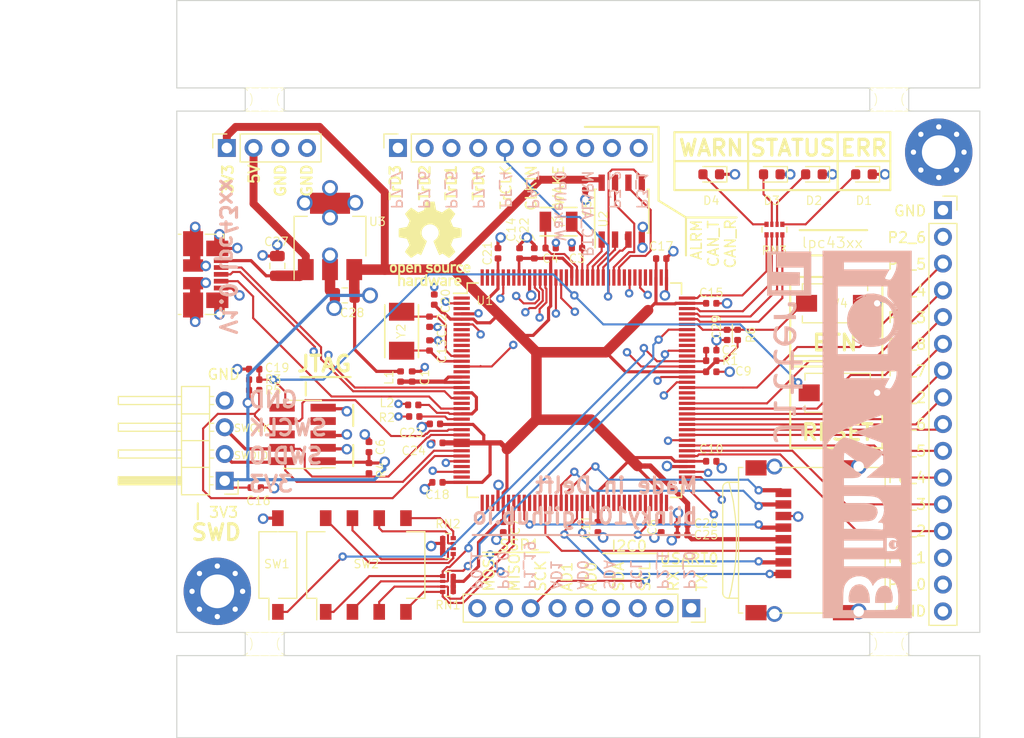
<source format=kicad_pcb>
(kicad_pcb (version 20171130) (host pcbnew 5.0.1-33cea8e~68~ubuntu18.04.1)
  (layers (0 F.Cu signal) (1 Ground power) (2 Middle.Cu signal) (31 B.Cu signal) (34 B.Paste user) (35 F.Paste user) (36 B.SilkS user) (37 F.SilkS user) (38 B.Mask user) (39 F.Mask user) (44 Edge.Cuts user))
  (net 0 "")
  (net 1 "Net-(C1-Pad1)")
  (net 2 GND)
  (net 3 /BOOT_PIN)
  (net 4 "Net-(C3-Pad2)")
  (net 5 "Net-(C4-Pad2)")
  (net 6 +3V3)
  (net 7 "Net-(C12-Pad1)")
  (net 8 "Net-(C13-Pad1)")
  (net 9 /~RESET)
  (net 10 VBUS)
  (net 11 /USR_SW)
  (net 12 "Net-(D1-Pad2)")
  (net 13 "Net-(D2-Pad2)")
  (net 14 "Net-(D3-Pad2)")
  (net 15 "Net-(D4-Pad2)")
  (net 16 /USB_HS_D-)
  (net 17 /USB_HS_D+)
  (net 18 /SD_DAT1)
  (net 19 /SD_DAT0)
  (net 20 /SD_CLK)
  (net 21 /SD_CMD)
  (net 22 /SD_DAT3)
  (net 23 /SD_DAT2)
  (net 24 /CAN_RD)
  (net 25 /CAN_TD)
  (net 26 /UART_TX)
  (net 27 /UART_RX)
  (net 28 /AD0)
  (net 29 /AD1)
  (net 30 /TRACEDATA0)
  (net 31 /TRACEDATA1)
  (net 32 /TRACEDATA2)
  (net 33 /TRACEDATA3)
  (net 34 /TRACECLK)
  (net 35 /CLKIN)
  (net 36 /ALARM)
  (net 37 /WAKUP)
  (net 38 /SDA)
  (net 39 /SCL)
  (net 40 "Net-(L2-Pad1)")
  (net 41 "Net-(R2-Pad1)")
  (net 42 /BOOT3)
  (net 43 /BOOT1)
  (net 44 /BOOT2)
  (net 45 /BOOT0)
  (net 46 "Net-(RN2-Pad7)")
  (net 47 "Net-(RN2-Pad8)")
  (net 48 "Net-(RN2-Pad6)")
  (net 49 "Net-(RN2-Pad5)")
  (net 50 /LED_GREEN)
  (net 51 /LED_RED)
  (net 52 /LED_BLUE)
  (net 53 /LED_YELLOW)
  (net 54 "Net-(U1-Pad1)")
  (net 55 "Net-(U1-Pad3)")
  (net 56 "Net-(U1-Pad7)")
  (net 57 "Net-(U1-Pad8)")
  (net 58 "Net-(U1-Pad9)")
  (net 59 "Net-(U1-Pad10)")
  (net 60 "Net-(U1-Pad11)")
  (net 61 "Net-(U1-Pad15)")
  (net 62 "Net-(U1-Pad21)")
  (net 63 "Net-(U1-Pad33)")
  (net 64 "Net-(U1-Pad35)")
  (net 65 "Net-(U1-Pad37)")
  (net 66 "Net-(U1-Pad38)")
  (net 67 "Net-(U1-Pad39)")
  (net 68 "Net-(U1-Pad44)")
  (net 69 "Net-(U1-Pad46)")
  (net 70 "Net-(U1-Pad47)")
  (net 71 "Net-(U1-Pad48)")
  (net 72 "Net-(U1-Pad50)")
  (net 73 "Net-(U1-Pad51)")
  (net 74 "Net-(U1-Pad54)")
  (net 75 "Net-(U1-Pad57)")
  (net 76 "Net-(U1-Pad58)")
  (net 77 "Net-(U1-Pad60)")
  (net 78 "Net-(U1-Pad61)")
  (net 79 "Net-(U1-Pad62)")
  (net 80 "Net-(U1-Pad63)")
  (net 81 "Net-(U1-Pad64)")
  (net 82 "Net-(U1-Pad65)")
  (net 83 "Net-(U1-Pad66)")
  (net 84 "Net-(U1-Pad67)")
  (net 85 "Net-(U1-Pad69)")
  (net 86 "Net-(U1-Pad70)")
  (net 87 "Net-(U1-Pad72)")
  (net 88 "Net-(U1-Pad89)")
  (net 89 "Net-(U1-Pad90)")
  (net 90 "Net-(U1-Pad97)")
  (net 91 "Net-(U1-Pad99)")
  (net 92 "Net-(U1-Pad100)")
  (net 93 "Net-(U1-Pad101)")
  (net 94 "Net-(U1-Pad110)")
  (net 95 "Net-(U1-Pad112)")
  (net 96 "Net-(U1-Pad113)")
  (net 97 "Net-(U1-Pad115)")
  (net 98 "Net-(U1-Pad117)")
  (net 99 /SPIFI_SCK)
  (net 100 /SPIFI_SIO3)
  (net 101 /SPIFI_SIO2)
  (net 102 /SPIFI_MISO)
  (net 103 /SPIFI_MOSI)
  (net 104 /SPIFI_CS)
  (net 105 "Net-(U1-Pad136)")
  (net 106 "Net-(U1-Pad138)")
  (net 107 "Net-(U1-Pad139)")
  (net 108 "Net-(U1-Pad142)")
  (net 109 "Net-(U1-Pad143)")
  (net 110 "Net-(U1-Pad144)")
  (net 111 /SWDIO)
  (net 112 /SWDCLK)
  (net 113 /USB_ID)
  (net 114 "Net-(J2-Pad6)")
  (net 115 "Net-(J2-Pad8)")
  (net 116 "Net-(J2-Pad7)")
  (net 117 /SSP1_MISO)
  (net 118 /SSP1_MOSI)
  (net 119 /SSP1_SCK)
  (net 120 /P2_2)
  (net 121 /P2_3)
  (net 122 /P2_4)
  (net 123 /P2_5)
  (net 124 /P2_6)
  (net 125 /P6_7)
  (net 126 /P6_8)
  (net 127 /P6_0)
  (net 128 /P6_1)
  (net 129 /P6_2)
  (net 130 /P6_3)
  (net 131 /P6_4)
  (net 132 /P6_5)
  (net 133 /P6_6)
  (module Jitter_Footprints:MouseBite_3.7mmx2.2mm (layer F.Cu) (at 117.5 122.2 90)
    (fp_text reference REF** hide)
    (fp_text value MouseBite_3.7mmx2.2mm hide)
    (pad "" np_thru_hole circle (at 1.95 7.2 90) (size 0.5 0.5) (drill 0.5) (layers *.Cu *.Mask))
    (pad "" np_thru_hole circle (at 0.25 7.2 90) (size 0.5 0.5) (drill 0.5) (layers *.Cu *.Mask))
    (pad "" np_thru_hole circle (at 1.95 6.3 90) (size 0.5 0.5) (drill 0.5) (layers *.Cu *.Mask))
    (pad "" np_thru_hole circle (at 0.25 6.3 90) (size 0.5 0.5) (drill 0.5) (layers *.Cu *.Mask))
    (pad "" np_thru_hole circle (at 1.95 5.4 90) (size 0.5 0.5) (drill 0.5) (layers *.Cu *.Mask))
    (pad "" np_thru_hole circle (at 0.25 5.4 90) (size 0.5 0.5) (drill 0.5) (layers *.Cu *.Mask))
    (pad "" np_thru_hole circle (at 1.95 4.5 90) (size 0.5 0.5) (drill 0.5) (layers *.Cu *.Mask))
    (pad "" np_thru_hole circle (at 0.25 4.5 90) (size 0.5 0.5) (drill 0.5) (layers *.Cu *.Mask))
  )
  (module "Jitter_Footprints:Tooling hole 4mm" (layer F.Cu) (at 180 65)
    (fp_text reference REF** hide)
    (fp_text value "Tooling hole 4mm" hide)
    (pad "" np_thru_hole circle (at 0 0) (size 4 4) (drill 4) (layers *.Cu *.Mask F.Paste))
  )
  (module "Jitter_Footprints:Tooling hole 4mm" (layer F.Cu) (at 180 125)
    (fp_text reference REF** hide)
    (fp_text value "Tooling hole 4mm" hide)
    (pad "" np_thru_hole circle (at 0 0) (size 4 4) (drill 4) (layers *.Cu *.Mask F.Paste))
  )
  (module Jitter_Footprints:MouseBite_3.7mmx2.2mm (layer F.Cu) (at 188.5 68.3 270)
    (fp_text reference REF** hide)
    (fp_text value MouseBite_3.7mmx2.2mm hide)
    (pad "" np_thru_hole circle (at 0.25 4.5 270) (size 0.5 0.5) (drill 0.5) (layers *.Cu *.Mask))
    (pad "" np_thru_hole circle (at 1.95 4.5 270) (size 0.5 0.5) (drill 0.5) (layers *.Cu *.Mask))
    (pad "" np_thru_hole circle (at 0.25 5.4 270) (size 0.5 0.5) (drill 0.5) (layers *.Cu *.Mask))
    (pad "" np_thru_hole circle (at 1.95 5.4 270) (size 0.5 0.5) (drill 0.5) (layers *.Cu *.Mask))
    (pad "" np_thru_hole circle (at 0.25 6.3 270) (size 0.5 0.5) (drill 0.5) (layers *.Cu *.Mask))
    (pad "" np_thru_hole circle (at 1.95 6.3 270) (size 0.5 0.5) (drill 0.5) (layers *.Cu *.Mask))
    (pad "" np_thru_hole circle (at 0.25 7.2 270) (size 0.5 0.5) (drill 0.5) (layers *.Cu *.Mask))
    (pad "" np_thru_hole circle (at 1.95 7.2 270) (size 0.5 0.5) (drill 0.5) (layers *.Cu *.Mask))
  )
  (module Jitter_Footprints:MouseBite_3.7mmx2.2mm (layer F.Cu) (at 188.5 120 270)
    (fp_text reference REF** hide)
    (fp_text value MouseBite_3.7mmx2.2mm hide)
    (pad "" np_thru_hole circle (at 1.95 7.2 270) (size 0.5 0.5) (drill 0.5) (layers *.Cu *.Mask))
    (pad "" np_thru_hole circle (at 0.25 7.2 270) (size 0.5 0.5) (drill 0.5) (layers *.Cu *.Mask))
    (pad "" np_thru_hole circle (at 1.95 6.3 270) (size 0.5 0.5) (drill 0.5) (layers *.Cu *.Mask))
    (pad "" np_thru_hole circle (at 0.25 6.3 270) (size 0.5 0.5) (drill 0.5) (layers *.Cu *.Mask))
    (pad "" np_thru_hole circle (at 1.95 5.4 270) (size 0.5 0.5) (drill 0.5) (layers *.Cu *.Mask))
    (pad "" np_thru_hole circle (at 0.25 5.4 270) (size 0.5 0.5) (drill 0.5) (layers *.Cu *.Mask))
    (pad "" np_thru_hole circle (at 1.95 4.5 270) (size 0.5 0.5) (drill 0.5) (layers *.Cu *.Mask))
    (pad "" np_thru_hole circle (at 0.25 4.5 270) (size 0.5 0.5) (drill 0.5) (layers *.Cu *.Mask))
  )
  (module Jitter_Footprints:MouseBite_3.7mmx2.2mm (layer F.Cu) (at 117.5 70.5 90)
    (fp_text reference REF** hide)
    (fp_text value MouseBite_3.7mmx2.2mm hide)
    (pad "" np_thru_hole circle (at 0.25 4.5 90) (size 0.5 0.5) (drill 0.5) (layers *.Cu *.Mask))
    (pad "" np_thru_hole circle (at 1.95 4.5 90) (size 0.5 0.5) (drill 0.5) (layers *.Cu *.Mask))
    (pad "" np_thru_hole circle (at 0.25 5.4 90) (size 0.5 0.5) (drill 0.5) (layers *.Cu *.Mask))
    (pad "" np_thru_hole circle (at 1.95 5.4 90) (size 0.5 0.5) (drill 0.5) (layers *.Cu *.Mask))
    (pad "" np_thru_hole circle (at 0.25 6.3 90) (size 0.5 0.5) (drill 0.5) (layers *.Cu *.Mask))
    (pad "" np_thru_hole circle (at 1.95 6.3 90) (size 0.5 0.5) (drill 0.5) (layers *.Cu *.Mask))
    (pad "" np_thru_hole circle (at 0.25 7.2 90) (size 0.5 0.5) (drill 0.5) (layers *.Cu *.Mask))
    (pad "" np_thru_hole circle (at 1.95 7.2 90) (size 0.5 0.5) (drill 0.5) (layers *.Cu *.Mask))
  )
  (module "Jitter_Footprints:Tooling hole 4mm" (layer F.Cu) (at 120 65)
    (fp_text reference REF** hide)
    (fp_text value "Tooling hole 4mm" hide)
    (pad "" np_thru_hole circle (at 0 0) (size 4 4) (drill 4) (layers *.Cu *.Mask F.Paste))
  )
  (module "Jitter_Footprints:Tooling hole 4mm" (layer F.Cu) (at 120 125)
    (fp_text reference REF** hide)
    (fp_text value "Tooling hole 4mm" hide)
    (pad "" np_thru_hole circle (at 0 0) (size 4 4) (drill 4) (layers *.Cu *.Mask F.Paste))
  )
  (module Jitter_Footprints:Crystal_SMD_Abracon_ABS07-2Pin_3.6x1.9mm (layer F.Cu) (at 151.25 81 180)
    (fp_text reference Y1 (at 0 0 180) (layer F.SilkS) (effects (font (size 0.8 0.8) (thickness 0.1))))
    (fp_text value 32.768KHz hide)
    (pad 1 smd rect (at -1.25 0 180) (size 1.1 1.9) (layers F.Cu F.Paste F.Mask) (net 4 "Net-(C3-Pad2)"))
    (pad 2 smd rect (at 1.25 0 180) (size 1.1 1.9) (layers F.Cu F.Paste F.Mask) (net 5 "Net-(C4-Pad2)"))
  )
  (module Jitter_Footprints:Crystal_SMD_TXC_7A-2Pin_5.0x3.2mm (layer F.Cu) (at 136.35 91.4 270)
    (fp_text reference Y2 (at 0 0.05 270) (layer F.SilkS) (effects (font (size 0.8 0.8) (thickness 0.1))))
    (fp_text value 12MHz)
    (pad 2 smd rect (at 1.85 0 270) (size 1.7 2.4) (layers F.Cu F.Paste F.Mask) (net 8 "Net-(C13-Pad1)"))
    (pad 1 smd rect (at -1.85 0 270) (size 1.7 2.4) (layers F.Cu F.Paste F.Mask) (net 7 "Net-(C12-Pad1)"))
  )
  (module Capacitor_SMD:C_0402_1005Metric (layer F.Cu) (at 137.35 95.7 90)
    (fp_text reference C1 (at -0.1 1.2 90) (layer F.SilkS) (effects (font (size 0.8 0.8) (thickness 0.1))))
    (fp_text value 100nF)
    (pad 1 smd roundrect (at -0.485 0 90) (size 0.59 0.64) (layers F.Cu F.Paste F.Mask) (net 1 "Net-(C1-Pad1)"))
    (pad 2 smd roundrect (at 0.485 0 90) (size 0.59 0.64) (layers F.Cu F.Paste F.Mask) (net 2 GND))
  )
  (module Capacitor_SMD:C_0402_1005Metric (layer F.Cu) (at 165.75 93.2)
    (fp_text reference C2 (at 1.75 0) (layer F.SilkS) (effects (font (size 0.8 0.8) (thickness 0.1))))
    (fp_text value 100nF)
    (pad 2 smd roundrect (at 0.485 0) (size 0.59 0.64) (layers F.Cu F.Paste F.Mask) (net 2 GND))
    (pad 1 smd roundrect (at -0.485 0) (size 0.59 0.64) (layers F.Cu F.Paste F.Mask) (net 3 /BOOT_PIN))
  )
  (module Capacitor_SMD:C_0402_1005Metric (layer F.Cu) (at 153 83.5)
    (fp_text reference C3 (at 0 1) (layer F.SilkS) (effects (font (size 0.8 0.8) (thickness 0.1))))
    (fp_text value 15pF)
    (pad 2 smd roundrect (at 0.485 0) (size 0.59 0.64) (layers F.Cu F.Paste F.Mask) (net 4 "Net-(C3-Pad2)"))
    (pad 1 smd roundrect (at -0.485 0) (size 0.59 0.64) (layers F.Cu F.Paste F.Mask) (net 2 GND))
  )
  (module Capacitor_SMD:C_0402_1005Metric (layer F.Cu) (at 150.5 83.5 180)
    (fp_text reference C4 (at 0 -1 180) (layer F.SilkS) (effects (font (size 0.8 0.8) (thickness 0.1))))
    (fp_text value 15pF)
    (pad 1 smd roundrect (at -0.485 0 180) (size 0.59 0.64) (layers F.Cu F.Paste F.Mask) (net 2 GND))
    (pad 2 smd roundrect (at 0.485 0 180) (size 0.59 0.64) (layers F.Cu F.Paste F.Mask) (net 5 "Net-(C4-Pad2)"))
  )
  (module Capacitor_SMD:C_0402_1005Metric (layer F.Cu) (at 153.8 77.5 270)
    (fp_text reference C5 (at 2.225 -0.15 270) (layer F.SilkS) (effects (font (size 0.8 0.8) (thickness 0.1))))
    (fp_text value 100nF)
    (pad 2 smd roundrect (at 0.485 0 270) (size 0.59 0.64) (layers F.Cu F.Paste F.Mask) (net 2 GND))
    (pad 1 smd roundrect (at -0.485 0 270) (size 0.59 0.64) (layers F.Cu F.Paste F.Mask) (net 6 +3V3))
  )
  (module Capacitor_SMD:C_0402_1005Metric (layer F.Cu) (at 133.25 102.4 90)
    (fp_text reference C6 (at 0 1.1 90) (layer F.SilkS) (effects (font (size 0.8 0.8) (thickness 0.1))))
    (fp_text value 100nF)
    (pad 1 smd roundrect (at -0.485 0 90) (size 0.59 0.64) (layers F.Cu F.Paste F.Mask) (net 6 +3V3))
    (pad 2 smd roundrect (at 0.485 0 90) (size 0.59 0.64) (layers F.Cu F.Paste F.Mask) (net 2 GND))
  )
  (module Capacitor_SMD:C_0402_1005Metric (layer F.Cu) (at 146 110 270)
    (fp_text reference C7 (at 0 -1.17 270) (layer F.SilkS) (effects (font (size 0.8 0.8) (thickness 0.1))))
    (fp_text value 100nF)
    (pad 1 smd roundrect (at -0.485 0 270) (size 0.59 0.64) (layers F.Cu F.Paste F.Mask) (net 6 +3V3))
    (pad 2 smd roundrect (at 0.485 0 270) (size 0.59 0.64) (layers F.Cu F.Paste F.Mask) (net 2 GND))
  )
  (module Capacitor_SMD:C_0402_1005Metric (layer F.Cu) (at 161 110 270)
    (fp_text reference C8 (at 0 0.85 270) (layer F.SilkS) (effects (font (size 0.8 0.8) (thickness 0.1))))
    (fp_text value 100nF)
    (pad 2 smd roundrect (at 0.485 0 270) (size 0.59 0.64) (layers F.Cu F.Paste F.Mask) (net 2 GND))
    (pad 1 smd roundrect (at -0.485 0 270) (size 0.59 0.64) (layers F.Cu F.Paste F.Mask) (net 6 +3V3))
  )
  (module Capacitor_SMD:C_0402_1005Metric (layer F.Cu) (at 165.75 95.25)
    (fp_text reference C9 (at 3.05 -0.05) (layer F.SilkS) (effects (font (size 0.8 0.8) (thickness 0.1))))
    (fp_text value 100nF)
    (pad 1 smd roundrect (at -0.485 0) (size 0.59 0.64) (layers F.Cu F.Paste F.Mask) (net 6 +3V3))
    (pad 2 smd roundrect (at 0.485 0) (size 0.59 0.64) (layers F.Cu F.Paste F.Mask) (net 2 GND))
  )
  (module Capacitor_SMD:C_0402_1005Metric (layer F.Cu) (at 165.75 103.75)
    (fp_text reference C10 (at 0 -1.17) (layer F.SilkS) (effects (font (size 0.8 0.8) (thickness 0.1))))
    (fp_text value 100nF)
    (pad 1 smd roundrect (at -0.485 0) (size 0.59 0.64) (layers F.Cu F.Paste F.Mask) (net 6 +3V3))
    (pad 2 smd roundrect (at 0.485 0) (size 0.59 0.64) (layers F.Cu F.Paste F.Mask) (net 2 GND))
  )
  (module Capacitor_SMD:C_0402_1005Metric (layer F.Cu) (at 154.99 110 270)
    (fp_text reference C11 (at 0 1.14 270) (layer F.SilkS) (effects (font (size 0.8 0.8) (thickness 0.1))))
    (fp_text value 100nF)
    (pad 2 smd roundrect (at 0.485 0 270) (size 0.59 0.64) (layers F.Cu F.Paste F.Mask) (net 2 GND))
    (pad 1 smd roundrect (at -0.485 0 270) (size 0.59 0.64) (layers F.Cu F.Paste F.Mask) (net 6 +3V3))
  )
  (module Capacitor_SMD:C_0402_1005Metric (layer F.Cu) (at 139 90.5 270)
    (fp_text reference C12 (at 0.375 -1.17 270) (layer F.SilkS) (effects (font (size 0.8 0.8) (thickness 0.1))))
    (fp_text value 18pF)
    (pad 1 smd roundrect (at -0.485 0 270) (size 0.59 0.64) (layers F.Cu F.Paste F.Mask) (net 7 "Net-(C12-Pad1)"))
    (pad 2 smd roundrect (at 0.485 0 270) (size 0.59 0.64) (layers F.Cu F.Paste F.Mask) (net 2 GND))
  )
  (module Capacitor_SMD:C_0402_1005Metric (layer F.Cu) (at 139 92.75 90)
    (fp_text reference C13 (at -0.55 1.17 90) (layer F.SilkS) (effects (font (size 0.8 0.8) (thickness 0.1))))
    (fp_text value 18pF)
    (pad 2 smd roundrect (at 0.485 0 90) (size 0.59 0.64) (layers F.Cu F.Paste F.Mask) (net 2 GND))
    (pad 1 smd roundrect (at -0.485 0 90) (size 0.59 0.64) (layers F.Cu F.Paste F.Mask) (net 8 "Net-(C13-Pad1)"))
  )
  (module Capacitor_SMD:C_0402_1005Metric (layer F.Cu) (at 147.55 84 90)
    (fp_text reference C14 (at 2.25 -0.8 90) (layer F.SilkS) (effects (font (size 0.8 0.8) (thickness 0.1))))
    (fp_text value 100nF)
    (pad 2 smd roundrect (at 0.485 0 90) (size 0.59 0.64) (layers F.Cu F.Paste F.Mask) (net 2 GND))
    (pad 1 smd roundrect (at -0.485 0 90) (size 0.59 0.64) (layers F.Cu F.Paste F.Mask) (net 6 +3V3))
  )
  (module Capacitor_SMD:C_0402_1005Metric (layer F.Cu) (at 165.75 88.75)
    (fp_text reference C15 (at 0 -1) (layer F.SilkS) (effects (font (size 0.8 0.8) (thickness 0.1))))
    (fp_text value 100nF)
    (pad 1 smd roundrect (at -0.485 0) (size 0.59 0.64) (layers F.Cu F.Paste F.Mask) (net 6 +3V3))
    (pad 2 smd roundrect (at 0.485 0) (size 0.59 0.64) (layers F.Cu F.Paste F.Mask) (net 2 GND))
  )
  (module Capacitor_SMD:C_0402_1005Metric (layer F.Cu) (at 122.5 106.25)
    (fp_text reference C16 (at 0.25 1.25) (layer F.SilkS) (effects (font (size 0.8 0.8) (thickness 0.1))))
    (fp_text value 100nF)
    (pad 2 smd roundrect (at 0.485 0) (size 0.59 0.64) (layers F.Cu F.Paste F.Mask) (net 2 GND))
    (pad 1 smd roundrect (at -0.485 0) (size 0.59 0.64) (layers F.Cu F.Paste F.Mask) (net 6 +3V3))
  )
  (module Capacitor_SMD:C_0402_1005Metric (layer F.Cu) (at 161 84.5)
    (fp_text reference C17 (at 0 -1.17) (layer F.SilkS) (effects (font (size 0.8 0.8) (thickness 0.1))))
    (fp_text value 100nF)
    (pad 2 smd roundrect (at 0.485 0) (size 0.59 0.64) (layers F.Cu F.Paste F.Mask) (net 2 GND))
    (pad 1 smd roundrect (at -0.485 0) (size 0.59 0.64) (layers F.Cu F.Paste F.Mask) (net 6 +3V3))
  )
  (module Capacitor_SMD:C_0402_1005Metric (layer F.Cu) (at 139.75 105.75 180)
    (fp_text reference C18 (at 0 -1.17 180) (layer F.SilkS) (effects (font (size 0.8 0.8) (thickness 0.1))))
    (fp_text value 100nF)
    (pad 1 smd roundrect (at -0.485 0 180) (size 0.59 0.64) (layers F.Cu F.Paste F.Mask) (net 6 +3V3))
    (pad 2 smd roundrect (at 0.485 0 180) (size 0.59 0.64) (layers F.Cu F.Paste F.Mask) (net 2 GND))
  )
  (module Capacitor_SMD:C_0402_1005Metric (layer F.Cu) (at 122.35 95 180)
    (fp_text reference C19 (at -2.175 0.125 180) (layer F.SilkS) (effects (font (size 0.8 0.8) (thickness 0.1))))
    (fp_text value 100nF)
    (pad 1 smd roundrect (at -0.485 0 180) (size 0.59 0.64) (layers F.Cu F.Paste F.Mask) (net 9 /~RESET))
    (pad 2 smd roundrect (at 0.485 0 180) (size 0.59 0.64) (layers F.Cu F.Paste F.Mask) (net 2 GND))
  )
  (module Capacitor_SMD:C_0402_1005Metric (layer F.Cu) (at 139.45 88.4 90)
    (fp_text reference C20 (at -0.125 1.075 270) (layer F.SilkS) (effects (font (size 0.8 0.8) (thickness 0.1))))
    (fp_text value 100nF)
    (pad 1 smd roundrect (at -0.485 0 90) (size 0.59 0.64) (layers F.Cu F.Paste F.Mask) (net 6 +3V3))
    (pad 2 smd roundrect (at 0.485 0 90) (size 0.59 0.64) (layers F.Cu F.Paste F.Mask) (net 2 GND))
  )
  (module Capacitor_SMD:C_0402_1005Metric (layer F.Cu) (at 145.5 84 90)
    (fp_text reference C21 (at 0 -1 90) (layer F.SilkS) (effects (font (size 0.8 0.8) (thickness 0.1))))
    (fp_text value 100nF)
    (pad 2 smd roundrect (at 0.485 0 90) (size 0.59 0.64) (layers F.Cu F.Paste F.Mask) (net 2 GND))
    (pad 1 smd roundrect (at -0.485 0 90) (size 0.59 0.64) (layers F.Cu F.Paste F.Mask) (net 6 +3V3))
  )
  (module Capacitor_SMD:C_0402_1005Metric (layer F.Cu) (at 148.95 84 90)
    (fp_text reference C22 (at 2.25 -0.95 90) (layer F.SilkS) (effects (font (size 0.8 0.8) (thickness 0.1))))
    (fp_text value 100nF)
    (pad 1 smd roundrect (at -0.485 0 90) (size 0.59 0.64) (layers F.Cu F.Paste F.Mask) (net 6 +3V3))
    (pad 2 smd roundrect (at 0.485 0 90) (size 0.59 0.64) (layers F.Cu F.Paste F.Mask) (net 2 GND))
  )
  (module Capacitor_SMD:C_0402_1005Metric (layer F.Cu) (at 139.515 100.2 180)
    (fp_text reference C23 (at 2.25 -0.85 180) (layer F.SilkS) (effects (font (size 0.8 0.8) (thickness 0.1))))
    (fp_text value 100nF)
    (pad 1 smd roundrect (at -0.485 0 180) (size 0.59 0.64) (layers F.Cu F.Paste F.Mask) (net 6 +3V3))
    (pad 2 smd roundrect (at 0.485 0 180) (size 0.59 0.64) (layers F.Cu F.Paste F.Mask) (net 2 GND))
  )
  (module Capacitor_SMD:C_0402_1005Metric (layer F.Cu) (at 139.75 102 180)
    (fp_text reference C24 (at 2.25 -0.75 180) (layer F.SilkS) (effects (font (size 0.8 0.8) (thickness 0.1))))
    (fp_text value 100nF)
    (pad 2 smd roundrect (at 0.485 0 180) (size 0.59 0.64) (layers F.Cu F.Paste F.Mask) (net 2 GND))
    (pad 1 smd roundrect (at -0.485 0 180) (size 0.59 0.64) (layers F.Cu F.Paste F.Mask) (net 6 +3V3))
  )
  (module Capacitor_SMD:C_0402_1005Metric (layer F.Cu) (at 163 110.75 180)
    (fp_text reference C25 (at -2.25 0 180) (layer F.SilkS) (effects (font (size 0.8 0.8) (thickness 0.1))))
    (fp_text value 2.2nF)
    (pad 1 smd roundrect (at -0.485 0 180) (size 0.59 0.64) (layers F.Cu F.Paste F.Mask) (net 6 +3V3))
    (pad 2 smd roundrect (at 0.485 0 180) (size 0.59 0.64) (layers F.Cu F.Paste F.Mask) (net 2 GND))
  )
  (module Capacitor_SMD:C_0402_1005Metric (layer F.Cu) (at 163.015 109.75 180)
    (fp_text reference C26 (at -2.235 0.1 180) (layer F.SilkS) (effects (font (size 0.8 0.8) (thickness 0.1))))
    (fp_text value 100nF)
    (pad 2 smd roundrect (at 0.485 0 180) (size 0.59 0.64) (layers F.Cu F.Paste F.Mask) (net 2 GND))
    (pad 1 smd roundrect (at -0.485 0 180) (size 0.59 0.64) (layers F.Cu F.Paste F.Mask) (net 6 +3V3))
  )
  (module Capacitor_SMD:C_0805_2012Metric (layer F.Cu) (at 124.55 85.2 90)
    (fp_text reference C27 (at 2.3 -0.1 180) (layer F.SilkS) (effects (font (size 0.8 0.8) (thickness 0.1))))
    (fp_text value 10uF)
    (pad 1 smd roundrect (at -0.9375 0 90) (size 0.975 1.4) (layers F.Cu F.Paste F.Mask) (net 10 VBUS))
    (pad 2 smd roundrect (at 0.9375 0 90) (size 0.975 1.4) (layers F.Cu F.Paste F.Mask) (net 2 GND))
  )
  (module Capacitor_SMD:C_0805_2012Metric (layer F.Cu) (at 130.95 88 180)
    (fp_text reference C28 (at -0.7 -1.65 180) (layer F.SilkS) (effects (font (size 0.8 0.8) (thickness 0.1))))
    (fp_text value 4.7uF)
    (pad 2 smd roundrect (at 0.9375 0 180) (size 0.975 1.4) (layers F.Cu F.Paste F.Mask) (net 2 GND))
    (pad 1 smd roundrect (at -0.9375 0 180) (size 0.975 1.4) (layers F.Cu F.Paste F.Mask) (net 6 +3V3))
  )
  (module Capacitor_SMD:C_0402_1005Metric (layer F.Cu) (at 167.25 91.75 270)
    (fp_text reference C29 (at -0.75 1 270) (layer F.SilkS) (effects (font (size 0.8 0.8) (thickness 0.1))))
    (fp_text value 100nF)
    (pad 2 smd roundrect (at 0.485 0 270) (size 0.59 0.64) (layers F.Cu F.Paste F.Mask) (net 2 GND))
    (pad 1 smd roundrect (at -0.485 0 270) (size 0.59 0.64) (layers F.Cu F.Paste F.Mask) (net 11 /USR_SW))
  )
  (module LED_SMD:LED_0603_1608Metric (layer F.Cu) (at 180.25 76.5 180)
    (fp_text reference D1 (at 0 -2.5) (layer F.SilkS) (effects (font (size 0.8 0.8) (thickness 0.1))))
    (fp_text value RED)
    (pad 2 smd roundrect (at 0.7875 0 180) (size 0.875 0.95) (layers F.Cu F.Paste F.Mask) (net 12 "Net-(D1-Pad2)"))
    (pad 1 smd roundrect (at -0.7875 0 180) (size 0.875 0.95) (layers F.Cu F.Paste F.Mask) (net 2 GND))
  )
  (module LED_SMD:LED_0603_1608Metric (layer F.Cu) (at 175.5 76.5 180)
    (fp_text reference D2 (at 0 -2.5 180) (layer F.SilkS) (effects (font (size 0.8 0.8) (thickness 0.1))))
    (fp_text value GREEN)
    (pad 1 smd roundrect (at -0.7875 0 180) (size 0.875 0.95) (layers F.Cu F.Paste F.Mask) (net 2 GND))
    (pad 2 smd roundrect (at 0.7875 0 180) (size 0.875 0.95) (layers F.Cu F.Paste F.Mask) (net 13 "Net-(D2-Pad2)"))
  )
  (module LED_SMD:LED_0603_1608Metric (layer F.Cu) (at 171.5 76.5 180)
    (fp_text reference D3 (at 0 -2.5 180) (layer F.SilkS) (effects (font (size 0.8 0.8) (thickness 0.1))))
    (fp_text value BLUE)
    (pad 1 smd roundrect (at -0.7875 0 180) (size 0.875 0.95) (layers F.Cu F.Paste F.Mask) (net 2 GND))
    (pad 2 smd roundrect (at 0.7875 0 180) (size 0.875 0.95) (layers F.Cu F.Paste F.Mask) (net 14 "Net-(D3-Pad2)"))
  )
  (module LED_SMD:LED_0603_1608Metric (layer F.Cu) (at 165.75 76.5 180)
    (fp_text reference D4 (at 0 -2.5) (layer F.SilkS) (effects (font (size 0.8 0.8) (thickness 0.1))))
    (fp_text value YELLOW)
    (pad 2 smd roundrect (at 0.7875 0 180) (size 0.875 0.95) (layers F.Cu F.Paste F.Mask) (net 15 "Net-(D4-Pad2)"))
    (pad 1 smd roundrect (at -0.7875 0 180) (size 0.875 0.95) (layers F.Cu F.Paste F.Mask) (net 2 GND))
  )
  (module Resistor_SMD:R_0402_1005Metric (layer F.Cu) (at 136.25 95.7 90)
    (fp_text reference L1 (at -0.1 -1.1 90) (layer F.SilkS) (effects (font (size 0.8 0.8) (thickness 0.1))))
    (fp_text value "600 Ohm")
    (pad 2 smd roundrect (at 0.485 0 90) (size 0.59 0.64) (layers F.Cu F.Paste F.Mask) (net 6 +3V3))
    (pad 1 smd roundrect (at -0.485 0 90) (size 0.59 0.64) (layers F.Cu F.Paste F.Mask) (net 1 "Net-(C1-Pad1)"))
  )
  (module Resistor_SMD:R_0402_1005Metric (layer F.Cu) (at 137.45 98.4 180)
    (fp_text reference L2 (at 2.5 0.2 180) (layer F.SilkS) (effects (font (size 0.8 0.8) (thickness 0.1))))
    (fp_text value "600 Ohm")
    (pad 1 smd roundrect (at -0.485 0 180) (size 0.59 0.64) (layers F.Cu F.Paste F.Mask) (net 40 "Net-(L2-Pad1)"))
    (pad 2 smd roundrect (at 0.485 0 180) (size 0.59 0.64) (layers F.Cu F.Paste F.Mask) (net 2 GND))
  )
  (module Resistor_SMD:R_0402_1005Metric (layer F.Cu) (at 165.75 94.2 180)
    (fp_text reference R1 (at -1.8 0 180) (layer F.SilkS) (effects (font (size 0.8 0.8) (thickness 0.1))))
    (fp_text value 100k)
    (pad 1 smd roundrect (at -0.485 0 180) (size 0.59 0.64) (layers F.Cu F.Paste F.Mask) (net 6 +3V3))
    (pad 2 smd roundrect (at 0.485 0 180) (size 0.59 0.64) (layers F.Cu F.Paste F.Mask) (net 3 /BOOT_PIN))
  )
  (module Resistor_SMD:R_0402_1005Metric (layer F.Cu) (at 137.55 99.5 180)
    (fp_text reference R2 (at 2.6 -0.1 180) (layer F.SilkS) (effects (font (size 0.8 0.8) (thickness 0.1))))
    (fp_text value 12k)
    (pad 1 smd roundrect (at -0.485 0 180) (size 0.59 0.64) (layers F.Cu F.Paste F.Mask) (net 41 "Net-(R2-Pad1)"))
    (pad 2 smd roundrect (at 0.485 0 180) (size 0.59 0.64) (layers F.Cu F.Paste F.Mask) (net 2 GND))
  )
  (module Resistor_SMD:R_0402_1005Metric (layer F.Cu) (at 122.35 96)
    (fp_text reference R3 (at 1.8 -0.025) (layer F.SilkS) (effects (font (size 0.8 0.8) (thickness 0.1))))
    (fp_text value 47k)
    (pad 2 smd roundrect (at 0.485 0) (size 0.59 0.64) (layers F.Cu F.Paste F.Mask) (net 9 /~RESET))
    (pad 1 smd roundrect (at -0.485 0) (size 0.59 0.64) (layers F.Cu F.Paste F.Mask) (net 6 +3V3))
  )
  (module Resistor_SMD:R_0402_1005Metric (layer F.Cu) (at 133.25 104.4 270)
    (fp_text reference R4 (at 0.175 -1.15 270) (layer F.SilkS) (effects (font (size 0.8 0.8) (thickness 0.1))))
    (fp_text value 47k)
    (pad 2 smd roundrect (at 0.485 0 270) (size 0.59 0.64) (layers F.Cu F.Paste F.Mask) (net 112 /SWDCLK))
    (pad 1 smd roundrect (at -0.485 0 270) (size 0.59 0.64) (layers F.Cu F.Paste F.Mask) (net 6 +3V3))
  )
  (module Resistor_SMD:R_0402_1005Metric (layer F.Cu) (at 122.35 97)
    (fp_text reference R5 (at 1.8 0) (layer F.SilkS) (effects (font (size 0.8 0.8) (thickness 0.1))))
    (fp_text value 47k)
    (pad 1 smd roundrect (at -0.485 0) (size 0.59 0.64) (layers F.Cu F.Paste F.Mask) (net 6 +3V3))
    (pad 2 smd roundrect (at 0.485 0) (size 0.59 0.64) (layers F.Cu F.Paste F.Mask) (net 114 "Net-(J2-Pad6)"))
  )
  (module Resistor_SMD:R_0402_1005Metric (layer F.Cu) (at 168.25 91.75 90)
    (fp_text reference R6 (at 0 1.25 90) (layer F.SilkS) (effects (font (size 0.8 0.8) (thickness 0.1))))
    (fp_text value 100k)
    (pad 2 smd roundrect (at 0.485 0 90) (size 0.59 0.64) (layers F.Cu F.Paste F.Mask) (net 11 /USR_SW))
    (pad 1 smd roundrect (at -0.485 0 90) (size 0.59 0.64) (layers F.Cu F.Paste F.Mask) (net 6 +3V3))
  )
  (module Resistor_SMD:R_Array_Convex_4x0402 (layer F.Cu) (at 140.75 115.4)
    (fp_text reference RN1 (at 0 2) (layer F.SilkS) (effects (font (size 0.8 0.8) (thickness 0.1))))
    (fp_text value 100K)
    (pad 5 smd rect (at 0.5 0.75) (size 0.5 0.4) (layers F.Cu F.Paste F.Mask) (net 6 +3V3))
    (pad 6 smd rect (at 0.5 0.25) (size 0.5 0.3) (layers F.Cu F.Paste F.Mask) (net 6 +3V3))
    (pad 8 smd rect (at 0.5 -0.75) (size 0.5 0.4) (layers F.Cu F.Paste F.Mask) (net 6 +3V3))
    (pad 7 smd rect (at 0.5 -0.25) (size 0.5 0.3) (layers F.Cu F.Paste F.Mask) (net 6 +3V3))
    (pad 4 smd rect (at -0.5 0.75) (size 0.5 0.4) (layers F.Cu F.Paste F.Mask) (net 42 /BOOT3))
    (pad 2 smd rect (at -0.5 -0.25) (size 0.5 0.3) (layers F.Cu F.Paste F.Mask) (net 43 /BOOT1))
    (pad 3 smd rect (at -0.5 0.25) (size 0.5 0.3) (layers F.Cu F.Paste F.Mask) (net 44 /BOOT2))
    (pad 1 smd rect (at -0.5 -0.75) (size 0.5 0.4) (layers F.Cu F.Paste F.Mask) (net 45 /BOOT0))
  )
  (module Resistor_SMD:R_Array_Convex_4x0402 (layer F.Cu) (at 140.75 111.8)
    (fp_text reference RN2 (at 0 -2.1) (layer F.SilkS) (effects (font (size 0.8 0.8) (thickness 0.1))))
    (fp_text value 10K)
    (pad 1 smd rect (at -0.5 -0.75) (size 0.5 0.4) (layers F.Cu F.Paste F.Mask) (net 2 GND))
    (pad 3 smd rect (at -0.5 0.25) (size 0.5 0.3) (layers F.Cu F.Paste F.Mask) (net 2 GND))
    (pad 2 smd rect (at -0.5 -0.25) (size 0.5 0.3) (layers F.Cu F.Paste F.Mask) (net 2 GND))
    (pad 4 smd rect (at -0.5 0.75) (size 0.5 0.4) (layers F.Cu F.Paste F.Mask) (net 2 GND))
    (pad 7 smd rect (at 0.5 -0.25) (size 0.5 0.3) (layers F.Cu F.Paste F.Mask) (net 46 "Net-(RN2-Pad7)"))
    (pad 8 smd rect (at 0.5 -0.75) (size 0.5 0.4) (layers F.Cu F.Paste F.Mask) (net 47 "Net-(RN2-Pad8)"))
    (pad 6 smd rect (at 0.5 0.25) (size 0.5 0.3) (layers F.Cu F.Paste F.Mask) (net 48 "Net-(RN2-Pad6)"))
    (pad 5 smd rect (at 0.5 0.75) (size 0.5 0.4) (layers F.Cu F.Paste F.Mask) (net 49 "Net-(RN2-Pad5)"))
  )
  (module Resistor_SMD:R_Array_Convex_4x0402 (layer F.Cu) (at 171.75 81.75 270)
    (fp_text reference RN3 (at 2 0) (layer F.SilkS) (effects (font (size 0.8 0.8) (thickness 0.1))))
    (fp_text value 220R)
    (pad 1 smd rect (at -0.5 -0.75 270) (size 0.5 0.4) (layers F.Cu F.Paste F.Mask) (net 12 "Net-(D1-Pad2)"))
    (pad 3 smd rect (at -0.5 0.25 270) (size 0.5 0.3) (layers F.Cu F.Paste F.Mask) (net 14 "Net-(D3-Pad2)"))
    (pad 2 smd rect (at -0.5 -0.25 270) (size 0.5 0.3) (layers F.Cu F.Paste F.Mask) (net 13 "Net-(D2-Pad2)"))
    (pad 4 smd rect (at -0.5 0.75 270) (size 0.5 0.4) (layers F.Cu F.Paste F.Mask) (net 15 "Net-(D4-Pad2)"))
    (pad 7 smd rect (at 0.5 -0.25 270) (size 0.5 0.3) (layers F.Cu F.Paste F.Mask) (net 52 /LED_BLUE))
    (pad 8 smd rect (at 0.5 -0.75 270) (size 0.5 0.4) (layers F.Cu F.Paste F.Mask) (net 51 /LED_RED))
    (pad 6 smd rect (at 0.5 0.25 270) (size 0.5 0.3) (layers F.Cu F.Paste F.Mask) (net 50 /LED_GREEN))
    (pad 5 smd rect (at 0.5 0.75 270) (size 0.5 0.4) (layers F.Cu F.Paste F.Mask) (net 53 /LED_YELLOW))
  )
  (module Button_Switch_SMD:SW_DIP_SPSTx04_Slide_Omron_A6S-410x_W8.9mm_P2.54mm (layer F.Cu) (at 132.95 113.6 90)
    (fp_text reference SW2 (at 0.1 0.05) (layer F.SilkS) (effects (font (size 0.8 0.8) (thickness 0.1))))
    (fp_text value SW_DIP_x04)
    (pad 1 smd rect (at -4.45 -3.81 90) (size 1.5 1.1) (layers F.Cu F.Paste F.Mask) (net 45 /BOOT0))
    (pad 5 smd rect (at 4.45 3.81 90) (size 1.5 1.1) (layers F.Cu F.Paste F.Mask) (net 47 "Net-(RN2-Pad8)"))
    (pad 2 smd rect (at -4.45 -1.27 90) (size 1.5 1.1) (layers F.Cu F.Paste F.Mask) (net 43 /BOOT1))
    (pad 6 smd rect (at 4.45 1.27 90) (size 1.5 1.1) (layers F.Cu F.Paste F.Mask) (net 46 "Net-(RN2-Pad7)"))
    (pad 3 smd rect (at -4.45 1.27 90) (size 1.5 1.1) (layers F.Cu F.Paste F.Mask) (net 44 /BOOT2))
    (pad 7 smd rect (at 4.45 -1.27 90) (size 1.5 1.1) (layers F.Cu F.Paste F.Mask) (net 48 "Net-(RN2-Pad6)"))
    (pad 4 smd rect (at -4.45 3.81 90) (size 1.5 1.1) (layers F.Cu F.Paste F.Mask) (net 42 /BOOT3))
    (pad 8 smd rect (at 4.45 -3.81 90) (size 1.5 1.1) (layers F.Cu F.Paste F.Mask) (net 49 "Net-(RN2-Pad5)"))
  )
  (module Button_Switch_SMD:SW_SPST_EVQPE1 (layer F.Cu) (at 177.75 97.25)
    (fp_text reference SW3 (at 0 0) (layer F.SilkS) (effects (font (size 0.8 0.8) (thickness 0.1))))
    (fp_text value SW_SPST)
    (pad 2 smd rect (at 2.7 0) (size 2 1.6) (layers F.Cu F.Paste F.Mask) (net 2 GND))
    (pad 1 smd rect (at -2.7 0) (size 2 1.6) (layers F.Cu F.Paste F.Mask) (net 9 /~RESET))
  )
  (module Button_Switch_SMD:SW_SPST_EVQPE1 (layer F.Cu) (at 177.5 88.75)
    (fp_text reference SW4 (at 0 0) (layer F.SilkS) (effects (font (size 0.8 0.8) (thickness 0.1))))
    (fp_text value SW_SPST)
    (pad 1 smd rect (at -2.7 0) (size 2 1.6) (layers F.Cu F.Paste F.Mask) (net 11 /USR_SW))
    (pad 2 smd rect (at 2.7 0) (size 2 1.6) (layers F.Cu F.Paste F.Mask) (net 2 GND))
  )
  (module Package_QFP:LQFP-144_20x20mm_P0.5mm (layer F.Cu) (at 152.75 97)
    (fp_text reference U1 (at -8.5 -8.5) (layer F.SilkS) (effects (font (size 0.8 0.8) (thickness 0.1))))
    (fp_text value LPC4337JBD144)
    (pad 1 smd rect (at -10.7 -8.75) (size 1.55 0.3) (layers F.Cu F.Paste F.Mask) (net 54 "Net-(U1-Pad1)"))
    (pad 2 smd rect (at -10.7 -8.25) (size 1.55 0.3) (layers F.Cu F.Paste F.Mask) (net 29 /AD1))
    (pad 3 smd rect (at -10.7 -7.75) (size 1.55 0.3) (layers F.Cu F.Paste F.Mask) (net 55 "Net-(U1-Pad3)"))
    (pad 4 smd rect (at -10.7 -7.25) (size 1.55 0.3) (layers F.Cu F.Paste F.Mask) (net 2 GND))
    (pad 5 smd rect (at -10.7 -6.75) (size 1.55 0.3) (layers F.Cu F.Paste F.Mask) (net 6 +3V3))
    (pad 6 smd rect (at -10.7 -6.25) (size 1.55 0.3) (layers F.Cu F.Paste F.Mask) (net 28 /AD0))
    (pad 7 smd rect (at -10.7 -5.75) (size 1.55 0.3) (layers F.Cu F.Paste F.Mask) (net 56 "Net-(U1-Pad7)"))
    (pad 8 smd rect (at -10.7 -5.25) (size 1.55 0.3) (layers F.Cu F.Paste F.Mask) (net 57 "Net-(U1-Pad8)"))
    (pad 9 smd rect (at -10.7 -4.75) (size 1.55 0.3) (layers F.Cu F.Paste F.Mask) (net 58 "Net-(U1-Pad9)"))
    (pad 10 smd rect (at -10.7 -4.25) (size 1.55 0.3) (layers F.Cu F.Paste F.Mask) (net 59 "Net-(U1-Pad10)"))
    (pad 11 smd rect (at -10.7 -3.75) (size 1.55 0.3) (layers F.Cu F.Paste F.Mask) (net 60 "Net-(U1-Pad11)"))
    (pad 12 smd rect (at -10.7 -3.25) (size 1.55 0.3) (layers F.Cu F.Paste F.Mask) (net 7 "Net-(C12-Pad1)"))
    (pad 13 smd rect (at -10.7 -2.75) (size 1.55 0.3) (layers F.Cu F.Paste F.Mask) (net 8 "Net-(C13-Pad1)"))
    (pad 14 smd rect (at -10.7 -2.25) (size 1.55 0.3) (layers F.Cu F.Paste F.Mask) (net 35 /CLKIN))
    (pad 15 smd rect (at -10.7 -1.75) (size 1.55 0.3) (layers F.Cu F.Paste F.Mask) (net 61 "Net-(U1-Pad15)"))
    (pad 16 smd rect (at -10.7 -1.25) (size 1.55 0.3) (layers F.Cu F.Paste F.Mask) (net 1 "Net-(C1-Pad1)"))
    (pad 17 smd rect (at -10.7 -0.75) (size 1.55 0.3) (layers F.Cu F.Paste F.Mask) (net 1 "Net-(C1-Pad1)"))
    (pad 18 smd rect (at -10.7 -0.25) (size 1.55 0.3) (layers F.Cu F.Paste F.Mask) (net 17 /USB_HS_D+))
    (pad 19 smd rect (at -10.7 0.25) (size 1.55 0.3) (layers F.Cu F.Paste F.Mask) (net 40 "Net-(L2-Pad1)"))
    (pad 20 smd rect (at -10.7 0.75) (size 1.55 0.3) (layers F.Cu F.Paste F.Mask) (net 16 /USB_HS_D-))
    (pad 21 smd rect (at -10.7 1.25) (size 1.55 0.3) (layers F.Cu F.Paste F.Mask) (net 62 "Net-(U1-Pad21)"))
    (pad 22 smd rect (at -10.7 1.75) (size 1.55 0.3) (layers F.Cu F.Paste F.Mask) (net 113 /USB_ID))
    (pad 23 smd rect (at -10.7 2.25) (size 1.55 0.3) (layers F.Cu F.Paste F.Mask) (net 40 "Net-(L2-Pad1)"))
    (pad 24 smd rect (at -10.7 2.75) (size 1.55 0.3) (layers F.Cu F.Paste F.Mask) (net 41 "Net-(R2-Pad1)"))
    (pad 25 smd rect (at -10.7 3.25) (size 1.55 0.3) (layers F.Cu F.Paste F.Mask) (net 6 +3V3))
    (pad 26 smd rect (at -10.7 3.75) (size 1.55 0.3) (layers F.Cu F.Paste F.Mask) (net 115 "Net-(J2-Pad8)"))
    (pad 27 smd rect (at -10.7 4.25) (size 1.55 0.3) (layers F.Cu F.Paste F.Mask) (net 112 /SWDCLK))
    (pad 28 smd rect (at -10.7 4.75) (size 1.55 0.3) (layers F.Cu F.Paste F.Mask) (net 6 +3V3))
    (pad 29 smd rect (at -10.7 5.25) (size 1.55 0.3) (layers F.Cu F.Paste F.Mask) (net 6 +3V3))
    (pad 30 smd rect (at -10.7 5.75) (size 1.55 0.3) (layers F.Cu F.Paste F.Mask) (net 111 /SWDIO))
    (pad 31 smd rect (at -10.7 6.25) (size 1.55 0.3) (layers F.Cu F.Paste F.Mask) (net 114 "Net-(J2-Pad6)"))
    (pad 32 smd rect (at -10.7 6.75) (size 1.55 0.3) (layers F.Cu F.Paste F.Mask) (net 117 /SSP1_MISO))
    (pad 33 smd rect (at -10.7 7.25) (size 1.55 0.3) (layers F.Cu F.Paste F.Mask) (net 63 "Net-(U1-Pad33)"))
    (pad 34 smd rect (at -10.7 7.75) (size 1.55 0.3) (layers F.Cu F.Paste F.Mask) (net 118 /SSP1_MOSI))
    (pad 35 smd rect (at -10.7 8.25) (size 1.55 0.3) (layers F.Cu F.Paste F.Mask) (net 64 "Net-(U1-Pad35)"))
    (pad 36 smd rect (at -10.7 8.75) (size 1.55 0.3) (layers F.Cu F.Paste F.Mask) (net 6 +3V3))
    (pad 37 smd rect (at -8.75 10.7 90) (size 1.55 0.3) (layers F.Cu F.Paste F.Mask) (net 65 "Net-(U1-Pad37)"))
    (pad 38 smd rect (at -8.25 10.7 90) (size 1.55 0.3) (layers F.Cu F.Paste F.Mask) (net 66 "Net-(U1-Pad38)"))
    (pad 39 smd rect (at -7.75 10.7 90) (size 1.55 0.3) (layers F.Cu F.Paste F.Mask) (net 67 "Net-(U1-Pad39)"))
    (pad 40 smd rect (at -7.25 10.7 90) (size 1.55 0.3) (layers F.Cu F.Paste F.Mask) (net 2 GND))
    (pad 41 smd rect (at -6.75 10.7 90) (size 1.55 0.3) (layers F.Cu F.Paste F.Mask) (net 6 +3V3))
    (pad 42 smd rect (at -6.25 10.7 90) (size 1.55 0.3) (layers F.Cu F.Paste F.Mask) (net 42 /BOOT3))
    (pad 43 smd rect (at -5.75 10.7 90) (size 1.55 0.3) (layers F.Cu F.Paste F.Mask) (net 44 /BOOT2))
    (pad 44 smd rect (at -5.25 10.7 90) (size 1.55 0.3) (layers F.Cu F.Paste F.Mask) (net 68 "Net-(U1-Pad44)"))
    (pad 45 smd rect (at -4.75 10.7 90) (size 1.55 0.3) (layers F.Cu F.Paste F.Mask) (net 20 /SD_CLK))
    (pad 46 smd rect (at -4.25 10.7 90) (size 1.55 0.3) (layers F.Cu F.Paste F.Mask) (net 69 "Net-(U1-Pad46)"))
    (pad 47 smd rect (at -3.75 10.7 90) (size 1.55 0.3) (layers F.Cu F.Paste F.Mask) (net 70 "Net-(U1-Pad47)"))
    (pad 48 smd rect (at -3.25 10.7 90) (size 1.55 0.3) (layers F.Cu F.Paste F.Mask) (net 71 "Net-(U1-Pad48)"))
    (pad 49 smd rect (at -2.75 10.7 90) (size 1.55 0.3) (layers F.Cu F.Paste F.Mask) (net 21 /SD_CMD))
    (pad 50 smd rect (at -2.25 10.7 90) (size 1.55 0.3) (layers F.Cu F.Paste F.Mask) (net 72 "Net-(U1-Pad50)"))
    (pad 51 smd rect (at -1.75 10.7 90) (size 1.55 0.3) (layers F.Cu F.Paste F.Mask) (net 73 "Net-(U1-Pad51)"))
    (pad 52 smd rect (at -1.25 10.7 90) (size 1.55 0.3) (layers F.Cu F.Paste F.Mask) (net 19 /SD_DAT0))
    (pad 53 smd rect (at -0.75 10.7 90) (size 1.55 0.3) (layers F.Cu F.Paste F.Mask) (net 18 /SD_DAT1))
    (pad 54 smd rect (at -0.25 10.7 90) (size 1.55 0.3) (layers F.Cu F.Paste F.Mask) (net 74 "Net-(U1-Pad54)"))
    (pad 55 smd rect (at 0.25 10.7 90) (size 1.55 0.3) (layers F.Cu F.Paste F.Mask) (net 23 /SD_DAT2))
    (pad 56 smd rect (at 0.75 10.7 90) (size 1.55 0.3) (layers F.Cu F.Paste F.Mask) (net 22 /SD_DAT3))
    (pad 57 smd rect (at 1.25 10.7 90) (size 1.55 0.3) (layers F.Cu F.Paste F.Mask) (net 75 "Net-(U1-Pad57)"))
    (pad 58 smd rect (at 1.75 10.7 90) (size 1.55 0.3) (layers F.Cu F.Paste F.Mask) (net 76 "Net-(U1-Pad58)"))
    (pad 59 smd rect (at 2.25 10.7 90) (size 1.55 0.3) (layers F.Cu F.Paste F.Mask) (net 6 +3V3))
    (pad 60 smd rect (at 2.75 10.7 90) (size 1.55 0.3) (layers F.Cu F.Paste F.Mask) (net 77 "Net-(U1-Pad60)"))
    (pad 61 smd rect (at 3.25 10.7 90) (size 1.55 0.3) (layers F.Cu F.Paste F.Mask) (net 78 "Net-(U1-Pad61)"))
    (pad 62 smd rect (at 3.75 10.7 90) (size 1.55 0.3) (layers F.Cu F.Paste F.Mask) (net 79 "Net-(U1-Pad62)"))
    (pad 63 smd rect (at 4.25 10.7 90) (size 1.55 0.3) (layers F.Cu F.Paste F.Mask) (net 80 "Net-(U1-Pad63)"))
    (pad 64 smd rect (at 4.75 10.7 90) (size 1.55 0.3) (layers F.Cu F.Paste F.Mask) (net 81 "Net-(U1-Pad64)"))
    (pad 65 smd rect (at 5.25 10.7 90) (size 1.55 0.3) (layers F.Cu F.Paste F.Mask) (net 82 "Net-(U1-Pad65)"))
    (pad 66 smd rect (at 5.75 10.7 90) (size 1.55 0.3) (layers F.Cu F.Paste F.Mask) (net 83 "Net-(U1-Pad66)"))
    (pad 67 smd rect (at 6.25 10.7 90) (size 1.55 0.3) (layers F.Cu F.Paste F.Mask) (net 84 "Net-(U1-Pad67)"))
    (pad 68 smd rect (at 6.75 10.7 90) (size 1.55 0.3) (layers F.Cu F.Paste F.Mask) (net 119 /SSP1_SCK))
    (pad 69 smd rect (at 7.25 10.7 90) (size 1.55 0.3) (layers F.Cu F.Paste F.Mask) (net 85 "Net-(U1-Pad69)"))
    (pad 70 smd rect (at 7.75 10.7 90) (size 1.55 0.3) (layers F.Cu F.Paste F.Mask) (net 86 "Net-(U1-Pad70)"))
    (pad 71 smd rect (at 8.25 10.7 90) (size 1.55 0.3) (layers F.Cu F.Paste F.Mask) (net 6 +3V3))
    (pad 72 smd rect (at 8.75 10.7 90) (size 1.55 0.3) (layers F.Cu F.Paste F.Mask) (net 87 "Net-(U1-Pad72)"))
    (pad 73 smd rect (at 10.7 8.75) (size 1.55 0.3) (layers F.Cu F.Paste F.Mask) (net 127 /P6_0))
    (pad 74 smd rect (at 10.7 8.25) (size 1.55 0.3) (layers F.Cu F.Paste F.Mask) (net 128 /P6_1))
    (pad 75 smd rect (at 10.7 7.75) (size 1.55 0.3) (layers F.Cu F.Paste F.Mask) (net 26 /UART_TX))
    (pad 76 smd rect (at 10.7 7.25) (size 1.55 0.3) (layers F.Cu F.Paste F.Mask) (net 2 GND))
    (pad 77 smd rect (at 10.7 6.75) (size 1.55 0.3) (layers F.Cu F.Paste F.Mask) (net 6 +3V3))
    (pad 78 smd rect (at 10.7 6.25) (size 1.55 0.3) (layers F.Cu F.Paste F.Mask) (net 129 /P6_2))
    (pad 79 smd rect (at 10.7 5.75) (size 1.55 0.3) (layers F.Cu F.Paste F.Mask) (net 130 /P6_3))
    (pad 80 smd rect (at 10.7 5.25) (size 1.55 0.3) (layers F.Cu F.Paste F.Mask) (net 131 /P6_4))
    (pad 81 smd rect (at 10.7 4.75) (size 1.55 0.3) (layers F.Cu F.Paste F.Mask) (net 27 /UART_RX))
    (pad 82 smd rect (at 10.7 4.25) (size 1.55 0.3) (layers F.Cu F.Paste F.Mask) (net 132 /P6_5))
    (pad 83 smd rect (at 10.7 3.75) (size 1.55 0.3) (layers F.Cu F.Paste F.Mask) (net 133 /P6_6))
    (pad 84 smd rect (at 10.7 3.25) (size 1.55 0.3) (layers F.Cu F.Paste F.Mask) (net 120 /P2_2))
    (pad 85 smd rect (at 10.7 2.75) (size 1.55 0.3) (layers F.Cu F.Paste F.Mask) (net 125 /P6_7))
    (pad 86 smd rect (at 10.7 2.25) (size 1.55 0.3) (layers F.Cu F.Paste F.Mask) (net 126 /P6_8))
    (pad 87 smd rect (at 10.7 1.75) (size 1.55 0.3) (layers F.Cu F.Paste F.Mask) (net 121 /P2_3))
    (pad 88 smd rect (at 10.7 1.25) (size 1.55 0.3) (layers F.Cu F.Paste F.Mask) (net 122 /P2_4))
    (pad 89 smd rect (at 10.7 0.75) (size 1.55 0.3) (layers F.Cu F.Paste F.Mask) (net 88 "Net-(U1-Pad89)"))
    (pad 90 smd rect (at 10.7 0.25) (size 1.55 0.3) (layers F.Cu F.Paste F.Mask) (net 89 "Net-(U1-Pad90)"))
    (pad 91 smd rect (at 10.7 -0.25) (size 1.55 0.3) (layers F.Cu F.Paste F.Mask) (net 123 /P2_5))
    (pad 92 smd rect (at 10.7 -0.75) (size 1.55 0.3) (layers F.Cu F.Paste F.Mask) (net 39 /SCL))
    (pad 93 smd rect (at 10.7 -1.25) (size 1.55 0.3) (layers F.Cu F.Paste F.Mask) (net 38 /SDA))
    (pad 94 smd rect (at 10.7 -1.75) (size 1.55 0.3) (layers F.Cu F.Paste F.Mask) (net 6 +3V3))
    (pad 95 smd rect (at 10.7 -2.25) (size 1.55 0.3) (layers F.Cu F.Paste F.Mask) (net 124 /P2_6))
    (pad 96 smd rect (at 10.7 -2.75) (size 1.55 0.3) (layers F.Cu F.Paste F.Mask) (net 3 /BOOT_PIN))
    (pad 97 smd rect (at 10.7 -3.25) (size 1.55 0.3) (layers F.Cu F.Paste F.Mask) (net 90 "Net-(U1-Pad97)"))
    (pad 98 smd rect (at 10.7 -3.75) (size 1.55 0.3) (layers F.Cu F.Paste F.Mask) (net 43 /BOOT1))
    (pad 99 smd rect (at 10.7 -4.25) (size 1.55 0.3) (layers F.Cu F.Paste F.Mask) (net 91 "Net-(U1-Pad99)"))
    (pad 100 smd rect (at 10.7 -4.75) (size 1.55 0.3) (layers F.Cu F.Paste F.Mask) (net 92 "Net-(U1-Pad100)"))
    (pad 101 smd rect (at 10.7 -5.25) (size 1.55 0.3) (layers F.Cu F.Paste F.Mask) (net 93 "Net-(U1-Pad101)"))
    (pad 102 smd rect (at 10.7 -5.75) (size 1.55 0.3) (layers F.Cu F.Paste F.Mask) (net 45 /BOOT0))
    (pad 103 smd rect (at 10.7 -6.25) (size 1.55 0.3) (layers F.Cu F.Paste F.Mask) (net 11 /USR_SW))
    (pad 104 smd rect (at 10.7 -6.75) (size 1.55 0.3) (layers F.Cu F.Paste F.Mask) (net 51 /LED_RED))
    (pad 105 smd rect (at 10.7 -7.25) (size 1.55 0.3) (layers F.Cu F.Paste F.Mask) (net 52 /LED_BLUE))
    (pad 106 smd rect (at 10.7 -7.75) (size 1.55 0.3) (layers F.Cu F.Paste F.Mask) (net 50 /LED_GREEN))
    (pad 107 smd rect (at 10.7 -8.25) (size 1.55 0.3) (layers F.Cu F.Paste F.Mask) (net 6 +3V3))
    (pad 108 smd rect (at 10.7 -8.75) (size 1.55 0.3) (layers F.Cu F.Paste F.Mask) (net 53 /LED_YELLOW))
    (pad 109 smd rect (at 8.75 -10.7 90) (size 1.55 0.3) (layers F.Cu F.Paste F.Mask) (net 2 GND))
    (pad 110 smd rect (at 8.25 -10.7 90) (size 1.55 0.3) (layers F.Cu F.Paste F.Mask) (net 94 "Net-(U1-Pad110)"))
    (pad 111 smd rect (at 7.75 -10.7 90) (size 1.55 0.3) (layers F.Cu F.Paste F.Mask) (net 6 +3V3))
    (pad 112 smd rect (at 7.25 -10.7 90) (size 1.55 0.3) (layers F.Cu F.Paste F.Mask) (net 95 "Net-(U1-Pad112)"))
    (pad 113 smd rect (at 6.75 -10.7 90) (size 1.55 0.3) (layers F.Cu F.Paste F.Mask) (net 96 "Net-(U1-Pad113)"))
    (pad 114 smd rect (at 6.25 -10.7 90) (size 1.55 0.3) (layers F.Cu F.Paste F.Mask) (net 24 /CAN_RD))
    (pad 115 smd rect (at 5.75 -10.7 90) (size 1.55 0.3) (layers F.Cu F.Paste F.Mask) (net 97 "Net-(U1-Pad115)"))
    (pad 116 smd rect (at 5.25 -10.7 90) (size 1.55 0.3) (layers F.Cu F.Paste F.Mask) (net 25 /CAN_TD))
    (pad 117 smd rect (at 4.75 -10.7 90) (size 1.55 0.3) (layers F.Cu F.Paste F.Mask) (net 98 "Net-(U1-Pad117)"))
    (pad 118 smd rect (at 4.25 -10.7 90) (size 1.55 0.3) (layers F.Cu F.Paste F.Mask) (net 99 /SPIFI_SCK))
    (pad 119 smd rect (at 3.75 -10.7 90) (size 1.55 0.3) (layers F.Cu F.Paste F.Mask) (net 100 /SPIFI_SIO3))
    (pad 120 smd rect (at 3.25 -10.7 90) (size 1.55 0.3) (layers F.Cu F.Paste F.Mask) (net 34 /TRACECLK))
    (pad 121 smd rect (at 2.75 -10.7 90) (size 1.55 0.3) (layers F.Cu F.Paste F.Mask) (net 101 /SPIFI_SIO2))
    (pad 122 smd rect (at 2.25 -10.7 90) (size 1.55 0.3) (layers F.Cu F.Paste F.Mask) (net 102 /SPIFI_MISO))
    (pad 123 smd rect (at 1.75 -10.7 90) (size 1.55 0.3) (layers F.Cu F.Paste F.Mask) (net 103 /SPIFI_MOSI))
    (pad 124 smd rect (at 1.25 -10.7 90) (size 1.55 0.3) (layers F.Cu F.Paste F.Mask) (net 104 /SPIFI_CS))
    (pad 125 smd rect (at 0.75 -10.7 90) (size 1.55 0.3) (layers F.Cu F.Paste F.Mask) (net 4 "Net-(C3-Pad2)"))
    (pad 126 smd rect (at 0.25 -10.7 90) (size 1.55 0.3) (layers F.Cu F.Paste F.Mask) (net 5 "Net-(C4-Pad2)"))
    (pad 127 smd rect (at -0.25 -10.7 90) (size 1.55 0.3) (layers F.Cu F.Paste F.Mask) (net 6 +3V3))
    (pad 128 smd rect (at -0.75 -10.7 90) (size 1.55 0.3) (layers F.Cu F.Paste F.Mask) (net 9 /~RESET))
    (pad 129 smd rect (at -1.25 -10.7 90) (size 1.55 0.3) (layers F.Cu F.Paste F.Mask) (net 36 /ALARM))
    (pad 130 smd rect (at -1.75 -10.7 90) (size 1.55 0.3) (layers F.Cu F.Paste F.Mask) (net 37 /WAKUP))
    (pad 131 smd rect (at -2.25 -10.7 90) (size 1.55 0.3) (layers F.Cu F.Paste F.Mask) (net 6 +3V3))
    (pad 132 smd rect (at -2.75 -10.7 90) (size 1.55 0.3) (layers F.Cu F.Paste F.Mask) (net 30 /TRACEDATA0))
    (pad 133 smd rect (at -3.25 -10.7 90) (size 1.55 0.3) (layers F.Cu F.Paste F.Mask) (net 31 /TRACEDATA1))
    (pad 134 smd rect (at -3.75 -10.7 90) (size 1.55 0.3) (layers F.Cu F.Paste F.Mask) (net 32 /TRACEDATA2))
    (pad 135 smd rect (at -4.25 -10.7 90) (size 1.55 0.3) (layers F.Cu F.Paste F.Mask) (net 2 GND))
    (pad 136 smd rect (at -4.75 -10.7 90) (size 1.55 0.3) (layers F.Cu F.Paste F.Mask) (net 105 "Net-(U1-Pad136)"))
    (pad 137 smd rect (at -5.25 -10.7 90) (size 1.55 0.3) (layers F.Cu F.Paste F.Mask) (net 6 +3V3))
    (pad 138 smd rect (at -5.75 -10.7 90) (size 1.55 0.3) (layers F.Cu F.Paste F.Mask) (net 106 "Net-(U1-Pad138)"))
    (pad 139 smd rect (at -6.25 -10.7 90) (size 1.55 0.3) (layers F.Cu F.Paste F.Mask) (net 107 "Net-(U1-Pad139)"))
    (pad 140 smd rect (at -6.75 -10.7 90) (size 1.55 0.3) (layers F.Cu F.Paste F.Mask) (net 33 /TRACEDATA3))
    (pad 141 smd rect (at -7.25 -10.7 90) (size 1.55 0.3) (layers F.Cu F.Paste F.Mask) (net 6 +3V3))
    (pad 142 smd rect (at -7.75 -10.7 90) (size 1.55 0.3) (layers F.Cu F.Paste F.Mask) (net 108 "Net-(U1-Pad142)"))
    (pad 143 smd rect (at -8.25 -10.7 90) (size 1.55 0.3) (layers F.Cu F.Paste F.Mask) (net 109 "Net-(U1-Pad143)"))
    (pad 144 smd rect (at -8.75 -10.7 90) (size 1.55 0.3) (layers F.Cu F.Paste F.Mask) (net 110 "Net-(U1-Pad144)"))
  )
  (module Package_SO:SOIC-8_3.9x4.9mm_P1.27mm (layer F.Cu) (at 157.25 80 90)
    (fp_text reference U2 (at -0.75 -1.75 90) (layer F.SilkS) (effects (font (size 0.8 0.8) (thickness 0.1))))
    (fp_text value SST26VF032B)
    (pad 1 smd rect (at -2.7 -1.905 90) (size 1.55 0.6) (layers F.Cu F.Paste F.Mask) (net 104 /SPIFI_CS))
    (pad 2 smd rect (at -2.7 -0.635 90) (size 1.55 0.6) (layers F.Cu F.Paste F.Mask) (net 102 /SPIFI_MISO))
    (pad 3 smd rect (at -2.7 0.635 90) (size 1.55 0.6) (layers F.Cu F.Paste F.Mask) (net 101 /SPIFI_SIO2))
    (pad 4 smd rect (at -2.7 1.905 90) (size 1.55 0.6) (layers F.Cu F.Paste F.Mask) (net 2 GND))
    (pad 5 smd rect (at 2.7 1.905 90) (size 1.55 0.6) (layers F.Cu F.Paste F.Mask) (net 103 /SPIFI_MOSI))
    (pad 6 smd rect (at 2.7 0.635 90) (size 1.55 0.6) (layers F.Cu F.Paste F.Mask) (net 99 /SPIFI_SCK))
    (pad 7 smd rect (at 2.7 -0.635 90) (size 1.55 0.6) (layers F.Cu F.Paste F.Mask) (net 100 /SPIFI_SIO3))
    (pad 8 smd rect (at 2.7 -1.905 90) (size 1.55 0.6) (layers F.Cu F.Paste F.Mask) (net 6 +3V3))
  )
  (module Package_TO_SOT_SMD:SOT-223-3_TabPin2 (layer F.Cu) (at 129.55 82.4 90)
    (fp_text reference U3 (at 1.4 4.5) (layer F.SilkS) (effects (font (size 0.8 0.8) (thickness 0.1))))
    (fp_text value MCP1825S)
    (pad 2 smd rect (at 3.15 0 90) (size 2 3.8) (layers F.Cu F.Paste F.Mask) (net 2 GND))
    (pad 2 smd rect (at -3.15 0 90) (size 2 1.5) (layers F.Cu F.Paste F.Mask) (net 2 GND))
    (pad 3 smd rect (at -3.15 2.3 90) (size 2 1.5) (layers F.Cu F.Paste F.Mask) (net 6 +3V3))
    (pad 1 smd rect (at -3.15 -2.3 90) (size 2 1.5) (layers F.Cu F.Paste F.Mask) (net 10 VBUS))
  )
  (module Button_Switch_SMD:SW_DIP_SPSTx01_Slide_Omron_A6S-110x_W8.9mm_P2.54mm (layer F.Cu) (at 124.6 113.6 90)
    (fp_text reference SW1 (at 0.1 -0.1 180) (layer F.SilkS) (effects (font (size 0.8 0.8) (thickness 0.1))))
    (fp_text value SW_DIP_x01)
    (pad 1 smd rect (at -4.45 0 90) (size 1.5 1.1) (layers F.Cu F.Paste F.Mask) (net 3 /BOOT_PIN))
    (pad 2 smd rect (at 4.45 0 90) (size 1.5 1.1) (layers F.Cu F.Paste F.Mask) (net 2 GND))
  )
  (module Connector_PinHeader_2.54mm:PinHeader_1x04_P2.54mm_Horizontal (layer F.Cu) (at 119.55 105.6 180)
    (fp_text reference J1 hide)
    (fp_text value Conn_01x04_Male)
    (pad 1 thru_hole rect (at 0 0 180) (size 1.7 1.7) (drill 1) (layers *.Cu *.Mask) (net 6 +3V3))
    (pad 2 thru_hole oval (at 0 2.54 180) (size 1.7 1.7) (drill 1) (layers *.Cu *.Mask) (net 111 /SWDIO))
    (pad 3 thru_hole oval (at 0 5.08 180) (size 1.7 1.7) (drill 1) (layers *.Cu *.Mask) (net 112 /SWDCLK))
    (pad 4 thru_hole oval (at 0 7.62 180) (size 1.7 1.7) (drill 1) (layers *.Cu *.Mask) (net 2 GND))
  )
  (module Connector_PinHeader_1.27mm:PinHeader_2x05_P1.27mm_Vertical_SMD (layer F.Cu) (at 126.95 101.2 180)
    (fp_text reference J2 hide)
    (fp_text value Conn_ARM_JTAG_SWD_10)
    (pad 1 smd rect (at -1.95 -2.54 180) (size 2.4 0.74) (layers F.Cu F.Paste F.Mask) (net 6 +3V3))
    (pad 2 smd rect (at 1.95 -2.54 180) (size 2.4 0.74) (layers F.Cu F.Paste F.Mask) (net 111 /SWDIO))
    (pad 3 smd rect (at -1.95 -1.27 180) (size 2.4 0.74) (layers F.Cu F.Paste F.Mask) (net 2 GND))
    (pad 4 smd rect (at 1.95 -1.27 180) (size 2.4 0.74) (layers F.Cu F.Paste F.Mask) (net 112 /SWDCLK))
    (pad 5 smd rect (at -1.95 0 180) (size 2.4 0.74) (layers F.Cu F.Paste F.Mask) (net 2 GND))
    (pad 6 smd rect (at 1.95 0 180) (size 2.4 0.74) (layers F.Cu F.Paste F.Mask) (net 114 "Net-(J2-Pad6)"))
    (pad 7 smd rect (at -1.95 1.27 180) (size 2.4 0.74) (layers F.Cu F.Paste F.Mask) (net 116 "Net-(J2-Pad7)"))
    (pad 8 smd rect (at 1.95 1.27 180) (size 2.4 0.74) (layers F.Cu F.Paste F.Mask) (net 115 "Net-(J2-Pad8)"))
    (pad 9 smd rect (at -1.95 2.54 180) (size 2.4 0.74) (layers F.Cu F.Paste F.Mask) (net 2 GND))
    (pad 10 smd rect (at 1.95 2.54 180) (size 2.4 0.74) (layers F.Cu F.Paste F.Mask) (net 9 /~RESET))
  )
  (module Connector_USB:USB_Micro-B_Molex_47346-0001 (layer F.Cu) (at 117.75 86 270)
    (fp_text reference J3 hide)
    (fp_text value USB_B_Micro)
    (pad 1 smd rect (at -1.3 -1.46 270) (size 0.45 1.38) (layers F.Cu F.Paste F.Mask) (net 10 VBUS))
    (pad 2 smd rect (at -0.65 -1.46 270) (size 0.45 1.38) (layers F.Cu F.Paste F.Mask) (net 16 /USB_HS_D-))
    (pad 3 smd rect (at 0 -1.46 270) (size 0.45 1.38) (layers F.Cu F.Paste F.Mask) (net 17 /USB_HS_D+))
    (pad 4 smd rect (at 0.65 -1.46 270) (size 0.45 1.38) (layers F.Cu F.Paste F.Mask) (net 113 /USB_ID))
    (pad 5 smd rect (at 1.3 -1.46 270) (size 0.45 1.38) (layers F.Cu F.Paste F.Mask) (net 2 GND))
    (pad 6 smd rect (at -2.4625 -1.1 270) (size 1.475 2.1) (layers F.Cu F.Paste F.Mask) (net 2 GND))
    (pad 6 smd rect (at 2.4625 -1.1 270) (size 1.475 2.1) (layers F.Cu F.Paste F.Mask) (net 2 GND))
    (pad 6 smd rect (at -2.91 1.2 270) (size 2.375 1.9) (layers F.Cu F.Paste F.Mask) (net 2 GND))
    (pad 6 smd rect (at 2.91 1.2 270) (size 2.375 1.9) (layers F.Cu F.Paste F.Mask) (net 2 GND))
    (pad 6 smd rect (at -0.84 1.2 270) (size 1.175 1.9) (layers F.Cu F.Paste F.Mask) (net 2 GND))
    (pad 6 smd rect (at 0.84 1.2 270) (size 1.175 1.9) (layers F.Cu F.Paste F.Mask) (net 2 GND))
  )
  (module Connector_Card:microSD_HC_Wuerth_693072010801 (layer F.Cu) (at 174.15 111.25 90)
    (fp_text reference J5 hide)
    (fp_text value Micro_SD_Card)
    (pad 9 smd rect (at 6.875 -4.15 90) (size 1.45 2) (layers F.Cu F.Paste F.Mask) (net 2 GND))
    (pad 9 smd rect (at -6.875 -4.15 90) (size 1.45 2) (layers F.Cu F.Paste F.Mask) (net 2 GND))
    (pad 9 smd rect (at -6.875 4.15 90) (size 1.45 2) (layers F.Cu F.Paste F.Mask) (net 2 GND))
    (pad 9 smd rect (at 6.875 4.15 90) (size 1.45 2) (layers F.Cu F.Paste F.Mask) (net 2 GND))
    (pad 8 smd rect (at 4.5 -1.55 90) (size 0.8 1.5) (layers F.Cu F.Paste F.Mask) (net 18 /SD_DAT1))
    (pad 7 smd rect (at 3.4 -1.55 90) (size 0.8 1.5) (layers F.Cu F.Paste F.Mask) (net 19 /SD_DAT0))
    (pad 6 smd rect (at 2.3 -1.55 90) (size 0.8 1.5) (layers F.Cu F.Paste F.Mask) (net 2 GND))
    (pad 5 smd rect (at 1.2 -1.55 90) (size 0.8 1.5) (layers F.Cu F.Paste F.Mask) (net 20 /SD_CLK))
    (pad 4 smd rect (at 0.1 -1.55 90) (size 0.8 1.5) (layers F.Cu F.Paste F.Mask) (net 6 +3V3))
    (pad 3 smd rect (at -1 -1.55 90) (size 0.8 1.5) (layers F.Cu F.Paste F.Mask) (net 21 /SD_CMD))
    (pad 2 smd rect (at -2.1 -1.55 90) (size 0.8 1.5) (layers F.Cu F.Paste F.Mask) (net 22 /SD_DAT3))
    (pad 1 smd rect (at -3.2 -1.55 90) (size 0.8 1.5) (layers F.Cu F.Paste F.Mask) (net 23 /SD_DAT2))
  )
  (module Connector_PinSocket_2.54mm:PinSocket_1x04_P2.54mm_Vertical (layer F.Cu) (at 119.75 74 90)
    (fp_text reference J6 hide)
    (fp_text value Conn_01x04_Female)
    (pad 1 thru_hole rect (at 0 0 90) (size 1.7 1.7) (drill 1) (layers *.Cu *.Mask) (net 6 +3V3))
    (pad 2 thru_hole oval (at 0 2.54 90) (size 1.7 1.7) (drill 1) (layers *.Cu *.Mask) (net 10 VBUS))
    (pad 3 thru_hole oval (at 0 5.08 90) (size 1.7 1.7) (drill 1) (layers *.Cu *.Mask) (net 2 GND))
    (pad 4 thru_hole oval (at 0 7.62 90) (size 1.7 1.7) (drill 1) (layers *.Cu *.Mask) (net 2 GND))
  )
  (module Connector_PinSocket_2.54mm:PinSocket_1x10_P2.54mm_Vertical (layer F.Cu) (at 136 74 90)
    (fp_text reference J4 hide)
    (fp_text value Conn_01x20_Female)
    (pad 1 thru_hole rect (at 0 0 90) (size 1.7 1.7) (drill 1) (layers *.Cu *.Mask) (net 33 /TRACEDATA3))
    (pad 2 thru_hole oval (at 0 2.54 90) (size 1.7 1.7) (drill 1) (layers *.Cu *.Mask) (net 32 /TRACEDATA2))
    (pad 3 thru_hole oval (at 0 5.08 90) (size 1.7 1.7) (drill 1) (layers *.Cu *.Mask) (net 31 /TRACEDATA1))
    (pad 4 thru_hole oval (at 0 7.62 90) (size 1.7 1.7) (drill 1) (layers *.Cu *.Mask) (net 30 /TRACEDATA0))
    (pad 5 thru_hole oval (at 0 10.16 90) (size 1.7 1.7) (drill 1) (layers *.Cu *.Mask) (net 34 /TRACECLK))
    (pad 6 thru_hole oval (at 0 12.7 90) (size 1.7 1.7) (drill 1) (layers *.Cu *.Mask) (net 35 /CLKIN))
    (pad 7 thru_hole oval (at 0 15.24 90) (size 1.7 1.7) (drill 1) (layers *.Cu *.Mask) (net 37 /WAKUP))
    (pad 8 thru_hole oval (at 0 17.78 90) (size 1.7 1.7) (drill 1) (layers *.Cu *.Mask) (net 36 /ALARM))
    (pad 9 thru_hole oval (at 0 20.32 90) (size 1.7 1.7) (drill 1) (layers *.Cu *.Mask) (net 25 /CAN_TD))
    (pad 10 thru_hole oval (at 0 22.86 90) (size 1.7 1.7) (drill 1) (layers *.Cu *.Mask) (net 24 /CAN_RD))
  )
  (module Connector_PinSocket_2.54mm:PinSocket_1x16_P2.54mm_Vertical (layer F.Cu) (at 187.75 79.9)
    (fp_text reference J8 hide)
    (fp_text value Conn_01x16_Female)
    (pad 1 thru_hole rect (at 0 0) (size 1.7 1.7) (drill 1) (layers *.Cu *.Mask) (net 2 GND))
    (pad 2 thru_hole oval (at 0 2.54) (size 1.7 1.7) (drill 1) (layers *.Cu *.Mask) (net 124 /P2_6))
    (pad 3 thru_hole oval (at 0 5.08) (size 1.7 1.7) (drill 1) (layers *.Cu *.Mask) (net 123 /P2_5))
    (pad 4 thru_hole oval (at 0 7.62) (size 1.7 1.7) (drill 1) (layers *.Cu *.Mask) (net 122 /P2_4))
    (pad 5 thru_hole oval (at 0 10.16) (size 1.7 1.7) (drill 1) (layers *.Cu *.Mask) (net 121 /P2_3))
    (pad 6 thru_hole oval (at 0 12.7) (size 1.7 1.7) (drill 1) (layers *.Cu *.Mask) (net 126 /P6_8))
    (pad 7 thru_hole oval (at 0 15.24) (size 1.7 1.7) (drill 1) (layers *.Cu *.Mask) (net 125 /P6_7))
    (pad 8 thru_hole oval (at 0 17.78) (size 1.7 1.7) (drill 1) (layers *.Cu *.Mask) (net 120 /P2_2))
    (pad 9 thru_hole oval (at 0 20.32) (size 1.7 1.7) (drill 1) (layers *.Cu *.Mask) (net 133 /P6_6))
    (pad 10 thru_hole oval (at 0 22.86) (size 1.7 1.7) (drill 1) (layers *.Cu *.Mask) (net 132 /P6_5))
    (pad 11 thru_hole oval (at 0 25.4) (size 1.7 1.7) (drill 1) (layers *.Cu *.Mask) (net 131 /P6_4))
    (pad 12 thru_hole oval (at 0 27.94) (size 1.7 1.7) (drill 1) (layers *.Cu *.Mask) (net 130 /P6_3))
    (pad 13 thru_hole oval (at 0 30.48) (size 1.7 1.7) (drill 1) (layers *.Cu *.Mask) (net 129 /P6_2))
    (pad 14 thru_hole oval (at 0 33.02) (size 1.7 1.7) (drill 1) (layers *.Cu *.Mask) (net 128 /P6_1))
    (pad 15 thru_hole oval (at 0 35.56) (size 1.7 1.7) (drill 1) (layers *.Cu *.Mask) (net 127 /P6_0))
    (pad 16 thru_hole oval (at 0 38.1) (size 1.7 1.7) (drill 1) (layers *.Cu *.Mask) (net 2 GND))
  )
  (module MountingHole:MountingHole_3.2mm_M3_Pad_Via (layer F.Cu) (at 118.85 116.1)
    (fp_text reference MH1 hide)
    (fp_text value MountingHole_Pad)
    (pad 1 thru_hole circle (at 1.697056 -1.697056) (size 0.8 0.8) (drill 0.5) (layers *.Cu *.Mask) (net 2 GND))
    (pad 1 thru_hole circle (at 0 -2.4) (size 0.8 0.8) (drill 0.5) (layers *.Cu *.Mask) (net 2 GND))
    (pad 1 thru_hole circle (at -1.697056 -1.697056) (size 0.8 0.8) (drill 0.5) (layers *.Cu *.Mask) (net 2 GND))
    (pad 1 thru_hole circle (at -2.4 0) (size 0.8 0.8) (drill 0.5) (layers *.Cu *.Mask) (net 2 GND))
    (pad 1 thru_hole circle (at -1.697056 1.697056) (size 0.8 0.8) (drill 0.5) (layers *.Cu *.Mask) (net 2 GND))
    (pad 1 thru_hole circle (at 0 2.4) (size 0.8 0.8) (drill 0.5) (layers *.Cu *.Mask) (net 2 GND))
    (pad 1 thru_hole circle (at 1.697056 1.697056) (size 0.8 0.8) (drill 0.5) (layers *.Cu *.Mask) (net 2 GND))
    (pad 1 thru_hole circle (at 2.4 0) (size 0.8 0.8) (drill 0.5) (layers *.Cu *.Mask) (net 2 GND))
    (pad 1 thru_hole circle (at 0 0) (size 6.4 6.4) (drill 3.2) (layers *.Cu *.Mask) (net 2 GND))
  )
  (module MountingHole:MountingHole_3.2mm_M3_Pad_Via (layer F.Cu) (at 187.35 74.4)
    (fp_text reference MH2 hide)
    (fp_text value MountingHole_Pad)
    (pad 1 thru_hole circle (at 0 0) (size 6.4 6.4) (drill 3.2) (layers *.Cu *.Mask) (net 2 GND))
    (pad 1 thru_hole circle (at 2.4 0) (size 0.8 0.8) (drill 0.5) (layers *.Cu *.Mask) (net 2 GND))
    (pad 1 thru_hole circle (at 1.697056 1.697056) (size 0.8 0.8) (drill 0.5) (layers *.Cu *.Mask) (net 2 GND))
    (pad 1 thru_hole circle (at 0 2.4) (size 0.8 0.8) (drill 0.5) (layers *.Cu *.Mask) (net 2 GND))
    (pad 1 thru_hole circle (at -1.697056 1.697056) (size 0.8 0.8) (drill 0.5) (layers *.Cu *.Mask) (net 2 GND))
    (pad 1 thru_hole circle (at -2.4 0) (size 0.8 0.8) (drill 0.5) (layers *.Cu *.Mask) (net 2 GND))
    (pad 1 thru_hole circle (at -1.697056 -1.697056) (size 0.8 0.8) (drill 0.5) (layers *.Cu *.Mask) (net 2 GND))
    (pad 1 thru_hole circle (at 0 -2.4) (size 0.8 0.8) (drill 0.5) (layers *.Cu *.Mask) (net 2 GND))
    (pad 1 thru_hole circle (at 1.697056 -1.697056) (size 0.8 0.8) (drill 0.5) (layers *.Cu *.Mask) (net 2 GND))
  )
  (module Connector_PinSocket_2.54mm:PinSocket_1x09_P2.54mm_Vertical (layer F.Cu) (at 163.85 117.7 270)
    (fp_text reference J7 hide)
    (fp_text value Conn_01x08_Female)
    (pad 1 thru_hole rect (at 0 0 270) (size 1.7 1.7) (drill 1) (layers *.Cu *.Mask) (net 26 /UART_TX))
    (pad 2 thru_hole oval (at 0 2.54 270) (size 1.7 1.7) (drill 1) (layers *.Cu *.Mask) (net 27 /UART_RX))
    (pad 3 thru_hole oval (at 0 5.08 270) (size 1.7 1.7) (drill 1) (layers *.Cu *.Mask) (net 39 /SCL))
    (pad 4 thru_hole oval (at 0 7.62 270) (size 1.7 1.7) (drill 1) (layers *.Cu *.Mask) (net 38 /SDA))
    (pad 5 thru_hole oval (at 0 10.16 270) (size 1.7 1.7) (drill 1) (layers *.Cu *.Mask) (net 28 /AD0))
    (pad 6 thru_hole oval (at 0 12.7 270) (size 1.7 1.7) (drill 1) (layers *.Cu *.Mask) (net 29 /AD1))
    (pad 7 thru_hole oval (at 0 15.24 270) (size 1.7 1.7) (drill 1) (layers *.Cu *.Mask) (net 119 /SSP1_SCK))
    (pad 8 thru_hole oval (at 0 17.78 270) (size 1.7 1.7) (drill 1) (layers *.Cu *.Mask) (net 117 /SSP1_MISO))
    (pad 9 thru_hole oval (at 0 20.32 270) (size 1.7 1.7) (drill 1) (layers *.Cu *.Mask) (net 118 /SSP1_MOSI))
  )
  (module Logo:blinky101_logo (layer B.Cu) (at 180.55 101.2 90)
    (fp_text reference G*** hide)
    (fp_text value LOGO hide)
  )
  (module Logo:Jitter-med (layer B.Cu) (at 173.15 93.1 90)
    (fp_text reference G*** hide)
    (fp_text value LOGO hide)
  )
  (module Symbol:OSHW-Logo_7.5x8mm_SilkScreen (layer F.Cu) (at 139.05 83.1)
    (fp_text reference REF** hide)
    (fp_text value OSHW-Logo_7.5x8mm_SilkScreen hide)
  )
  (gr_line (start 191.25 68.3) (end 191.25 60) (layer Edge.Cuts) (width 0.1))
  (gr_line (start 115 68.3) (end 115 60) (layer Edge.Cuts) (width 0.1))
  (gr_line (start 191.25 130) (end 191.25 122.2) (layer Edge.Cuts) (width 0.1))
  (gr_line (start 115 130) (end 115 122.2) (layer Edge.Cuts) (width 0.1))
  (gr_line (start 125.2 120) (end 180.8 120) (layer Edge.Cuts) (width 0.1))
  (gr_line (start 125.2 120) (end 125.2 122.2) (layer Edge.Cuts) (width 0.1))
  (gr_line (start 125.2 122.2) (end 180.8 122.2) (layer Edge.Cuts) (width 0.1))
  (gr_line (start 184.5 122.2) (end 191.25 122.2) (layer Edge.Cuts) (width 0.1))
  (gr_line (start 184.5 122.2) (end 184.5 120) (layer Edge.Cuts) (width 0.1))
  (gr_line (start 184.5 120) (end 191.25 120) (layer Edge.Cuts) (width 0.1))
  (gr_line (start 121.5 122.2) (end 121.5 120) (layer Edge.Cuts) (width 0.1))
  (gr_line (start 115 122.2) (end 121.5 122.2) (layer Edge.Cuts) (width 0.1))
  (gr_line (start 115 120) (end 121.5 120) (layer Edge.Cuts) (width 0.1))
  (gr_line (start 180.8 120) (end 180.8 122.2) (layer Edge.Cuts) (width 0.1))
  (gr_line (start 180.8 68.3) (end 180.8 70.5) (layer Edge.Cuts) (width 0.1))
  (gr_line (start 184.5 70.5) (end 184.5 68.3) (layer Edge.Cuts) (width 0.1))
  (gr_line (start 125.2 68.3) (end 125.2 70.5) (layer Edge.Cuts) (width 0.1))
  (gr_line (start 121.5 70.5) (end 121.5 68.3) (layer Edge.Cuts) (width 0.1))
  (gr_line (start 125.2 68.3) (end 180.8 68.3) (layer Edge.Cuts) (width 0.1))
  (gr_line (start 184.5 68.3) (end 191.25 68.3) (layer Edge.Cuts) (width 0.1))
  (gr_line (start 115 68.3) (end 121.5 68.3) (layer Edge.Cuts) (width 0.1))
  (gr_line (start 184.5 70.5) (end 191.25 70.5) (layer Edge.Cuts) (width 0.1))
  (gr_line (start 125.2 70.5) (end 180.8 70.5) (layer Edge.Cuts) (width 0.1))
  (gr_line (start 115 70.5) (end 121.5 70.5) (layer Edge.Cuts) (width 0.1))
  (gr_line (start 191.25 60) (end 115 60) (layer Edge.Cuts) (width 0.1))
  (gr_line (start 180.55 81.8) (end 174.15 81.8) (layer F.SilkS) (width 0.2))
  (gr_line (start 174.15 84.2) (end 180.55 84.2) (layer F.SilkS) (width 0.2))
  (gr_text lpc43xx (at 177.25 83) (layer F.SilkS) (effects (font (size 1 1) (thickness 0.1))))
  (gr_line (start 147.5 83) (end 147.25 82.75) (layer F.SilkS) (width 0.1))
  (gr_line (start 149 82.75) (end 148.75 82.25) (layer F.SilkS) (width 0.1))
  (gr_line (start 127.25 96.25) (end 127.25 97.5) (layer F.SilkS) (width 0.2))
  (gr_line (start 131.5 95.75) (end 126.75 95.75) (layer F.SilkS) (width 0.2))
  (gr_line (start 117 109.25) (end 117 107.75) (layer F.SilkS) (width 0.2))
  (gr_text SWD (at 118.75 110.5) (layer F.SilkS) (effects (font (size 1.5 1.5) (thickness 0.3))))
  (gr_text JTAG (at 129 94.5) (layer F.SilkS) (effects (font (size 1.5 1.5) (thickness 0.3))))
  (gr_line (start 164.1 110.75) (end 143.1 110.75) (layer B.SilkS) (width 0.2))
  (gr_text "Made in Delft" (at 156.75 106.05) (layer B.SilkS) (effects (font (size 1.5 1.5) (thickness 0.3)) (justify mirror)))
  (gr_text blinky101.github.io (at 153.75 108.95) (layer B.SilkS) (effects (font (size 1.5 1.5) (thickness 0.3)) (justify mirror)))
  (gr_text "V1.0 lpc43xx" (at 119.85 84.3 270) (layer B.SilkS) (effects (font (size 1.5 1.5) (thickness 0.3)) (justify mirror)))
  (gr_text GND (at 124.157143 97.9) (layer B.SilkS) (effects (font (size 1.5 1.5) (thickness 0.3)) (justify mirror)))
  (gr_text 3V3 (at 123.942857 105.9) (layer B.SilkS) (effects (font (size 1.5 1.5) (thickness 0.3)) (justify mirror)))
  (gr_text SWDIO (at 125.335714 103.233332) (layer B.SilkS) (effects (font (size 1.5 1.5) (thickness 0.3)) (justify mirror)))
  (gr_text SWCLK (at 125.55 100.566666) (layer B.SilkS) (effects (font (size 1.5 1.5) (thickness 0.3)) (justify mirror)))
  (gr_text GND (at 119.45 95.5) (layer F.SilkS) (effects (font (size 1 1))))
  (gr_text 3V3 (at 119.45 108.6) (layer F.SilkS) (effects (font (size 1 1))))
  (gr_text SWDIO (at 122.05 103.2) (layer F.SilkS) (effects (font (size 0.7 0.7) (thickness 0.1))))
  (gr_text SWCLK (at 122.15 100.6) (layer F.SilkS) (effects (font (size 0.7 0.7) (thickness 0.1))))
  (gr_text P3_1 (at 159.15 77.97619 270) (layer B.SilkS) (effects (font (size 1 1)) (justify mirror)))
  (gr_text P3_2 (at 156.561104 77.97619 270) (layer B.SilkS) (effects (font (size 1 1)) (justify mirror)))
  (gr_text RTC_ALARM (at 153.972216 80.238095 270) (layer B.SilkS) (effects (font (size 1 1)) (justify mirror)))
  (gr_text WakeUP0 (at 151.383328 79.5 270) (layer B.SilkS) (effects (font (size 1 1)) (justify mirror)))
  (gr_text P4_7 (at 148.79444 77.97619 270) (layer B.SilkS) (effects (font (size 1 1)) (justify mirror)))
  (gr_text PF_4 (at 146.205552 77.928571 270) (layer B.SilkS) (effects (font (size 1 1)) (justify mirror)))
  (gr_text P7_4 (at 143.616664 77.97619 270) (layer B.SilkS) (effects (font (size 1 1)) (justify mirror)))
  (gr_text P7_5 (at 141.027776 77.97619 270) (layer B.SilkS) (effects (font (size 1 1)) (justify mirror)))
  (gr_text P7_6 (at 138.438888 77.97619 270) (layer B.SilkS) (effects (font (size 1 1)) (justify mirror)))
  (gr_text P7_7 (at 135.85 77.97619 270) (layer B.SilkS) (effects (font (size 1 1)) (justify mirror)))
  (gr_line (start 160.55 112.5) (end 155.45 112.5) (layer F.SilkS) (width 0.15))
  (gr_text I2C0 (at 157.95 111.8) (layer F.SilkS) (effects (font (size 1 1))))
  (gr_text P2_0 (at 163.625 114.1 270) (layer B.SilkS) (effects (font (size 1 1)) (justify mirror)))
  (gr_text P2_1 (at 161.1 114.1 270) (layer B.SilkS) (effects (font (size 1 1)) (justify mirror)))
  (gr_text SCL (at 158.575 114.552381 270) (layer B.SilkS) (effects (font (size 1 1)) (justify mirror)))
  (gr_text SDA (at 156.05 114.528572 270) (layer B.SilkS) (effects (font (size 1 1)) (justify mirror)))
  (gr_text AD0 (at 153.525 114.528572 270) (layer B.SilkS) (effects (font (size 1 1)) (justify mirror)))
  (gr_text AD1 (at 151 114.528572 270) (layer B.SilkS) (effects (font (size 1 1)) (justify mirror)))
  (gr_text P0_1 (at 143.425 114.1 270) (layer B.SilkS) (effects (font (size 1 1)) (justify mirror)))
  (gr_text P0_0 (at 145.95 114.1 270) (layer B.SilkS) (effects (font (size 1 1)) (justify mirror)))
  (gr_text P1_19 (at 148.475 113.62381 270) (layer B.SilkS) (effects (font (size 1 1)) (justify mirror)))
  (gr_line (start 163.35 80.6) (end 168.15 80.6) (layer F.SilkS) (width 0.2))
  (gr_line (start 160.75 79) (end 163.35 80.6) (layer F.SilkS) (width 0.2))
  (gr_line (start 160.75 72) (end 160.75 79) (layer F.SilkS) (width 0.2))
  (gr_line (start 153.75 72) (end 160.75 72) (layer F.SilkS) (width 0.2))
  (gr_line (start 163.35 84.2) (end 163.35 80.6) (layer F.SilkS) (width 0.2))
  (gr_text GND (at 184.634524 79.975) (layer F.SilkS) (effects (font (size 1 1))))
  (gr_text GND (at 184.634524 117.975) (layer F.SilkS) (effects (font (size 1 1))))
  (gr_text P6_0 (at 184.325 115.441662) (layer F.SilkS) (effects (font (size 1 1))))
  (gr_text P6_1 (at 184.325 112.908329) (layer F.SilkS) (effects (font (size 1 1))))
  (gr_text P6_2 (at 184.325 110.374996) (layer F.SilkS) (effects (font (size 1 1))))
  (gr_text P6_3 (at 184.325 107.841663) (layer F.SilkS) (effects (font (size 1 1))))
  (gr_text P6_4 (at 184.325 105.30833) (layer F.SilkS) (effects (font (size 1 1))))
  (gr_text P6_5 (at 184.325 102.774997) (layer F.SilkS) (effects (font (size 1 1))))
  (gr_text P6_6 (at 184.325 100.241664) (layer F.SilkS) (effects (font (size 1 1))))
  (gr_text P2_2 (at 184.325 97.708331) (layer F.SilkS) (effects (font (size 1 1))))
  (gr_text P6_7 (at 184.325 95.174998) (layer F.SilkS) (effects (font (size 1 1))))
  (gr_text P6_8 (at 184.325 92.641665) (layer F.SilkS) (effects (font (size 1 1))))
  (gr_text P2_3 (at 184.325 90.108332) (layer F.SilkS) (effects (font (size 1 1))))
  (gr_text P2_4 (at 184.325 87.574999) (layer F.SilkS) (effects (font (size 1 1))))
  (gr_text P2_5 (at 184.325 85.041666) (layer F.SilkS) (effects (font (size 1 1))))
  (gr_text P2_6 (at 184.325 82.508333) (layer F.SilkS) (effects (font (size 1 1))))
  (gr_line (start 166.25 113.7) (end 161.15 113.7) (layer F.SilkS) (width 0.15))
  (gr_text USART0 (at 163.65 113) (layer F.SilkS) (effects (font (size 1 1))))
  (gr_line (start 150.35 112.4) (end 144.05 112.4) (layer F.SilkS) (width 0.15))
  (gr_text SSP1 (at 147.55 111.7) (layer F.SilkS) (effects (font (size 1 1))))
  (gr_text MOSI (at 144.65 114.3 90) (layer F.SilkS) (effects (font (size 1 1))))
  (gr_text MISO (at 147.05 114.3 90) (layer F.SilkS) (effects (font (size 1 1))))
  (gr_text SCK (at 149.55 114.633334 90) (layer F.SilkS) (effects (font (size 1 1))))
  (gr_text TX (at 164.85 115.252381 90) (layer F.SilkS) (effects (font (size 1 1))))
  (gr_text RX (at 162.15 115.133334 90) (layer F.SilkS) (effects (font (size 1 1))))
  (gr_text SCL (at 159.45 114.728572 90) (layer F.SilkS) (effects (font (size 1 1))))
  (gr_text SDA (at 156.95 114.704762 90) (layer F.SilkS) (effects (font (size 1 1))))
  (gr_text AD0 (at 154.35 114.704762 90) (layer F.SilkS) (effects (font (size 1 1))))
  (gr_text AD1 (at 152.05 114.704762 90) (layer F.SilkS) (effects (font (size 1 1))))
  (gr_text " ALRM\nCAN_T\nCAN_R" (at 165.95 83.1 90) (layer F.SilkS) (effects (font (size 1 1))))
  (gr_text CLKIN (at 148.65 77.8 90) (layer F.SilkS) (effects (font (size 1 1))))
  (gr_text WAKE (at 151.25 77.6 90) (layer F.SilkS) (effects (font (size 1 1))))
  (gr_text TrCLK (at 146.25 77.728571 90) (layer F.SilkS) (effects (font (size 1 1))))
  (gr_text TrD0 (at 143.65 77.3 90) (layer F.SilkS) (effects (font (size 1 1) (thickness 0.2))))
  (gr_text TrD1 (at 141.05 77.3 90) (layer F.SilkS) (effects (font (size 1 1) (thickness 0.2))))
  (gr_text TrD2 (at 138.55 77.3 90) (layer F.SilkS) (effects (font (size 1 1) (thickness 0.2))))
  (gr_text TrD3 (at 135.75 77.3 90) (layer F.SilkS) (effects (font (size 1 1) (thickness 0.2))))
  (gr_text GND (at 127.35 77.1 90) (layer F.SilkS) (effects (font (size 1 1) (thickness 0.2))))
  (gr_text GND (at 124.85 77.1 90) (layer F.SilkS) (effects (font (size 1 1) (thickness 0.2))))
  (gr_text 5V (at 122.35 76.480952 90) (layer F.SilkS) (effects (font (size 1 1) (thickness 0.2))))
  (gr_text "3V3\n" (at 119.85 76.957143 90) (layer F.SilkS) (effects (font (size 1 1) (thickness 0.2))))
  (gr_line (start 167.75 90.75) (end 167.75 92.5) (layer F.SilkS) (width 0.1))
  (gr_line (start 173.25 94.25) (end 182 94.25) (layer F.SilkS) (width 0.2))
  (gr_line (start 173.25 94.75) (end 182 94.75) (layer F.SilkS) (width 0.2))
  (gr_line (start 173.25 93.75) (end 182 93.75) (layer F.SilkS) (width 0.2))
  (gr_line (start 182 102.5) (end 173.25 102.5) (layer F.SilkS) (width 0.2))
  (gr_line (start 182 86.25) (end 182 102.5) (layer F.SilkS) (width 0.2))
  (gr_line (start 173.25 86.25) (end 182 86.25) (layer F.SilkS) (width 0.2))
  (gr_line (start 173.25 86.25) (end 173.25 102.5) (layer F.SilkS) (width 0.2))
  (gr_text BTN (at 177.5 92.5) (layer F.SilkS) (effects (font (size 1.5 1.5) (thickness 0.3))))
  (gr_text RESET (at 177.75 101) (layer F.SilkS) (effects (font (size 1.5 1.5) (thickness 0.3))))
  (gr_line (start 169.25 78) (end 177.75 78) (layer F.SilkS) (width 0.2))
  (gr_line (start 177.75 75.25) (end 169.25 75.25) (layer F.SilkS) (width 0.2))
  (gr_line (start 169.25 72.5) (end 177.75 72.5) (layer F.SilkS) (width 0.2))
  (gr_text STATUS (at 173.5 74) (layer F.SilkS) (effects (font (size 1.5 1.5) (thickness 0.3))))
  (gr_line (start 162.25 75.25) (end 169.25 75.25) (layer F.SilkS) (width 0.2))
  (gr_line (start 162.25 78) (end 162.25 72.5) (layer F.SilkS) (width 0.2))
  (gr_line (start 169.25 78) (end 162.25 78) (layer F.SilkS) (width 0.2))
  (gr_line (start 169.25 72.5) (end 169.25 78) (layer F.SilkS) (width 0.2))
  (gr_line (start 169.25 72.5) (end 162.25 72.5) (layer F.SilkS) (width 0.2))
  (gr_line (start 177.75 75.25) (end 182.75 75.25) (layer F.SilkS) (width 0.2))
  (gr_line (start 182.75 72.5) (end 182.75 78) (layer F.SilkS) (width 0.2))
  (gr_line (start 177.75 72.5) (end 182.75 72.5) (layer F.SilkS) (width 0.2))
  (gr_line (start 177.75 78) (end 182.75 78) (layer F.SilkS) (width 0.2))
  (gr_line (start 177.75 72.5) (end 177.75 78) (layer F.SilkS) (width 0.2))
  (gr_text WARN (at 165.75 74) (layer F.SilkS) (effects (font (size 1.5 1.5) (thickness 0.3))))
  (gr_text ERR (at 180.25 74) (layer F.SilkS) (effects (font (size 1.5 1.5) (thickness 0.3))))
  (gr_line (start 131.75 102.2) (end 131.75 104.2) (layer F.SilkS) (width 0.2))
  (gr_line (start 131.75 100.4) (end 131.75 98.4) (layer F.SilkS) (width 0.2))
  (gr_line (start 191.25 70.5) (end 191.25 120) (layer Edge.Cuts) (width 0.1))
  (gr_line (start 191.25 130) (end 115 130) (layer Edge.Cuts) (width 0.1))
  (gr_line (start 115 120) (end 115 70.5) (layer Edge.Cuts) (width 0.1))
  (segment (start 137.35 96.185) (end 136.25 96.185) (width 0.4) (layer F.Cu) (net 1))
  (segment (start 137.35 96.185) (end 140.365 96.185) (width 0.4) (layer F.Cu) (net 1))
  (segment (start 140.8 95.75) (end 142.05 95.75) (width 0.3) (layer F.Cu) (net 1))
  (segment (start 140.365 96.185) (end 140.8 95.75) (width 0.3) (layer F.Cu) (net 1))
  (segment (start 140.43 96.25) (end 140.365 96.185) (width 0.2) (layer F.Cu) (net 1))
  (segment (start 142.05 96.25) (end 140.43 96.25) (width 0.3) (layer F.Cu) (net 1))
  (via (at 136.05 99.5) (size 0.8) (drill 0.4) (layers F.Cu B.Cu) (net 2))
  (via (at 136.05 98.3) (size 0.8) (drill 0.4) (layers F.Cu B.Cu) (net 2))
  (via (at 151 83) (size 0.8) (drill 0.4) (layers F.Cu B.Cu) (net 2))
  (via (at 152.5 83) (size 0.8) (drill 0.4) (layers F.Cu B.Cu) (net 2))
  (segment (start 152.5 83.485) (end 152.515 83.5) (width 0.25) (layer F.Cu) (net 2))
  (segment (start 152.5 83) (end 152.5 83.485) (width 0.25) (layer F.Cu) (net 2))
  (segment (start 151 83.485) (end 150.985 83.5) (width 0.25) (layer F.Cu) (net 2))
  (segment (start 151 83) (end 151 83.485) (width 0.25) (layer F.Cu) (net 2))
  (segment (start 161.485 86.285) (end 161.5 86.3) (width 0.25) (layer F.Cu) (net 2))
  (segment (start 161.485 84.5) (end 161.485 86.285) (width 0.25) (layer F.Cu) (net 2))
  (segment (start 136.05 98.3) (end 136.865 98.3) (width 0.2) (layer F.Cu) (net 2))
  (segment (start 137.065 99.5) (end 136.05 99.5) (width 0.2) (layer F.Cu) (net 2))
  (via (at 139.45 87.2) (size 0.8) (drill 0.4) (layers F.Cu B.Cu) (net 2))
  (segment (start 139.45 87.915) (end 139.45 87.2) (width 0.2) (layer F.Cu) (net 2))
  (via (at 143.65 89.7) (size 0.8) (drill 0.4) (layers F.Cu B.Cu) (net 2))
  (segment (start 143.6 89.75) (end 143.65 89.7) (width 0.3) (layer F.Cu) (net 2))
  (segment (start 142.05 89.75) (end 143.6 89.75) (width 0.3) (layer F.Cu) (net 2))
  (via (at 138.55 94.8) (size 0.8) (drill 0.4) (layers F.Cu B.Cu) (net 2))
  (segment (start 138.135 95.215) (end 138.55 94.8) (width 0.3) (layer F.Cu) (net 2))
  (segment (start 137.35 95.215) (end 138.135 95.215) (width 0.3) (layer F.Cu) (net 2))
  (segment (start 138.568714 100.2) (end 138.268052 100.500662) (width 0.3) (layer F.Cu) (net 2))
  (segment (start 139.265 102) (end 139.255482 102) (width 0.25) (layer F.Cu) (net 2))
  (via (at 139.112828 102.142654) (size 0.8) (drill 0.4) (layers F.Cu B.Cu) (net 2))
  (segment (start 139.255482 102) (end 139.112828 102.142654) (width 0.25) (layer F.Cu) (net 2))
  (via (at 138.268052 100.500662) (size 1) (drill 0.6) (layers F.Cu B.Cu) (net 2))
  (segment (start 139.03 100.2) (end 138.568714 100.2) (width 0.3) (layer F.Cu) (net 2))
  (via (at 159.25 81.5) (size 1) (drill 0.6) (layers F.Cu B.Cu) (net 2))
  (segment (start 159.155 81.595) (end 159.25 81.5) (width 0.2) (layer F.Cu) (net 2))
  (segment (start 159.155 82.7) (end 159.155 81.595) (width 0.2) (layer F.Cu) (net 2))
  (via (at 159.219657 83.469667) (size 1) (drill 0.6) (layers F.Cu B.Cu) (net 2))
  (segment (start 159.155 82.7) (end 159.157096 82.7) (width 0.2) (layer F.Cu) (net 2))
  (segment (start 159.157096 82.7) (end 159.219657 82.762561) (width 0.2) (layer F.Cu) (net 2))
  (segment (start 159.219657 82.762561) (end 159.219657 83.469667) (width 0.2) (layer F.Cu) (net 2))
  (segment (start 161.5 87.85) (end 161.35 88) (width 0.3) (layer F.Cu) (net 2))
  (via (at 161.35 88) (size 1) (drill 0.6) (layers F.Cu B.Cu) (net 2))
  (segment (start 161.5 86.3) (end 161.5 87.85) (width 0.3) (layer F.Cu) (net 2))
  (via (at 145.55 106) (size 1) (drill 0.6) (layers F.Cu B.Cu) (net 2))
  (segment (start 145.5 106.05) (end 145.55 106) (width 0.3) (layer F.Cu) (net 2))
  (segment (start 145.5 107.7) (end 145.5 106.05) (width 0.3) (layer F.Cu) (net 2))
  (via (at 161.55 104.2) (size 1) (drill 0.6) (layers F.Cu B.Cu) (net 2))
  (segment (start 161.6 104.25) (end 161.55 104.2) (width 0.3) (layer F.Cu) (net 2))
  (segment (start 163.45 104.25) (end 161.6 104.25) (width 0.3) (layer F.Cu) (net 2))
  (via (at 166.75 104.4) (size 1) (drill 0.6) (layers F.Cu B.Cu) (net 2))
  (segment (start 166.235 103.885) (end 166.75 104.4) (width 0.3) (layer F.Cu) (net 2))
  (segment (start 166.235 103.75) (end 166.235 103.885) (width 0.3) (layer F.Cu) (net 2))
  (via (at 160.35 111) (size 1) (drill 0.6) (layers F.Cu B.Cu) (net 2))
  (segment (start 160.865 110.485) (end 160.35 111) (width 0.3) (layer F.Cu) (net 2))
  (segment (start 161 110.485) (end 160.865 110.485) (width 0.3) (layer F.Cu) (net 2))
  (via (at 145.35 111.2) (size 1) (drill 0.6) (layers F.Cu B.Cu) (net 2))
  (segment (start 146 110.55) (end 145.35 111.2) (width 0.3) (layer F.Cu) (net 2))
  (segment (start 146 110.485) (end 146 110.55) (width 0.3) (layer F.Cu) (net 2))
  (via (at 138.55 106.4) (size 1) (drill 0.6) (layers F.Cu B.Cu) (net 2))
  (segment (start 139.2 105.75) (end 138.55 106.4) (width 0.3) (layer F.Cu) (net 2))
  (segment (start 139.265 105.75) (end 139.2 105.75) (width 0.3) (layer F.Cu) (net 2))
  (via (at 139.75 91) (size 0.8) (drill 0.4) (layers F.Cu B.Cu) (net 2))
  (via (at 139.815 92.265) (size 0.8) (drill 0.4) (layers F.Cu B.Cu) (net 2))
  (segment (start 139 92.265) (end 139.815 92.265) (width 0.3) (layer F.Cu) (net 2))
  (segment (start 139.735 90.985) (end 139.75 91) (width 0.3) (layer F.Cu) (net 2))
  (segment (start 139 90.985) (end 139.735 90.985) (width 0.3) (layer F.Cu) (net 2))
  (segment (start 145.5 83.515) (end 145.5 83.35) (width 0.3) (layer F.Cu) (net 2))
  (segment (start 147.55 83.515) (end 147.55 83.4) (width 0.3) (layer F.Cu) (net 2))
  (via (at 162.15 83.8) (size 1) (drill 0.6) (layers F.Cu B.Cu) (net 2))
  (segment (start 161.485 84.465) (end 162.15 83.8) (width 0.3) (layer F.Cu) (net 2))
  (segment (start 161.485 84.5) (end 161.485 84.465) (width 0.3) (layer F.Cu) (net 2))
  (via (at 131.15 101.2) (size 1) (drill 0.6) (layers F.Cu B.Cu) (net 2))
  (segment (start 131.05 101.3) (end 131.15 101.2) (width 0.3) (layer F.Cu) (net 2))
  (segment (start 129.2 101.3) (end 131.05 101.3) (width 0.3) (layer F.Cu) (net 2))
  (segment (start 131.12 102.57) (end 131.15 102.6) (width 0.3) (layer F.Cu) (net 2))
  (via (at 131.15 102.6) (size 1) (drill 0.6) (layers F.Cu B.Cu) (net 2))
  (segment (start 129.2 102.57) (end 131.12 102.57) (width 0.3) (layer F.Cu) (net 2))
  (via (at 131.15 99) (size 1) (drill 0.6) (layers F.Cu B.Cu) (net 2))
  (segment (start 130.91 98.76) (end 131.15 99) (width 0.3) (layer F.Cu) (net 2))
  (segment (start 129.2 98.76) (end 130.91 98.76) (width 0.3) (layer F.Cu) (net 2))
  (via (at 132.85 101.2) (size 1) (drill 0.6) (layers F.Cu B.Cu) (net 2))
  (segment (start 133.25 101.6) (end 132.85 101.2) (width 0.3) (layer F.Cu) (net 2))
  (segment (start 133.25 101.915) (end 133.25 101.6) (width 0.3) (layer F.Cu) (net 2))
  (via (at 116.75 90.5) (size 1) (drill 0.6) (layers F.Cu B.Cu) (net 2))
  (segment (start 116.75 88.91) (end 116.75 90.5) (width 1) (layer F.Cu) (net 2))
  (via (at 116.75 81.5) (size 1) (drill 0.6) (layers F.Cu B.Cu) (net 2))
  (segment (start 116.75 83.09) (end 116.75 81.5) (width 1) (layer F.Cu) (net 2))
  (via (at 119.05 82.2) (size 1) (drill 0.6) (layers F.Cu B.Cu) (net 2))
  (segment (start 119.05 82.2) (end 119.25 82) (width 0.3) (layer F.Cu) (net 2))
  (segment (start 119.05 83.5375) (end 119.05 82.2) (width 1) (layer F.Cu) (net 2))
  (via (at 119.05 89.8) (size 1) (drill 0.6) (layers F.Cu B.Cu) (net 2))
  (segment (start 119.05 89.8) (end 119.25 90) (width 0.3) (layer F.Cu) (net 2))
  (segment (start 119.05 88.4625) (end 119.05 89.8) (width 1) (layer F.Cu) (net 2))
  (via (at 120.75 83.5) (size 1) (drill 0.6) (layers F.Cu B.Cu) (net 2))
  (segment (start 120.7125 83.5375) (end 120.75 83.5) (width 0.3) (layer F.Cu) (net 2))
  (segment (start 119.05 83.5375) (end 120.7125 83.5375) (width 0.3) (layer F.Cu) (net 2))
  (via (at 120.95 88) (size 1) (drill 0.6) (layers F.Cu B.Cu) (net 2))
  (segment (start 120.25 87.3) (end 120.95 88) (width 0.3) (layer F.Cu) (net 2))
  (segment (start 119.41 87.3) (end 120.25 87.3) (width 0.3) (layer F.Cu) (net 2))
  (segment (start 116.75 85.16) (end 116.75 83.09) (width 1) (layer F.Cu) (net 2))
  (segment (start 116.75 86.84) (end 116.75 88.91) (width 1) (layer F.Cu) (net 2))
  (via (at 117.75 85.2) (size 1) (drill 0.6) (layers F.Cu B.Cu) (net 2))
  (segment (start 117.71 85.16) (end 117.75 85.2) (width 0.3) (layer F.Cu) (net 2))
  (segment (start 116.75 85.16) (end 117.71 85.16) (width 0.3) (layer F.Cu) (net 2))
  (via (at 117.75 86.8) (size 1) (drill 0.6) (layers F.Cu B.Cu) (net 2))
  (segment (start 117.71 86.84) (end 117.75 86.8) (width 0.3) (layer F.Cu) (net 2))
  (segment (start 116.75 86.84) (end 117.71 86.84) (width 0.3) (layer F.Cu) (net 2))
  (via (at 124.55 83.2) (size 1) (drill 0.6) (layers F.Cu B.Cu) (net 2))
  (segment (start 124.55 84.2625) (end 124.55 83.2) (width 0.3) (layer F.Cu) (net 2))
  (via (at 123.15 84.2) (size 1) (drill 0.6) (layers F.Cu B.Cu) (net 2))
  (segment (start 123.2125 84.2625) (end 123.15 84.2) (width 0.3) (layer F.Cu) (net 2))
  (segment (start 124.55 84.2625) (end 123.2125 84.2625) (width 0.3) (layer F.Cu) (net 2))
  (via (at 129.55 77.8) (size 1.5) (drill 1) (layers F.Cu B.Cu) (net 2))
  (segment (start 129.55 79.25) (end 129.55 77.8) (width 0.3) (layer F.Cu) (net 2))
  (via (at 129.55 80.6) (size 1.5) (drill 1) (layers F.Cu B.Cu) (net 2))
  (segment (start 129.55 79.25) (end 129.55 80.6) (width 0.3) (layer F.Cu) (net 2))
  (via (at 129.55 84.2) (size 1.5) (drill 1) (layers F.Cu B.Cu) (net 2))
  (segment (start 129.55 85.55) (end 129.55 84.2) (width 0.3) (layer F.Cu) (net 2))
  (via (at 131.95 79.2) (size 1.5) (drill 1) (layers F.Cu B.Cu) (net 2))
  (segment (start 131.9 79.25) (end 131.95 79.2) (width 0.3) (layer F.Cu) (net 2))
  (segment (start 129.55 79.25) (end 131.9 79.25) (width 0.3) (layer F.Cu) (net 2))
  (via (at 127.15 79.2) (size 1.5) (drill 1) (layers F.Cu B.Cu) (net 2))
  (segment (start 127.2 79.25) (end 127.15 79.2) (width 0.3) (layer F.Cu) (net 2))
  (segment (start 129.55 79.25) (end 127.2 79.25) (width 0.3) (layer F.Cu) (net 2))
  (segment (start 129.55 87.5375) (end 130.0125 88) (width 0.3) (layer F.Cu) (net 2))
  (segment (start 129.55 85.55) (end 129.55 87.5375) (width 1) (layer F.Cu) (net 2))
  (via (at 129.95 89.2) (size 1.5) (drill 1) (layers F.Cu B.Cu) (net 2))
  (segment (start 130.0125 89.1375) (end 129.95 89.2) (width 0.3) (layer F.Cu) (net 2))
  (segment (start 130.0125 88) (end 130.0125 89.1375) (width 0.3) (layer F.Cu) (net 2))
  (via (at 148.25 82.5) (size 1) (drill 0.6) (layers F.Cu B.Cu) (net 2))
  (via (at 120.75 95) (size 1) (drill 0.6) (layers F.Cu B.Cu) (net 2))
  (segment (start 121.865 95) (end 120.75 95) (width 0.3) (layer F.Cu) (net 2))
  (via (at 153.8 78.9) (size 1) (drill 0.6) (layers F.Cu B.Cu) (net 2))
  (segment (start 153.8 77.985) (end 153.8 78.9) (width 0.5) (layer F.Cu) (net 2))
  (segment (start 140.25 112.55) (end 140.25 111.05) (width 0.5) (layer F.Cu) (net 2))
  (via (at 139.15 111.8) (size 1) (drill 0.6) (layers F.Cu B.Cu) (net 2))
  (segment (start 139.4 111.55) (end 139.15 111.8) (width 0.3) (layer F.Cu) (net 2))
  (segment (start 140.25 111.55) (end 139.4 111.55) (width 0.3) (layer F.Cu) (net 2))
  (via (at 123.2 109.2) (size 1) (drill 0.6) (layers F.Cu B.Cu) (net 2))
  (segment (start 123.25 109.15) (end 123.2 109.2) (width 0.3) (layer F.Cu) (net 2))
  (segment (start 124.6 109.15) (end 123.25 109.15) (width 0.3) (layer F.Cu) (net 2))
  (segment (start 166.265 92.235) (end 166.25 92.25) (width 0.2) (layer F.Cu) (net 2))
  (via (at 166.25 92.25) (size 1) (drill 0.6) (layers F.Cu B.Cu) (net 2))
  (segment (start 167.25 92.235) (end 166.265 92.235) (width 0.2) (layer F.Cu) (net 2))
  (segment (start 166.235 92.265) (end 166.25 92.25) (width 0.2) (layer F.Cu) (net 2))
  (segment (start 166.235 93.2) (end 166.235 92.265) (width 0.2) (layer F.Cu) (net 2))
  (via (at 167.25 88.75) (size 1) (drill 0.6) (layers F.Cu B.Cu) (net 2))
  (segment (start 166.235 88.75) (end 167.25 88.75) (width 0.2) (layer F.Cu) (net 2))
  (via (at 167.5 95.25) (size 1) (drill 0.6) (layers F.Cu B.Cu) (net 2))
  (segment (start 166.235 95.25) (end 167.5 95.25) (width 0.2) (layer F.Cu) (net 2))
  (via (at 124.25 106.3) (size 1) (drill 0.6) (layers F.Cu B.Cu) (net 2))
  (segment (start 124.2 106.25) (end 124.25 106.3) (width 0.2) (layer F.Cu) (net 2))
  (segment (start 122.985 106.25) (end 124.2 106.25) (width 0.2) (layer F.Cu) (net 2))
  (via (at 181.5 88.75) (size 1) (drill 0.6) (layers F.Cu B.Cu) (net 2))
  (segment (start 180.2 88.75) (end 181.5 88.75) (width 0.2) (layer F.Cu) (net 2))
  (via (at 181.5 97.25) (size 1) (drill 0.6) (layers F.Cu B.Cu) (net 2))
  (segment (start 180.45 97.25) (end 181.5 97.25) (width 0.2) (layer F.Cu) (net 2))
  (via (at 174 109) (size 1) (drill 0.6) (layers F.Cu B.Cu) (net 2))
  (segment (start 173.95 108.95) (end 174 109) (width 0.2) (layer F.Cu) (net 2))
  (segment (start 172.45 108.95) (end 173.95 108.95) (width 0.2) (layer F.Cu) (net 2))
  (via (at 179.75 104.25) (size 1.5) (drill 1) (layers F.Cu B.Cu) (net 2))
  (segment (start 179.625 104.375) (end 179.75 104.25) (width 0.2) (layer F.Cu) (net 2))
  (segment (start 178.15 104.375) (end 179.625 104.375) (width 0.2) (layer F.Cu) (net 2))
  (via (at 179.75 118) (size 1.5) (drill 1) (layers F.Cu B.Cu) (net 2))
  (segment (start 179.625 118.125) (end 179.75 118) (width 0.2) (layer F.Cu) (net 2))
  (segment (start 178.15 118.125) (end 179.625 118.125) (width 0.2) (layer F.Cu) (net 2))
  (via (at 171.75 118.25) (size 1.5) (drill 1) (layers F.Cu B.Cu) (net 2))
  (segment (start 171.625 118.125) (end 171.75 118.25) (width 0.2) (layer F.Cu) (net 2))
  (segment (start 169.85 118.125) (end 171.625 118.125) (width 0.2) (layer F.Cu) (net 2))
  (via (at 171.75 104.25) (size 1.5) (drill 1) (layers F.Cu B.Cu) (net 2))
  (segment (start 171.625 104.375) (end 171.75 104.25) (width 0.2) (layer F.Cu) (net 2))
  (segment (start 169.85 104.375) (end 171.625 104.375) (width 0.2) (layer F.Cu) (net 2))
  (via (at 168 76.5) (size 1) (drill 0.6) (layers F.Cu B.Cu) (net 2))
  (segment (start 166.5375 76.5) (end 168 76.5) (width 0.3) (layer F.Cu) (net 2))
  (via (at 173.25 76.5) (size 1) (drill 0.6) (layers F.Cu B.Cu) (net 2))
  (segment (start 172.2875 76.5) (end 173.25 76.5) (width 0.3) (layer F.Cu) (net 2))
  (via (at 177.25 76.5) (size 1) (drill 0.6) (layers F.Cu B.Cu) (net 2))
  (segment (start 176.2875 76.5) (end 177.25 76.5) (width 0.3) (layer F.Cu) (net 2))
  (via (at 182.25 76.5) (size 1) (drill 0.6) (layers F.Cu B.Cu) (net 2))
  (segment (start 181.0375 76.5) (end 182.25 76.5) (width 0.3) (layer F.Cu) (net 2))
  (via (at 145.75 82.5) (size 1) (drill 0.6) (layers F.Cu B.Cu) (net 2))
  (segment (start 145.5 82.75) (end 145.75 82.5) (width 0.3) (layer F.Cu) (net 2))
  (segment (start 145.5 83.515) (end 145.5 82.75) (width 0.3) (layer F.Cu) (net 2))
  (segment (start 148.95 83.2) (end 148.25 82.5) (width 0.3) (layer F.Cu) (net 2))
  (segment (start 148.95 83.515) (end 148.95 83.2) (width 0.3) (layer F.Cu) (net 2))
  (segment (start 147.55 83.2) (end 148.25 82.5) (width 0.3) (layer F.Cu) (net 2))
  (segment (start 147.55 83.515) (end 147.55 83.2) (width 0.3) (layer F.Cu) (net 2))
  (segment (start 162.53 110.735) (end 162.515 110.75) (width 0.3) (layer F.Cu) (net 2))
  (segment (start 162.53 109.75) (end 162.53 110.735) (width 0.3) (layer F.Cu) (net 2))
  (via (at 162 111.25) (size 1) (drill 0.6) (layers F.Cu B.Cu) (net 2))
  (segment (start 162.5 110.75) (end 162 111.25) (width 0.3) (layer F.Cu) (net 2))
  (segment (start 162.515 110.75) (end 162.5 110.75) (width 0.3) (layer F.Cu) (net 2))
  (via (at 162.6 108.656465) (size 1) (drill 0.6) (layers F.Cu B.Cu) (net 2))
  (segment (start 162.53 108.726465) (end 162.6 108.656465) (width 0.3) (layer F.Cu) (net 2))
  (segment (start 162.53 109.75) (end 162.53 108.726465) (width 0.3) (layer F.Cu) (net 2))
  (segment (start 148.5 87.853876) (end 148.650012 88.003888) (width 0.3) (layer F.Cu) (net 2))
  (segment (start 148.5 86.3) (end 148.5 87.853876) (width 0.3) (layer F.Cu) (net 2))
  (via (at 148.650012 88.003888) (size 1) (drill 0.6) (layers F.Cu B.Cu) (net 2))
  (segment (start 154.99 110.485) (end 155.47999 110.97499) (width 0.3) (layer F.Cu) (net 2))
  (via (at 155.47999 110.98797) (size 1) (drill 0.6) (layers F.Cu B.Cu) (net 2))
  (segment (start 155.47999 110.97499) (end 155.47999 110.98797) (width 0.3) (layer F.Cu) (net 2))
  (segment (start 163.45 94.25) (end 160.6 94.25) (width 0.2) (layer F.Cu) (net 3))
  (via (at 159.35 93) (size 0.8) (drill 0.4) (layers F.Cu B.Cu) (net 3))
  (segment (start 160.6 94.25) (end 159.35 93) (width 0.2) (layer F.Cu) (net 3))
  (segment (start 125.5 118.05) (end 130.75 112.8) (width 0.2) (layer F.Cu) (net 3))
  (via (at 130.75 112.8) (size 0.8) (drill 0.4) (layers F.Cu B.Cu) (net 3))
  (segment (start 165.215 94.25) (end 165.265 94.2) (width 0.2) (layer F.Cu) (net 3))
  (segment (start 163.45 94.25) (end 165.215 94.25) (width 0.2) (layer F.Cu) (net 3))
  (segment (start 165.265 93.2) (end 165.265 94.2) (width 0.2) (layer F.Cu) (net 3))
  (segment (start 124.6 118.05) (end 125.5 118.05) (width 0.2) (layer F.Cu) (net 3))
  (segment (start 140.15 112.8) (end 130.75 112.8) (width 0.2) (layer B.Cu) (net 3))
  (segment (start 159.35 93) (end 159.35 93.6) (width 0.2) (layer B.Cu) (net 3))
  (segment (start 159.35 93.6) (end 140.15 112.8) (width 0.2) (layer B.Cu) (net 3))
  (segment (start 153.5 83.515) (end 153.485 83.5) (width 0.2) (layer F.Cu) (net 4))
  (segment (start 153.5 86.3) (end 153.5 83.515) (width 0.2) (layer F.Cu) (net 4))
  (segment (start 153.485 83.08) (end 153.485 83.5) (width 0.2) (layer F.Cu) (net 4))
  (segment (start 153.485 82.385) (end 153.485 83.08) (width 0.2) (layer F.Cu) (net 4))
  (segment (start 152.5 81.4) (end 153.485 82.385) (width 0.2) (layer F.Cu) (net 4))
  (segment (start 152.5 81) (end 152.5 81.4) (width 0.2) (layer F.Cu) (net 4))
  (segment (start 150.349168 83.834168) (end 150.015 83.5) (width 0.2) (layer F.Cu) (net 5))
  (segment (start 151.80071 84.07001) (end 150.58501 84.07001) (width 0.2) (layer F.Cu) (net 5))
  (segment (start 150.58501 84.07001) (end 150.349168 83.834168) (width 0.2) (layer F.Cu) (net 5))
  (segment (start 153 85.2693) (end 151.80071 84.07001) (width 0.2) (layer F.Cu) (net 5))
  (segment (start 153 86.3) (end 153 85.2693) (width 0.2) (layer F.Cu) (net 5))
  (segment (start 150 83.485) (end 150.015 83.5) (width 0.2) (layer F.Cu) (net 5))
  (segment (start 150 81) (end 150 83.485) (width 0.2) (layer F.Cu) (net 5))
  (segment (start 147.5 84.535) (end 147.5 86.3) (width 0.25) (layer F.Cu) (net 6))
  (segment (start 147.55 84.485) (end 147.5 84.535) (width 0.25) (layer F.Cu) (net 6))
  (segment (start 145.5 84.485) (end 145.5 86.3) (width 0.25) (layer F.Cu) (net 6))
  (segment (start 160.515 86.285) (end 160.5 86.3) (width 0.25) (layer F.Cu) (net 6))
  (segment (start 160.515 84.5) (end 160.515 86.285) (width 0.25) (layer F.Cu) (net 6))
  (segment (start 165.265 88.75) (end 163.45 88.75) (width 0.25) (layer F.Cu) (net 6))
  (segment (start 163.45 95.25) (end 165.265 95.25) (width 0.25) (layer F.Cu) (net 6))
  (segment (start 165.265 103.75) (end 163.45 103.75) (width 0.25) (layer F.Cu) (net 6))
  (segment (start 161 107.7) (end 161 109.515) (width 0.25) (layer F.Cu) (net 6))
  (segment (start 155 109.505) (end 154.99 109.515) (width 0.25) (layer F.Cu) (net 6))
  (segment (start 155 107.7) (end 155 109.505) (width 0.25) (layer F.Cu) (net 6))
  (segment (start 146 107.7) (end 146 109.515) (width 0.25) (layer F.Cu) (net 6))
  (segment (start 140.05 100.25) (end 140 100.2) (width 0.3) (layer F.Cu) (net 6))
  (segment (start 142.05 100.25) (end 140.05 100.25) (width 0.3) (layer F.Cu) (net 6))
  (segment (start 142.05 105.75) (end 140.235 105.75) (width 0.3) (layer F.Cu) (net 6))
  (segment (start 140.975 90.25) (end 140.35 89.625) (width 0.3) (layer F.Cu) (net 6))
  (segment (start 142.05 90.25) (end 140.975 90.25) (width 0.3) (layer F.Cu) (net 6))
  (segment (start 133.175 103.84) (end 133.25 103.915) (width 0.3) (layer F.Cu) (net 6))
  (segment (start 129.2 103.84) (end 133.175 103.84) (width 0.3) (layer F.Cu) (net 6))
  (segment (start 133.25 102.885) (end 133.25 103.915) (width 0.3) (layer F.Cu) (net 6))
  (segment (start 131.85 87.9625) (end 131.8875 88) (width 1) (layer F.Cu) (net 6))
  (segment (start 131.85 85.55) (end 131.85 87.9625) (width 1) (layer F.Cu) (net 6))
  (segment (start 143.163998 90.25) (end 143.513998 90.6) (width 0.3) (layer F.Cu) (net 6))
  (segment (start 142.05 90.25) (end 143.163998 90.25) (width 0.3) (layer F.Cu) (net 6))
  (segment (start 144.75 90.6) (end 145.55 89.8) (width 0.3) (layer F.Cu) (net 6))
  (segment (start 149.15 93.4) (end 149.15 99.8) (width 1) (layer F.Cu) (net 6))
  (segment (start 149.15 99.8) (end 146.35 102.6) (width 1) (layer F.Cu) (net 6))
  (segment (start 143.513998 90.6) (end 144.75 90.6) (width 0.3) (layer F.Cu) (net 6))
  (segment (start 141.3 85.55) (end 145.55 89.8) (width 1) (layer F.Cu) (net 6))
  (segment (start 145.75 102) (end 146.35 102.6) (width 0.5) (layer F.Cu) (net 6))
  (segment (start 144.15 101.275) (end 144.15 102) (width 0.3) (layer F.Cu) (net 6))
  (segment (start 142.05 100.25) (end 143.125 100.25) (width 0.3) (layer F.Cu) (net 6))
  (segment (start 143.125 100.25) (end 144.15 101.275) (width 0.3) (layer F.Cu) (net 6))
  (segment (start 144.15 102) (end 145.75 102) (width 0.5) (layer F.Cu) (net 6))
  (segment (start 140.235 102) (end 144.15 102) (width 0.5) (layer F.Cu) (net 6))
  (segment (start 146.35 106.384998) (end 146.35 102.6) (width 0.3) (layer F.Cu) (net 6))
  (segment (start 146 106.734998) (end 146.35 106.384998) (width 0.3) (layer F.Cu) (net 6))
  (segment (start 146 107.7) (end 146 106.734998) (width 0.3) (layer F.Cu) (net 6))
  (segment (start 149.15 99.8) (end 154.35 99.8) (width 1) (layer F.Cu) (net 6))
  (segment (start 161 106.625) (end 158.75 104.375) (width 0.3) (layer F.Cu) (net 6))
  (segment (start 158.75 104.375) (end 158.75 104.2) (width 0.3) (layer F.Cu) (net 6))
  (segment (start 161 107.7) (end 161 106.625) (width 0.3) (layer F.Cu) (net 6))
  (segment (start 158.350001 103.399999) (end 158.15 103.6) (width 0.3) (layer F.Cu) (net 6))
  (segment (start 161.934001 103.399999) (end 158.350001 103.399999) (width 0.3) (layer F.Cu) (net 6))
  (segment (start 162.284002 103.75) (end 161.934001 103.399999) (width 0.3) (layer F.Cu) (net 6))
  (segment (start 163.45 103.75) (end 162.284002 103.75) (width 0.3) (layer F.Cu) (net 6))
  (segment (start 154.35 99.8) (end 158.15 103.6) (width 1) (layer F.Cu) (net 6))
  (segment (start 158.15 103.6) (end 158.75 104.2) (width 1) (layer F.Cu) (net 6))
  (segment (start 147.55 91.8) (end 149.15 93.4) (width 1) (layer F.Cu) (net 6))
  (segment (start 145.55 89.8) (end 147.55 91.8) (width 1) (layer F.Cu) (net 6))
  (segment (start 160.5 86.3) (end 160.5 88.65) (width 0.3) (layer F.Cu) (net 6))
  (segment (start 162.325 88.8) (end 160.35 88.8) (width 0.3) (layer F.Cu) (net 6))
  (segment (start 162.375 88.75) (end 162.325 88.8) (width 0.3) (layer F.Cu) (net 6))
  (segment (start 163.45 88.75) (end 162.375 88.75) (width 0.3) (layer F.Cu) (net 6))
  (segment (start 160.35 88.8) (end 159.75 89.4) (width 0.3) (layer F.Cu) (net 6))
  (segment (start 160.5 88.65) (end 160.35 88.8) (width 0.3) (layer F.Cu) (net 6))
  (segment (start 155.75 93.4) (end 159.75 89.4) (width 1) (layer F.Cu) (net 6))
  (segment (start 149.15 93.4) (end 155.75 93.4) (width 1) (layer F.Cu) (net 6))
  (segment (start 148.95 84.485) (end 149.76 84.485) (width 0.3) (layer F.Cu) (net 6))
  (segment (start 152.5 85.334998) (end 151.635022 84.47002) (width 0.3) (layer F.Cu) (net 6))
  (segment (start 149.77498 84.47002) (end 149.76 84.485) (width 0.3) (layer F.Cu) (net 6))
  (segment (start 152.5 86.3) (end 152.5 85.334998) (width 0.3) (layer F.Cu) (net 6))
  (segment (start 131.8875 88) (end 131.8875 93.1375) (width 0.3) (layer F.Cu) (net 6))
  (segment (start 133.965 95.215) (end 136.25 95.215) (width 0.3) (layer F.Cu) (net 6))
  (segment (start 131.8875 93.1375) (end 133.965 95.215) (width 0.3) (layer F.Cu) (net 6))
  (via (at 134.75 103.8) (size 1) (drill 0.6) (layers F.Cu B.Cu) (net 6))
  (segment (start 134.635 103.915) (end 134.75 103.8) (width 0.3) (layer F.Cu) (net 6))
  (segment (start 133.25 103.915) (end 134.635 103.915) (width 0.3) (layer F.Cu) (net 6))
  (segment (start 134.75 104.507106) (end 133.757106 105.5) (width 0.3) (layer B.Cu) (net 6))
  (segment (start 134.75 103.8) (end 134.75 104.507106) (width 0.3) (layer B.Cu) (net 6))
  (segment (start 120.5 105.5) (end 119.35 105.5) (width 0.3) (layer B.Cu) (net 6))
  (via (at 133.35 88) (size 1.5) (drill 1) (layers F.Cu B.Cu) (net 6))
  (segment (start 131.8875 88) (end 133.35 88) (width 0.3) (layer F.Cu) (net 6))
  (segment (start 129.35 88) (end 133.35 88) (width 0.3) (layer B.Cu) (net 6))
  (segment (start 121.75 95.6) (end 129.35 88) (width 0.3) (layer B.Cu) (net 6))
  (segment (start 121.865 96) (end 121.865 97) (width 0.3) (layer F.Cu) (net 6))
  (via (at 121.75 98.2) (size 1) (drill 0.6) (layers F.Cu B.Cu) (net 6))
  (segment (start 121.865 98.085) (end 121.75 98.2) (width 0.3) (layer F.Cu) (net 6))
  (segment (start 121.865 97) (end 121.865 98.085) (width 0.3) (layer F.Cu) (net 6))
  (segment (start 121.75 98.2) (end 121.75 104.25) (width 0.3) (layer B.Cu) (net 6))
  (segment (start 121.75 95.6) (end 121.75 98.2) (width 0.3) (layer B.Cu) (net 6))
  (segment (start 141.3 85.265998) (end 141.3 85.55) (width 0.5) (layer F.Cu) (net 6))
  (segment (start 141.25 114.65) (end 141.25 116.15) (width 0.5) (layer F.Cu) (net 6))
  (segment (start 165.265 95.17) (end 166.235 94.2) (width 0.3) (layer F.Cu) (net 6))
  (segment (start 165.265 95.25) (end 165.265 95.17) (width 0.3) (layer F.Cu) (net 6))
  (segment (start 157.6 95.25) (end 155.75 93.4) (width 0.3) (layer F.Cu) (net 6))
  (segment (start 163.45 95.25) (end 157.6 95.25) (width 0.3) (layer F.Cu) (net 6))
  (segment (start 166.235 94.2) (end 166.95 94.2) (width 0.2) (layer F.Cu) (net 6))
  (segment (start 168.25 92.9) (end 166.95 94.2) (width 0.2) (layer F.Cu) (net 6))
  (segment (start 168.25 92.235) (end 168.25 92.9) (width 0.2) (layer F.Cu) (net 6))
  (segment (start 120.2 106.25) (end 119.55 105.6) (width 0.2) (layer F.Cu) (net 6))
  (segment (start 122.015 106.25) (end 120.2 106.25) (width 0.2) (layer F.Cu) (net 6))
  (segment (start 141.3 85.55) (end 141.3 85.2) (width 1) (layer F.Cu) (net 6))
  (segment (start 141.3 85.2) (end 149.485 77.015) (width 0.75) (layer F.Cu) (net 6))
  (segment (start 149.485 77.015) (end 153.8 77.015) (width 0.75) (layer F.Cu) (net 6))
  (segment (start 155.06 77.015) (end 155.345 77.3) (width 0.3) (layer F.Cu) (net 6))
  (segment (start 153.8 77.015) (end 155.06 77.015) (width 0.5) (layer F.Cu) (net 6))
  (segment (start 119.75 72.85) (end 120.6 72) (width 0.75) (layer F.Cu) (net 6))
  (segment (start 128.55 72) (end 134.75 78.2) (width 0.75) (layer F.Cu) (net 6))
  (segment (start 134.75 78.2) (end 134.75 85.55) (width 0.75) (layer F.Cu) (net 6))
  (segment (start 120.6 72) (end 128.55 72) (width 0.75) (layer F.Cu) (net 6))
  (segment (start 119.75 74) (end 119.75 72.85) (width 0.75) (layer F.Cu) (net 6))
  (segment (start 134.75 85.55) (end 141.3 85.55) (width 1) (layer F.Cu) (net 6))
  (segment (start 131.85 85.55) (end 134.75 85.55) (width 1) (layer F.Cu) (net 6))
  (segment (start 147.55 84.485) (end 148.95 84.485) (width 0.3) (layer F.Cu) (net 6))
  (segment (start 150.5 84.52002) (end 150.55 84.47002) (width 0.3) (layer F.Cu) (net 6))
  (segment (start 150.55 84.47002) (end 149.77498 84.47002) (width 0.3) (layer F.Cu) (net 6))
  (segment (start 150.5 86.3) (end 150.5 84.52002) (width 0.3) (layer F.Cu) (net 6))
  (segment (start 151.635022 84.47002) (end 150.55 84.47002) (width 0.3) (layer F.Cu) (net 6))
  (segment (start 140.19 89.625) (end 139.45 88.885) (width 0.3) (layer F.Cu) (net 6))
  (segment (start 140.35 89.625) (end 140.19 89.625) (width 0.3) (layer F.Cu) (net 6))
  (segment (start 144.75 105) (end 144.75 104.8) (width 0.3) (layer F.Cu) (net 6))
  (segment (start 144.75 104.8) (end 144.75 102) (width 0.3) (layer F.Cu) (net 6))
  (segment (start 144 105.75) (end 144.75 105) (width 0.3) (layer F.Cu) (net 6))
  (segment (start 142.05 105.75) (end 144 105.75) (width 0.3) (layer F.Cu) (net 6))
  (segment (start 159.465002 104.2) (end 158.75 104.2) (width 0.5) (layer F.Cu) (net 6))
  (segment (start 163.5 107.75) (end 159.95 104.2) (width 0.5) (layer F.Cu) (net 6))
  (segment (start 159.95 104.2) (end 159.465002 104.2) (width 0.5) (layer F.Cu) (net 6))
  (segment (start 163.5 108.234998) (end 163.5 107.75) (width 0.5) (layer F.Cu) (net 6))
  (segment (start 163.5 109.75) (end 163.5 108.234998) (width 0.5) (layer F.Cu) (net 6))
  (segment (start 143.650004 113.736001) (end 142.236005 115.15) (width 0.3) (layer F.Cu) (net 6))
  (segment (start 141.8 115.15) (end 141.25 115.15) (width 0.3) (layer F.Cu) (net 6))
  (segment (start 146 109.515) (end 145.58 109.515) (width 0.3) (layer F.Cu) (net 6))
  (segment (start 143.650004 111.444996) (end 143.650004 113.736001) (width 0.3) (layer F.Cu) (net 6))
  (segment (start 142.236005 115.15) (end 141.8 115.15) (width 0.3) (layer F.Cu) (net 6))
  (segment (start 145.58 109.515) (end 143.650004 111.444996) (width 0.3) (layer F.Cu) (net 6))
  (segment (start 145.5 86.3) (end 145.5 87.375) (width 0.3) (layer F.Cu) (net 6))
  (segment (start 145.5 87.375) (end 144.6125 88.2625) (width 0.3) (layer F.Cu) (net 6))
  (segment (start 150.300002 90.336002) (end 148.836004 91.8) (width 0.3) (layer F.Cu) (net 6))
  (segment (start 148.836004 91.8) (end 147.55 91.8) (width 0.3) (layer F.Cu) (net 6))
  (segment (start 150.500046 89.013954) (end 150.300002 89.213998) (width 0.3) (layer F.Cu) (net 6))
  (segment (start 150.5 86.3) (end 150.500046 86.300046) (width 0.3) (layer F.Cu) (net 6))
  (segment (start 150.300002 89.213998) (end 150.300002 90.336002) (width 0.3) (layer F.Cu) (net 6))
  (segment (start 150.500046 86.300046) (end 150.500046 89.013954) (width 0.3) (layer F.Cu) (net 6))
  (segment (start 163.885 111.15) (end 163.485 110.75) (width 0.4) (layer F.Cu) (net 6))
  (segment (start 172.6 111.15) (end 163.885 111.15) (width 0.4) (layer F.Cu) (net 6))
  (segment (start 163.485 109.765) (end 163.5 109.75) (width 0.4) (layer F.Cu) (net 6))
  (segment (start 163.485 110.75) (end 163.485 109.765) (width 0.4) (layer F.Cu) (net 6))
  (segment (start 158.025 103.6) (end 158.15 103.6) (width 0.3) (layer F.Cu) (net 6))
  (segment (start 155 107.7) (end 155 106.625) (width 0.3) (layer F.Cu) (net 6))
  (segment (start 155 106.625) (end 158.025 103.6) (width 0.3) (layer F.Cu) (net 6))
  (segment (start 121.75 104.25) (end 121.75 105.4) (width 0.3) (layer B.Cu) (net 6))
  (segment (start 133.757106 105.5) (end 121.85 105.5) (width 0.3) (layer B.Cu) (net 6))
  (segment (start 121.75 105.4) (end 121.85 105.5) (width 0.3) (layer B.Cu) (net 6))
  (segment (start 121.85 105.5) (end 120.5 105.5) (width 0.3) (layer B.Cu) (net 6))
  (segment (start 136.815 90.015) (end 136.35 89.55) (width 0.2) (layer F.Cu) (net 7))
  (segment (start 139 90.015) (end 136.815 90.015) (width 0.2) (layer F.Cu) (net 7))
  (segment (start 139.727002 90.015) (end 140.55 90.837998) (width 0.2) (layer F.Cu) (net 7))
  (segment (start 139 90.015) (end 139.727002 90.015) (width 0.2) (layer F.Cu) (net 7))
  (segment (start 141.075 93.75) (end 142.05 93.75) (width 0.2) (layer F.Cu) (net 7))
  (segment (start 140.55 93.225) (end 141.075 93.75) (width 0.2) (layer F.Cu) (net 7))
  (segment (start 140.55 90.837998) (end 140.55 93.225) (width 0.2) (layer F.Cu) (net 7))
  (segment (start 140.015 94.25) (end 139 93.235) (width 0.25) (layer F.Cu) (net 8))
  (segment (start 142.05 94.25) (end 140.015 94.25) (width 0.25) (layer F.Cu) (net 8))
  (segment (start 136.365 93.235) (end 136.35 93.25) (width 0.2) (layer F.Cu) (net 8))
  (segment (start 139 93.235) (end 136.365 93.235) (width 0.2) (layer F.Cu) (net 8))
  (segment (start 122.835 95) (end 122.835 96) (width 0.2) (layer F.Cu) (net 9))
  (segment (start 122.835 96) (end 124.15 96) (width 0.2) (layer F.Cu) (net 9))
  (segment (start 125.3 97.15) (end 124.15 96) (width 0.2) (layer F.Cu) (net 9))
  (segment (start 125.3 98.76) (end 125.3 97.15) (width 0.2) (layer F.Cu) (net 9))
  (via (at 124.15 96) (size 0.8) (drill 0.4) (layers F.Cu B.Cu) (net 9))
  (via (at 174 96.25) (size 0.8) (drill 0.4) (layers F.Cu B.Cu) (net 9))
  (segment (start 168.5 90.75) (end 174 96.25) (width 0.2) (layer B.Cu) (net 9))
  (segment (start 174.05 96.25) (end 175.05 97.25) (width 0.2) (layer F.Cu) (net 9))
  (segment (start 174 96.25) (end 174.05 96.25) (width 0.2) (layer F.Cu) (net 9))
  (via (at 152.75 88) (size 0.8) (drill 0.4) (layers F.Cu B.Cu) (net 9))
  (segment (start 152.725 88) (end 152.75 88) (width 0.2) (layer F.Cu) (net 9))
  (segment (start 152 87.275) (end 152.725 88) (width 0.2) (layer F.Cu) (net 9))
  (segment (start 152 86.3) (end 152 87.275) (width 0.2) (layer F.Cu) (net 9))
  (segment (start 155.5 90.75) (end 155.65 90.75) (width 0.2) (layer B.Cu) (net 9))
  (segment (start 152.75 88) (end 155.5 90.75) (width 0.2) (layer B.Cu) (net 9))
  (segment (start 155.65 90.75) (end 168.5 90.75) (width 0.2) (layer B.Cu) (net 9))
  (segment (start 124.715685 96) (end 124.15 96) (width 0.2) (layer B.Cu) (net 9))
  (segment (start 152.75 88) (end 150.75 86) (width 0.2) (layer B.Cu) (net 9))
  (segment (start 126.95 96) (end 124.715685 96) (width 0.2) (layer B.Cu) (net 9))
  (segment (start 124.15 96) (end 128.925 96) (width 0.2) (layer B.Cu) (net 9))
  (segment (start 128.925 96) (end 138.925 86) (width 0.2) (layer B.Cu) (net 9))
  (segment (start 150.75 86) (end 140.125 86) (width 0.2) (layer B.Cu) (net 9))
  (segment (start 138.925 86) (end 140.125 86) (width 0.2) (layer B.Cu) (net 9))
  (segment (start 119.41 84.7) (end 122.05 84.7) (width 0.3) (layer F.Cu) (net 10))
  (segment (start 123.4875 86.1375) (end 124.55 86.1375) (width 0.3) (layer F.Cu) (net 10))
  (segment (start 122.05 84.7) (end 123.4875 86.1375) (width 0.3) (layer F.Cu) (net 10))
  (segment (start 126.6625 86.1375) (end 127.25 85.55) (width 1) (layer F.Cu) (net 10))
  (segment (start 124.55 86.1375) (end 126.6625 86.1375) (width 1) (layer F.Cu) (net 10))
  (segment (start 122.29 79.29) (end 122.29 75.202081) (width 0.75) (layer F.Cu) (net 10))
  (segment (start 127.25 85.55) (end 127.25 84.25) (width 0.75) (layer F.Cu) (net 10))
  (segment (start 122.29 75.202081) (end 122.29 74) (width 0.75) (layer F.Cu) (net 10))
  (segment (start 127.25 84.25) (end 122.29 79.29) (width 0.75) (layer F.Cu) (net 10))
  (segment (start 164.945012 91.265) (end 167.25 91.265) (width 0.2) (layer F.Cu) (net 11))
  (segment (start 164.430012 90.75) (end 164.945012 91.265) (width 0.2) (layer F.Cu) (net 11))
  (segment (start 163.45 90.75) (end 164.430012 90.75) (width 0.2) (layer F.Cu) (net 11))
  (segment (start 167.25 91.265) (end 168.25 91.265) (width 0.2) (layer F.Cu) (net 11))
  (segment (start 171.985 91.265) (end 168.25 91.265) (width 0.2) (layer F.Cu) (net 11))
  (segment (start 174.8 88.75) (end 174.5 88.75) (width 0.2) (layer F.Cu) (net 11))
  (segment (start 174.5 88.75) (end 171.985 91.265) (width 0.2) (layer F.Cu) (net 11))
  (segment (start 174.7125 81.25) (end 179.4625 76.5) (width 0.2) (layer F.Cu) (net 12))
  (segment (start 172.5 81.25) (end 174.7125 81.25) (width 0.2) (layer F.Cu) (net 12))
  (segment (start 172 79.2125) (end 174.7125 76.5) (width 0.2) (layer F.Cu) (net 13))
  (segment (start 172 81.25) (end 172 79.2125) (width 0.2) (layer F.Cu) (net 13))
  (segment (start 170.7125 78.3875) (end 170.7125 76.5) (width 0.2) (layer F.Cu) (net 14))
  (segment (start 171.5 81.25) (end 171.5 79.175) (width 0.2) (layer F.Cu) (net 14))
  (segment (start 171.5 79.175) (end 170.7125 78.3875) (width 0.2) (layer F.Cu) (net 14))
  (segment (start 169.7125 81.25) (end 164.9625 76.5) (width 0.2) (layer F.Cu) (net 15))
  (segment (start 171 81.25) (end 169.7125 81.25) (width 0.2) (layer F.Cu) (net 15))
  (segment (start 141.075 97.75) (end 142.05 97.75) (width 0.2) (layer F.Cu) (net 16))
  (segment (start 119.41 85.35) (end 121.13641 85.35) (width 0.2) (layer F.Cu) (net 16))
  (segment (start 131.75 97.1) (end 140.425 97.1) (width 0.2) (layer F.Cu) (net 16))
  (segment (start 140.425 97.1) (end 141.075 97.75) (width 0.2) (layer F.Cu) (net 16))
  (segment (start 121.13641 85.35) (end 128.69999 92.91358) (width 0.2) (layer F.Cu) (net 16))
  (segment (start 128.69999 92.91358) (end 128.69999 94.04999) (width 0.2) (layer F.Cu) (net 16))
  (segment (start 128.69999 94.04999) (end 131.75 97.1) (width 0.2) (layer F.Cu) (net 16))
  (via (at 129.4 93.65) (size 0.8) (drill 0.4) (layers F.Cu B.Cu) (net 17))
  (segment (start 120.325 85.775) (end 121 85.775) (width 0.2) (layer F.Cu) (net 17))
  (segment (start 120.1 86) (end 120.325 85.775) (width 0.2) (layer F.Cu) (net 17))
  (segment (start 119.41 86) (end 120.1 86) (width 0.2) (layer F.Cu) (net 17))
  (via (at 128 93.325) (size 0.8) (drill 0.4) (layers F.Cu B.Cu) (net 17))
  (segment (start 121 85.775) (end 127.625 92.4) (width 0.2) (layer F.Cu) (net 17))
  (segment (start 127.625 92.4) (end 128.125 92.9) (width 0.2) (layer F.Cu) (net 17))
  (segment (start 128.125 93.225) (end 128.025 93.325) (width 0.2) (layer F.Cu) (net 17))
  (segment (start 128.125 92.9) (end 128.125 93.225) (width 0.2) (layer F.Cu) (net 17))
  (segment (start 129.525 93.75) (end 129.525 93.5) (width 0.2) (layer F.Cu) (net 17))
  (segment (start 131.909315 96.75) (end 132.9 96.75) (width 0.2) (layer F.Cu) (net 17))
  (segment (start 129.375 93.65) (end 129.375 94.215685) (width 0.2) (layer F.Cu) (net 17))
  (segment (start 142.05 96.75) (end 132.9 96.75) (width 0.2) (layer F.Cu) (net 17))
  (segment (start 129.375 94.215685) (end 131.909315 96.75) (width 0.2) (layer F.Cu) (net 17))
  (segment (start 152 106.725) (end 154.475 104.25) (width 0.2) (layer F.Cu) (net 18))
  (segment (start 152 107.7) (end 152 106.725) (width 0.2) (layer F.Cu) (net 18))
  (segment (start 154.475 104.25) (end 154.75 104.25) (width 0.2) (layer F.Cu) (net 18))
  (via (at 154.75 104.25) (size 0.8) (drill 0.4) (layers F.Cu B.Cu) (net 18))
  (via (at 170.25 106.5) (size 0.8) (drill 0.4) (layers F.Cu B.Cu) (net 18))
  (segment (start 172.35 106.5) (end 172.6 106.75) (width 0.4) (layer F.Cu) (net 18))
  (segment (start 170.25 106.5) (end 172.35 106.5) (width 0.4) (layer F.Cu) (net 18))
  (segment (start 169.25 105.5) (end 170.25 106.5) (width 0.2) (layer B.Cu) (net 18))
  (segment (start 154.75 104.25) (end 156 105.5) (width 0.2) (layer B.Cu) (net 18))
  (segment (start 156 105.5) (end 169.25 105.5) (width 0.2) (layer B.Cu) (net 18))
  (via (at 152.75 104.75) (size 0.8) (drill 0.4) (layers F.Cu B.Cu) (net 19))
  (segment (start 151.5 106) (end 152.75 104.75) (width 0.2) (layer F.Cu) (net 19))
  (segment (start 151.5 107.7) (end 151.5 106) (width 0.2) (layer F.Cu) (net 19))
  (via (at 170.25 108) (size 0.8) (drill 0.4) (layers F.Cu B.Cu) (net 19))
  (segment (start 170.4 107.85) (end 170.25 108) (width 0.4) (layer F.Cu) (net 19))
  (segment (start 172.6 107.85) (end 170.4 107.85) (width 0.4) (layer F.Cu) (net 19))
  (segment (start 154.55 106.55) (end 152.75 104.75) (width 0.2) (layer B.Cu) (net 19))
  (segment (start 170.25 108) (end 168.8 106.55) (width 0.2) (layer B.Cu) (net 19))
  (segment (start 168.8 106.55) (end 154.55 106.55) (width 0.2) (layer B.Cu) (net 19))
  (segment (start 148 109.25) (end 148.5 109.75) (width 0.2) (layer F.Cu) (net 20))
  (via (at 148.5 109.75) (size 0.8) (drill 0.4) (layers F.Cu B.Cu) (net 20))
  (segment (start 148 107.7) (end 148 109.25) (width 0.2) (layer F.Cu) (net 20))
  (via (at 170.25 109.75) (size 0.8) (drill 0.4) (layers F.Cu B.Cu) (net 20))
  (segment (start 170.55 110.05) (end 170.25 109.75) (width 0.4) (layer F.Cu) (net 20))
  (segment (start 172.6 110.05) (end 170.55 110.05) (width 0.4) (layer F.Cu) (net 20))
  (segment (start 169.684315 109.75) (end 148.5 109.75) (width 0.2) (layer B.Cu) (net 20))
  (segment (start 170.25 109.75) (end 169.684315 109.75) (width 0.2) (layer B.Cu) (net 20))
  (segment (start 150 107.7) (end 150 110.7) (width 0.2) (layer F.Cu) (net 21))
  (segment (start 172.6 112.25) (end 151.55 112.25) (width 0.2) (layer F.Cu) (net 21))
  (segment (start 151.55 112.25) (end 150 110.7) (width 0.2) (layer F.Cu) (net 21))
  (via (at 170.25 113.25) (size 0.8) (drill 0.4) (layers F.Cu B.Cu) (net 22))
  (segment (start 170.25 113.25) (end 170.5 113.25) (width 0.2) (layer B.Cu) (net 22))
  (segment (start 170.35 113.35) (end 170.25 113.25) (width 0.4) (layer F.Cu) (net 22))
  (segment (start 172.6 113.35) (end 170.35 113.35) (width 0.4) (layer F.Cu) (net 22))
  (via (at 153.5 110.549996) (size 0.8) (drill 0.4) (layers F.Cu B.Cu) (net 22))
  (segment (start 153.899999 110.949995) (end 153.5 110.549996) (width 0.2) (layer B.Cu) (net 22))
  (segment (start 153.5 107.7) (end 153.5 110.549996) (width 0.2) (layer F.Cu) (net 22))
  (segment (start 156.200004 113.25) (end 153.899999 110.949995) (width 0.2) (layer B.Cu) (net 22))
  (segment (start 170.25 113.25) (end 156.200004 113.25) (width 0.2) (layer B.Cu) (net 22))
  (via (at 171.299996 114.45) (size 0.8) (drill 0.4) (layers F.Cu B.Cu) (net 23))
  (segment (start 172.6 114.45) (end 171.299996 114.45) (width 0.4) (layer F.Cu) (net 23))
  (via (at 151.799998 110.7) (size 0.8) (drill 0.4) (layers F.Cu B.Cu) (net 23))
  (segment (start 152.199997 111.099999) (end 151.799998 110.7) (width 0.2) (layer B.Cu) (net 23))
  (segment (start 171.299996 114.45) (end 155.549998 114.45) (width 0.2) (layer B.Cu) (net 23))
  (segment (start 155.549998 114.45) (end 152.199997 111.099999) (width 0.2) (layer B.Cu) (net 23))
  (segment (start 151.799998 110.400002) (end 151.799998 110.7) (width 0.2) (layer F.Cu) (net 23))
  (segment (start 153 107.7) (end 153 109.2) (width 0.2) (layer F.Cu) (net 23))
  (segment (start 153 109.2) (end 151.799998 110.400002) (width 0.2) (layer F.Cu) (net 23))
  (via (at 159.725 87.95) (size 0.8) (drill 0.4) (layers F.Cu B.Cu) (net 24))
  (segment (start 159 86.3) (end 159 87.275) (width 0.2) (layer F.Cu) (net 24))
  (segment (start 159 87.275) (end 159.675 87.95) (width 0.2) (layer F.Cu) (net 24))
  (segment (start 159.675 87.95) (end 159.725 87.95) (width 0.2) (layer F.Cu) (net 24))
  (via (at 157.95 87.8) (size 0.8) (drill 0.4) (layers F.Cu B.Cu) (net 25))
  (segment (start 158 87.75) (end 157.95 87.8) (width 0.2) (layer F.Cu) (net 25))
  (segment (start 158 86.3) (end 158 87.75) (width 0.2) (layer F.Cu) (net 25))
  (segment (start 165.35 104.75) (end 165.45 104.85) (width 0.2) (layer F.Cu) (net 26))
  (segment (start 163.45 104.75) (end 165.35 104.75) (width 0.2) (layer F.Cu) (net 26))
  (via (at 165.45 104.85) (size 0.8) (drill 0.4) (layers F.Cu B.Cu) (net 26))
  (via (at 161.65 101.8) (size 0.8) (drill 0.4) (layers F.Cu B.Cu) (net 27))
  (segment (start 161.7 101.75) (end 161.65 101.8) (width 0.2) (layer F.Cu) (net 27))
  (segment (start 163.45 101.75) (end 161.7 101.75) (width 0.2) (layer F.Cu) (net 27))
  (via (at 143.85 91.7) (size 0.8) (drill 0.4) (layers F.Cu B.Cu) (net 28))
  (segment (start 143.85 91.5017) (end 143.85 91.7) (width 0.2) (layer F.Cu) (net 28))
  (segment (start 143.0983 90.75) (end 143.85 91.5017) (width 0.2) (layer F.Cu) (net 28))
  (segment (start 142.05 90.75) (end 143.0983 90.75) (width 0.2) (layer F.Cu) (net 28))
  (via (at 140.55 88.6) (size 0.8) (drill 0.4) (layers F.Cu B.Cu) (net 29))
  (segment (start 140.7 88.75) (end 140.55 88.6) (width 0.2) (layer F.Cu) (net 29))
  (segment (start 142.05 88.75) (end 140.7 88.75) (width 0.2) (layer F.Cu) (net 29))
  (via (at 149.45 90.1) (size 0.8) (drill 0.4) (layers F.Cu B.Cu) (net 30))
  (segment (start 150 86.3) (end 150 87.275) (width 0.2) (layer F.Cu) (net 30))
  (segment (start 150.100034 87.375034) (end 150.100034 88.65385) (width 0.2) (layer F.Cu) (net 30))
  (segment (start 149.45 89.534315) (end 149.45 90.1) (width 0.2) (layer F.Cu) (net 30))
  (segment (start 150 87.275) (end 150.100034 87.375034) (width 0.2) (layer F.Cu) (net 30))
  (segment (start 149.45 89.303884) (end 149.45 89.534315) (width 0.2) (layer F.Cu) (net 30))
  (segment (start 150.100034 88.65385) (end 149.45 89.303884) (width 0.2) (layer F.Cu) (net 30))
  (via (at 148.1 89.6) (size 0.8) (drill 0.4) (layers F.Cu B.Cu) (net 31))
  (segment (start 149.5 87.275) (end 149.750024 87.525024) (width 0.2) (layer F.Cu) (net 31))
  (segment (start 149.058893 89.200001) (end 148.499999 89.200001) (width 0.2) (layer F.Cu) (net 31))
  (segment (start 149.5 86.3) (end 149.5 87.275) (width 0.2) (layer F.Cu) (net 31))
  (segment (start 149.750024 88.50887) (end 149.058893 89.200001) (width 0.2) (layer F.Cu) (net 31))
  (segment (start 148.499999 89.200001) (end 148.1 89.6) (width 0.2) (layer F.Cu) (net 31))
  (segment (start 149.750024 87.525024) (end 149.750024 88.50887) (width 0.2) (layer F.Cu) (net 31))
  (segment (start 149.010014 88.75389) (end 147.92889 88.75389) (width 0.2) (layer F.Cu) (net 32))
  (via (at 147.225 88.05) (size 0.8) (drill 0.4) (layers F.Cu B.Cu) (net 32))
  (segment (start 149.400014 87.675014) (end 149.400014 88.36389) (width 0.2) (layer F.Cu) (net 32))
  (segment (start 147.624999 88.449999) (end 147.225 88.05) (width 0.2) (layer F.Cu) (net 32))
  (segment (start 149 87.275) (end 149.400014 87.675014) (width 0.2) (layer F.Cu) (net 32))
  (segment (start 147.92889 88.75389) (end 147.624999 88.449999) (width 0.2) (layer F.Cu) (net 32))
  (segment (start 149.400014 88.36389) (end 149.010014 88.75389) (width 0.2) (layer F.Cu) (net 32))
  (segment (start 149 86.3) (end 149 87.275) (width 0.2) (layer F.Cu) (net 32))
  (via (at 145.725 88.3) (size 0.8) (drill 0.4) (layers F.Cu B.Cu) (net 33))
  (segment (start 146 87.275) (end 146 86.3) (width 0.2) (layer F.Cu) (net 33))
  (segment (start 145.725 88.3) (end 145.725 88.1) (width 0.2) (layer F.Cu) (net 33))
  (segment (start 146 87.825) (end 146 87.275) (width 0.2) (layer F.Cu) (net 33))
  (segment (start 145.725 88.1) (end 146 87.825) (width 0.2) (layer F.Cu) (net 33))
  (segment (start 156 88.05) (end 155.95 88.1) (width 0.2) (layer F.Cu) (net 34))
  (segment (start 156 86.3) (end 156 88.05) (width 0.2) (layer F.Cu) (net 34))
  (via (at 155.95 88.1) (size 0.8) (drill 0.4) (layers F.Cu B.Cu) (net 34))
  (segment (start 146.16 75.202081) (end 151.507919 80.55) (width 0.2) (layer B.Cu) (net 34))
  (segment (start 146.16 74) (end 146.16 75.202081) (width 0.2) (layer B.Cu) (net 34))
  (segment (start 151.507919 80.55) (end 153.25 80.55) (width 0.2) (layer B.Cu) (net 34))
  (segment (start 155.95 83.25) (end 155.95 88.1) (width 0.2) (layer B.Cu) (net 34))
  (segment (start 153.25 80.55) (end 155.95 83.25) (width 0.2) (layer B.Cu) (net 34))
  (segment (start 143.8 94.75) (end 143.85 94.7) (width 0.2) (layer F.Cu) (net 35))
  (via (at 146.95 92.7) (size 0.8) (drill 0.4) (layers F.Cu B.Cu) (net 35))
  (segment (start 142.05 94.75) (end 143.8 94.75) (width 0.2) (layer F.Cu) (net 35))
  (segment (start 144.9 94.75) (end 146.95 92.7) (width 0.2) (layer F.Cu) (net 35))
  (segment (start 143.8 94.75) (end 144.9 94.75) (width 0.2) (layer F.Cu) (net 35))
  (segment (start 151.5 88.25) (end 152.400001 89.150001) (width 0.2) (layer F.Cu) (net 36))
  (segment (start 152.400001 89.150001) (end 152.8 89.55) (width 0.2) (layer F.Cu) (net 36))
  (segment (start 151.5 86.3) (end 151.5 88.25) (width 0.2) (layer F.Cu) (net 36))
  (via (at 152.8 89.55) (size 0.8) (drill 0.4) (layers F.Cu B.Cu) (net 36))
  (segment (start 151 89.719107) (end 151.000012 89.719119) (width 0.2) (layer F.Cu) (net 37))
  (segment (start 151 86.3) (end 151 89.719107) (width 0.2) (layer F.Cu) (net 37))
  (via (at 151.000012 89.719119) (size 0.8) (drill 0.4) (layers F.Cu B.Cu) (net 37))
  (segment (start 163.45 95.75) (end 161 95.75) (width 0.2) (layer F.Cu) (net 38))
  (via (at 160.65 96.1) (size 0.8) (drill 0.4) (layers F.Cu B.Cu) (net 38))
  (segment (start 161 95.75) (end 160.65 96.1) (width 0.2) (layer F.Cu) (net 38))
  (via (at 161.25 97.5) (size 0.8) (drill 0.4) (layers F.Cu B.Cu) (net 39))
  (segment (start 161.25 97.475) (end 161.25 97.5) (width 0.2) (layer F.Cu) (net 39))
  (segment (start 162.475 96.25) (end 161.25 97.475) (width 0.2) (layer F.Cu) (net 39))
  (segment (start 163.45 96.25) (end 162.475 96.25) (width 0.2) (layer F.Cu) (net 39))
  (segment (start 143.025 97.25) (end 143.45 97.675) (width 0.3) (layer F.Cu) (net 40))
  (segment (start 143.45 97.675) (end 143.45 98.825) (width 0.3) (layer F.Cu) (net 40))
  (segment (start 143.45 98.825) (end 143.025 99.25) (width 0.3) (layer F.Cu) (net 40))
  (segment (start 143.025 99.25) (end 142.05 99.25) (width 0.3) (layer F.Cu) (net 40))
  (segment (start 142.05 97.25) (end 143.025 97.25) (width 0.3) (layer F.Cu) (net 40))
  (segment (start 140.894988 99.25) (end 142.05 99.25) (width 0.2) (layer F.Cu) (net 40))
  (segment (start 140.794978 99.14999) (end 140.894988 99.25) (width 0.2) (layer F.Cu) (net 40))
  (segment (start 139.69999 99.14999) (end 140.794978 99.14999) (width 0.2) (layer F.Cu) (net 40))
  (segment (start 138.95 98.4) (end 139.69999 99.14999) (width 0.2) (layer F.Cu) (net 40))
  (segment (start 137.935 98.4) (end 138.95 98.4) (width 0.2) (layer F.Cu) (net 40))
  (segment (start 140.725 99.75) (end 142.05 99.75) (width 0.2) (layer F.Cu) (net 41))
  (segment (start 138.035 99.5) (end 140.475 99.5) (width 0.2) (layer F.Cu) (net 41))
  (segment (start 140.475 99.5) (end 140.725 99.75) (width 0.2) (layer F.Cu) (net 41))
  (segment (start 146.57001 108.74501) (end 146.57001 111.37999) (width 0.2) (layer F.Cu) (net 42))
  (segment (start 146.5 108.675) (end 146.57001 108.74501) (width 0.2) (layer F.Cu) (net 42))
  (segment (start 146.5 107.7) (end 146.5 108.675) (width 0.2) (layer F.Cu) (net 42))
  (segment (start 146.57001 111.37999) (end 145.35 112.6) (width 0.2) (layer F.Cu) (net 42))
  (segment (start 136.76 117.85) (end 136.76 118.05) (width 0.2) (layer F.Cu) (net 42))
  (segment (start 138.46 116.15) (end 136.76 117.85) (width 0.2) (layer F.Cu) (net 42))
  (segment (start 140.25 116.15) (end 138.46 116.15) (width 0.2) (layer F.Cu) (net 42))
  (via (at 144.75 112.6) (size 0.8) (drill 0.4) (layers F.Cu B.Cu) (net 42))
  (segment (start 145.35 112.6) (end 144.75 112.6) (width 0.2) (layer F.Cu) (net 42))
  (via (at 145.75 114.2) (size 0.8) (drill 0.4) (layers F.Cu B.Cu) (net 42))
  (segment (start 144.75 113.2) (end 144.75 112.6) (width 0.2) (layer B.Cu) (net 42))
  (segment (start 145.75 114.2) (end 144.75 113.2) (width 0.2) (layer B.Cu) (net 42))
  (segment (start 140.25 116.594988) (end 140.855012 117.2) (width 0.2) (layer F.Cu) (net 42))
  (segment (start 140.25 116.15) (end 140.25 116.594988) (width 0.2) (layer F.Cu) (net 42))
  (segment (start 145.184315 114.2) (end 145.75 114.2) (width 0.2) (layer F.Cu) (net 42))
  (segment (start 142.184315 117.2) (end 145.184315 114.2) (width 0.2) (layer F.Cu) (net 42))
  (segment (start 140.855012 117.2) (end 142.184315 117.2) (width 0.2) (layer F.Cu) (net 42))
  (segment (start 163.45 93.25) (end 161.7 93.25) (width 0.2) (layer F.Cu) (net 43))
  (via (at 161.35 93.6) (size 0.8) (drill 0.4) (layers F.Cu B.Cu) (net 43))
  (segment (start 161.7 93.25) (end 161.35 93.6) (width 0.2) (layer F.Cu) (net 43))
  (segment (start 131.68 117.85) (end 131.68 118.05) (width 0.2) (layer F.Cu) (net 43))
  (segment (start 134.38 115.15) (end 131.68 117.85) (width 0.2) (layer F.Cu) (net 43))
  (segment (start 140.25 115.15) (end 134.38 115.15) (width 0.2) (layer F.Cu) (net 43))
  (segment (start 142.25 114.100001) (end 142.649999 113.700002) (width 0.2) (layer F.Cu) (net 43))
  (via (at 142.649999 113.700002) (size 0.8) (drill 0.4) (layers F.Cu B.Cu) (net 43))
  (segment (start 140.7 115.15) (end 140.75 115.1) (width 0.2) (layer F.Cu) (net 43))
  (segment (start 140.75 115.1) (end 140.75 114.2) (width 0.2) (layer F.Cu) (net 43))
  (segment (start 140.75 114.2) (end 140.800001 114.149999) (width 0.2) (layer F.Cu) (net 43))
  (segment (start 142.200002 114.149999) (end 142.25 114.100001) (width 0.2) (layer F.Cu) (net 43))
  (segment (start 140.800001 114.149999) (end 142.200002 114.149999) (width 0.2) (layer F.Cu) (net 43))
  (segment (start 140.25 115.15) (end 140.7 115.15) (width 0.2) (layer F.Cu) (net 43))
  (segment (start 143.75 112.600001) (end 143.049998 113.300003) (width 0.2) (layer B.Cu) (net 43))
  (segment (start 143.75 111.6) (end 143.75 112.600001) (width 0.2) (layer B.Cu) (net 43))
  (segment (start 161.35 93.6) (end 161.35 94) (width 0.2) (layer B.Cu) (net 43))
  (segment (start 143.049998 113.300003) (end 142.649999 113.700002) (width 0.2) (layer B.Cu) (net 43))
  (segment (start 161.35 94) (end 143.75 111.6) (width 0.2) (layer B.Cu) (net 43))
  (segment (start 135.67 115.65) (end 139.8 115.65) (width 0.2) (layer F.Cu) (net 44))
  (segment (start 134.22 117.1) (end 135.67 115.65) (width 0.2) (layer F.Cu) (net 44))
  (segment (start 139.8 115.65) (end 140.25 115.65) (width 0.2) (layer F.Cu) (net 44))
  (segment (start 134.22 118.05) (end 134.22 117.1) (width 0.2) (layer F.Cu) (net 44))
  (segment (start 140.7 115.65) (end 140.25 115.65) (width 0.2) (layer F.Cu) (net 44))
  (segment (start 141.95 116.8) (end 140.95 116.8) (width 0.2) (layer F.Cu) (net 44))
  (segment (start 140.75 116.6) (end 140.75 115.7) (width 0.2) (layer F.Cu) (net 44))
  (segment (start 140.75 115.7) (end 140.7 115.65) (width 0.2) (layer F.Cu) (net 44))
  (segment (start 140.95 116.8) (end 140.75 116.6) (width 0.2) (layer F.Cu) (net 44))
  (segment (start 147 111.75) (end 141.95 116.8) (width 0.2) (layer F.Cu) (net 44))
  (segment (start 147 107.7) (end 147 111.75) (width 0.2) (layer F.Cu) (net 44))
  (via (at 160.75 92.2) (size 0.8) (drill 0.4) (layers F.Cu B.Cu) (net 45))
  (segment (start 161.7 91.25) (end 160.75 92.2) (width 0.2) (layer F.Cu) (net 45))
  (segment (start 163.45 91.25) (end 161.7 91.25) (width 0.2) (layer F.Cu) (net 45))
  (segment (start 139.8 114.65) (end 140.25 114.65) (width 0.2) (layer F.Cu) (net 45))
  (segment (start 133.29 114.65) (end 139.8 114.65) (width 0.2) (layer F.Cu) (net 45))
  (segment (start 129.89 118.05) (end 133.29 114.65) (width 0.2) (layer F.Cu) (net 45))
  (segment (start 129.14 118.05) (end 129.89 118.05) (width 0.2) (layer F.Cu) (net 45))
  (segment (start 140.655032 113.79998) (end 140.900022 113.79998) (width 0.2) (layer F.Cu) (net 45))
  (segment (start 140.25 114.65) (end 140.25 114.205012) (width 0.2) (layer F.Cu) (net 45))
  (segment (start 140.25 114.205012) (end 140.655032 113.79998) (width 0.2) (layer F.Cu) (net 45))
  (via (at 142.700002 112) (size 0.8) (drill 0.4) (layers F.Cu B.Cu) (net 45))
  (segment (start 142.300003 112.399999) (end 142.700002 112) (width 0.2) (layer F.Cu) (net 45))
  (segment (start 140.900022 113.79998) (end 142.300003 112.399999) (width 0.2) (layer F.Cu) (net 45))
  (segment (start 142.725 111.975002) (end 142.700002 112) (width 0.2) (layer B.Cu) (net 45))
  (segment (start 142.725 111.519988) (end 142.725 111.975002) (width 0.2) (layer B.Cu) (net 45))
  (segment (start 160.244989 93.999999) (end 142.725 111.519988) (width 0.2) (layer B.Cu) (net 45))
  (segment (start 160.75 92.2) (end 160.244989 92.705011) (width 0.2) (layer B.Cu) (net 45))
  (segment (start 160.244989 92.705011) (end 160.244989 93.999999) (width 0.2) (layer B.Cu) (net 45))
  (segment (start 140.8 111.55) (end 141.25 111.55) (width 0.2) (layer F.Cu) (net 46))
  (segment (start 134.22 109.15) (end 134.22 110.1) (width 0.2) (layer F.Cu) (net 46))
  (segment (start 134.22 110.1) (end 134.52 110.4) (width 0.2) (layer F.Cu) (net 46))
  (segment (start 140.500002 110.4) (end 140.75 110.649998) (width 0.2) (layer F.Cu) (net 46))
  (segment (start 134.52 110.4) (end 140.500002 110.4) (width 0.2) (layer F.Cu) (net 46))
  (segment (start 140.75 111.5) (end 140.8 111.55) (width 0.2) (layer F.Cu) (net 46))
  (segment (start 140.75 110.649998) (end 140.75 111.5) (width 0.2) (layer F.Cu) (net 46))
  (segment (start 136.76 109.15) (end 140 109.15) (width 0.2) (layer F.Cu) (net 47))
  (segment (start 141.25 110.4) (end 141.25 111.05) (width 0.2) (layer F.Cu) (net 47))
  (segment (start 140 109.15) (end 141.25 110.4) (width 0.2) (layer F.Cu) (net 47))
  (segment (start 131.68 110.305) (end 131.68 109.15) (width 0.2) (layer F.Cu) (net 48))
  (segment (start 141.25 112.05) (end 140.8 112.05) (width 0.2) (layer F.Cu) (net 48))
  (segment (start 140.8 112.05) (end 140.75 112.1) (width 0.2) (layer F.Cu) (net 48))
  (segment (start 140.75 112.1) (end 140.75 112.950002) (width 0.2) (layer F.Cu) (net 48))
  (segment (start 140.649992 113.05001) (end 134.42501 113.05001) (width 0.2) (layer F.Cu) (net 48))
  (segment (start 140.75 112.950002) (end 140.649992 113.05001) (width 0.2) (layer F.Cu) (net 48))
  (segment (start 134.42501 113.05001) (end 131.68 110.305) (width 0.2) (layer F.Cu) (net 48))
  (segment (start 133.27502 113.40002) (end 129.14 109.265) (width 0.2) (layer F.Cu) (net 49))
  (segment (start 141.24499 112.95) (end 140.79497 113.40002) (width 0.2) (layer F.Cu) (net 49))
  (segment (start 129.14 109.265) (end 129.14 109.15) (width 0.2) (layer F.Cu) (net 49))
  (segment (start 140.79497 113.40002) (end 133.27502 113.40002) (width 0.2) (layer F.Cu) (net 49))
  (segment (start 141.25 112.95) (end 141.24499 112.95) (width 0.2) (layer F.Cu) (net 49))
  (segment (start 141.25 112.55) (end 141.25 112.95) (width 0.2) (layer F.Cu) (net 49))
  (segment (start 164.675 89.5) (end 164.425 89.25) (width 0.2) (layer F.Cu) (net 50))
  (segment (start 168.75 89.5) (end 164.675 89.5) (width 0.2) (layer F.Cu) (net 50))
  (segment (start 164.425 89.25) (end 163.45 89.25) (width 0.2) (layer F.Cu) (net 50))
  (segment (start 171.5 86.75) (end 168.75 89.5) (width 0.2) (layer F.Cu) (net 50))
  (segment (start 171.5 82.25) (end 171.5 86.75) (width 0.2) (layer F.Cu) (net 50))
  (segment (start 164.425 90.25) (end 163.45 90.25) (width 0.2) (layer F.Cu) (net 51))
  (segment (start 164.675 90.5) (end 164.425 90.25) (width 0.2) (layer F.Cu) (net 51))
  (segment (start 172.5 82.25) (end 172.5 88.25) (width 0.2) (layer F.Cu) (net 51))
  (segment (start 170.25 90.5) (end 164.675 90.5) (width 0.2) (layer F.Cu) (net 51))
  (segment (start 172.5 88.25) (end 170.25 90.5) (width 0.2) (layer F.Cu) (net 51))
  (segment (start 164.425 89.75) (end 163.45 89.75) (width 0.2) (layer F.Cu) (net 52))
  (segment (start 164.675 90) (end 164.425 89.75) (width 0.2) (layer F.Cu) (net 52))
  (segment (start 169.475 90) (end 164.675 90) (width 0.2) (layer F.Cu) (net 52))
  (segment (start 172 82.25) (end 172 87.475) (width 0.2) (layer F.Cu) (net 52))
  (segment (start 172 87.475) (end 169.475 90) (width 0.2) (layer F.Cu) (net 52))
  (segment (start 164.425 88.25) (end 163.45 88.25) (width 0.2) (layer F.Cu) (net 53))
  (segment (start 164.675 88) (end 164.425 88.25) (width 0.2) (layer F.Cu) (net 53))
  (segment (start 168.703572 88) (end 164.675 88) (width 0.2) (layer F.Cu) (net 53))
  (segment (start 171 82.25) (end 171 85.703572) (width 0.2) (layer F.Cu) (net 53))
  (segment (start 171 85.703572) (end 168.703572 88) (width 0.2) (layer F.Cu) (net 53))
  (segment (start 160 79.89) (end 157.885 77.775) (width 0.2) (layer F.Cu) (net 99))
  (segment (start 157.885 77.775) (end 157.885 77.3) (width 0.2) (layer F.Cu) (net 99))
  (segment (start 157 86.3) (end 157 85.325) (width 0.2) (layer F.Cu) (net 99))
  (segment (start 157 85.325) (end 158.075 84.25) (width 0.2) (layer F.Cu) (net 99))
  (segment (start 160 83.75) (end 160 79.89) (width 0.2) (layer F.Cu) (net 99))
  (segment (start 158.075 84.25) (end 159.5 84.25) (width 0.2) (layer F.Cu) (net 99))
  (segment (start 159.5 84.25) (end 160 83.75) (width 0.2) (layer F.Cu) (net 99))
  (segment (start 158.435001 83.889999) (end 158.435001 81.185001) (width 0.2) (layer F.Cu) (net 100))
  (segment (start 156.5 86.3) (end 156.5 85.325) (width 0.2) (layer F.Cu) (net 100))
  (segment (start 156.615 79.365) (end 156.615 77.3) (width 0.2) (layer F.Cu) (net 100))
  (segment (start 158.435001 81.185001) (end 156.615 79.365) (width 0.2) (layer F.Cu) (net 100))
  (segment (start 157.935001 83.889999) (end 158.435001 83.889999) (width 0.2) (layer F.Cu) (net 100))
  (segment (start 156.5 85.325) (end 157.935001 83.889999) (width 0.2) (layer F.Cu) (net 100))
  (segment (start 157.635 82.675) (end 157.635 82.2) (width 0.2) (layer F.Cu) (net 101))
  (segment (start 157.885 83.365) (end 157.885 82.7) (width 0.2) (layer F.Cu) (net 101))
  (segment (start 157.885 83.175) (end 157.885 82.7) (width 0.2) (layer F.Cu) (net 101))
  (segment (start 157.075 83.75) (end 157.31 83.75) (width 0.2) (layer F.Cu) (net 101))
  (segment (start 155.5 85.325) (end 157.075 83.75) (width 0.2) (layer F.Cu) (net 101))
  (segment (start 155.5 86.3) (end 155.5 85.325) (width 0.2) (layer F.Cu) (net 101))
  (segment (start 157.31 83.75) (end 157.885 83.175) (width 0.2) (layer F.Cu) (net 101))
  (segment (start 156.615 83.675) (end 156.615 82.7) (width 0.2) (layer F.Cu) (net 102))
  (segment (start 155 86.3) (end 155 85.239978) (width 0.2) (layer F.Cu) (net 102))
  (segment (start 155 85.239978) (end 155.339988 84.89999) (width 0.2) (layer F.Cu) (net 102))
  (segment (start 156.575 83.675) (end 156.615 83.675) (width 0.2) (layer F.Cu) (net 102))
  (segment (start 155.35001 84.89999) (end 156.575 83.675) (width 0.2) (layer F.Cu) (net 102))
  (segment (start 155.339988 84.89999) (end 155.35001 84.89999) (width 0.2) (layer F.Cu) (net 102))
  (segment (start 159.155 76.825) (end 159.155 77.3) (width 0.2) (layer F.Cu) (net 103))
  (segment (start 158.38 76.05) (end 159.155 76.825) (width 0.2) (layer F.Cu) (net 103))
  (segment (start 156 76.389998) (end 156.339998 76.05) (width 0.2) (layer F.Cu) (net 103))
  (segment (start 156.339998 76.05) (end 158.38 76.05) (width 0.2) (layer F.Cu) (net 103))
  (segment (start 154.5 86.3) (end 154.5 85.24499) (width 0.2) (layer F.Cu) (net 103))
  (segment (start 155.99499 83.75) (end 156 83.75) (width 0.2) (layer F.Cu) (net 103))
  (segment (start 154.5 85.24499) (end 155.99499 83.75) (width 0.2) (layer F.Cu) (net 103))
  (segment (start 156 83.75) (end 156 76.389998) (width 0.2) (layer F.Cu) (net 103))
  (segment (start 154 85.15) (end 154 86.3) (width 0.2) (layer F.Cu) (net 104))
  (segment (start 155.345 83.805) (end 155.345 82.7) (width 0.2) (layer F.Cu) (net 104))
  (segment (start 154 85.15) (end 155.345 83.805) (width 0.2) (layer F.Cu) (net 104))
  (segment (start 139.420762 102.75) (end 138.995739 103.175023) (width 0.2) (layer F.Cu) (net 111))
  (segment (start 126.39001 105.70001) (end 136.470752 105.70001) (width 0.2) (layer F.Cu) (net 111))
  (segment (start 125.3 104.61) (end 126.39001 105.70001) (width 0.2) (layer F.Cu) (net 111))
  (segment (start 125.3 103.84) (end 125.3 104.61) (width 0.2) (layer F.Cu) (net 111))
  (segment (start 136.470752 105.70001) (end 138.995739 103.175023) (width 0.2) (layer F.Cu) (net 111))
  (segment (start 142.05 102.75) (end 139.420762 102.75) (width 0.2) (layer F.Cu) (net 111))
  (segment (start 120.23 103.84) (end 119.35 102.96) (width 0.3) (layer F.Cu) (net 111))
  (segment (start 125.3 103.84) (end 120.23 103.84) (width 0.3) (layer F.Cu) (net 111))
  (segment (start 139.132834 101.25) (end 138.890181 101.492653) (width 0.2) (layer F.Cu) (net 112))
  (segment (start 138.800827 101.492653) (end 138.593467 101.700013) (width 0.2) (layer F.Cu) (net 112))
  (segment (start 142.05 101.25) (end 139.132834 101.25) (width 0.2) (layer F.Cu) (net 112))
  (segment (start 138.890181 101.492653) (end 138.800827 101.492653) (width 0.2) (layer F.Cu) (net 112))
  (segment (start 135.09348 105.2) (end 138.412827 101.880653) (width 0.2) (layer F.Cu) (net 112))
  (segment (start 138.593467 101.700013) (end 138.412827 101.880653) (width 0.2) (layer F.Cu) (net 112))
  (segment (start 133.25 105.2) (end 135.09348 105.2) (width 0.2) (layer F.Cu) (net 112))
  (segment (start 125.3 102.57) (end 126.13 102.57) (width 0.3) (layer F.Cu) (net 112))
  (segment (start 127.699999 105.049999) (end 127.85 105.2) (width 0.2) (layer F.Cu) (net 112))
  (segment (start 127.15 103.02) (end 127.15 104.5) (width 0.2) (layer F.Cu) (net 112))
  (segment (start 127.15 104.5) (end 127.699999 105.049999) (width 0.2) (layer F.Cu) (net 112))
  (segment (start 125.3 102.57) (end 126.7 102.57) (width 0.2) (layer F.Cu) (net 112))
  (segment (start 126.7 102.57) (end 127.15 103.02) (width 0.2) (layer F.Cu) (net 112))
  (segment (start 127.85 105.2) (end 133.25 105.2) (width 0.2) (layer F.Cu) (net 112))
  (segment (start 121.5 102.57) (end 125.3 102.57) (width 0.3) (layer F.Cu) (net 112))
  (segment (start 119.35 100.42) (end 121.5 102.57) (width 0.3) (layer F.Cu) (net 112))
  (segment (start 133.25 104.885) (end 133.25 105.2) (width 0.2) (layer F.Cu) (net 112))
  (segment (start 140.3 98.75) (end 142.05 98.75) (width 0.2) (layer F.Cu) (net 113))
  (segment (start 140.1 98.75) (end 140.3 98.75) (width 0.2) (layer F.Cu) (net 113))
  (segment (start 120.8 86.65) (end 122.25 88.1) (width 0.2) (layer F.Cu) (net 113))
  (segment (start 122.25 90.15) (end 129.7 97.6) (width 0.2) (layer F.Cu) (net 113))
  (segment (start 119.41 86.65) (end 120.8 86.65) (width 0.2) (layer F.Cu) (net 113))
  (segment (start 122.25 88.1) (end 122.25 90.15) (width 0.2) (layer F.Cu) (net 113))
  (segment (start 129.7 97.6) (end 138.95 97.6) (width 0.2) (layer F.Cu) (net 113))
  (segment (start 138.95 97.6) (end 140.1 98.75) (width 0.2) (layer F.Cu) (net 113))
  (segment (start 124.47 101.3) (end 125.3 101.3) (width 0.2) (layer F.Cu) (net 114))
  (segment (start 118.891998 99.25) (end 122.42 99.25) (width 0.2) (layer F.Cu) (net 114))
  (segment (start 117.5 100.641998) (end 118.891998 99.25) (width 0.2) (layer F.Cu) (net 114))
  (segment (start 118.25 107.25) (end 117.5 106.5) (width 0.2) (layer F.Cu) (net 114))
  (segment (start 135.5 107.25) (end 118.25 107.25) (width 0.2) (layer F.Cu) (net 114))
  (segment (start 142.05 103.25) (end 139.5 103.25) (width 0.2) (layer F.Cu) (net 114))
  (segment (start 117.5 106.5) (end 117.5 100.641998) (width 0.2) (layer F.Cu) (net 114))
  (segment (start 139.5 103.25) (end 135.5 107.25) (width 0.2) (layer F.Cu) (net 114))
  (segment (start 122.42 99.25) (end 122.42 99.23) (width 0.2) (layer F.Cu) (net 114))
  (segment (start 122.835 98.815) (end 122.42 99.23) (width 0.2) (layer F.Cu) (net 114))
  (segment (start 122.835 97) (end 122.835 98.815) (width 0.2) (layer F.Cu) (net 114))
  (segment (start 124.17 101.2) (end 122.42 99.45) (width 0.2) (layer F.Cu) (net 114))
  (segment (start 122.42 99.45) (end 122.42 99.25) (width 0.2) (layer F.Cu) (net 114))
  (segment (start 125 101.2) (end 124.17 101.2) (width 0.2) (layer F.Cu) (net 114))
  (segment (start 140.8 100.75) (end 142.05 100.75) (width 0.2) (layer F.Cu) (net 115))
  (segment (start 140.689998 100.860002) (end 140.8 100.75) (width 0.2) (layer F.Cu) (net 115))
  (segment (start 138.655847 101.142643) (end 138.745202 101.142642) (width 0.2) (layer F.Cu) (net 115))
  (segment (start 138.448488 101.350002) (end 138.655847 101.142643) (width 0.2) (layer F.Cu) (net 115))
  (segment (start 135.350002 101.350002) (end 138.448488 101.350002) (width 0.2) (layer F.Cu) (net 115))
  (segment (start 138.745202 101.142642) (end 139.027842 100.860002) (width 0.2) (layer F.Cu) (net 115))
  (segment (start 126.925 99.65) (end 126.925 98.225) (width 0.2) (layer F.Cu) (net 115))
  (segment (start 125 99.93) (end 126.645 99.93) (width 0.2) (layer F.Cu) (net 115))
  (segment (start 126.645 99.93) (end 126.925 99.65) (width 0.2) (layer F.Cu) (net 115))
  (segment (start 131.95001 97.95001) (end 135.350002 101.350002) (width 0.2) (layer F.Cu) (net 115))
  (segment (start 139.027842 100.860002) (end 140.689998 100.860002) (width 0.2) (layer F.Cu) (net 115))
  (segment (start 126.925 98.225) (end 127.19999 97.95001) (width 0.2) (layer F.Cu) (net 115))
  (segment (start 127.19999 97.95001) (end 131.95001 97.95001) (width 0.2) (layer F.Cu) (net 115))
  (via (at 140.55 103.9) (size 0.8) (drill 0.4) (layers F.Cu B.Cu) (net 117))
  (segment (start 142.05 103.75) (end 140.7 103.75) (width 0.2) (layer F.Cu) (net 117))
  (segment (start 140.7 103.75) (end 140.55 103.9) (width 0.2) (layer F.Cu) (net 117))
  (segment (start 142.05 104.75) (end 139.4 104.75) (width 0.2) (layer F.Cu) (net 118))
  (segment (start 139.4 104.75) (end 139.3 104.65) (width 0.2) (layer F.Cu) (net 118))
  (via (at 139.3 104.65) (size 0.8) (drill 0.4) (layers F.Cu B.Cu) (net 118))
  (via (at 159.55 115.1) (size 0.8) (drill 0.4) (layers F.Cu B.Cu) (net 119))
  (segment (start 159.55 115.1) (end 152.01 115.1) (width 0.2) (layer F.Cu) (net 119))
  (segment (start 151.21 115.1) (end 152.01 115.1) (width 0.2) (layer F.Cu) (net 119))
  (segment (start 148.61 117.7) (end 151.21 115.1) (width 0.2) (layer F.Cu) (net 119))
  (segment (start 159.5 107.7) (end 159.5 110) (width 0.2) (layer F.Cu) (net 119))
  (via (at 158.775 110.725) (size 0.8) (drill 0.4) (layers F.Cu B.Cu) (net 119))
  (segment (start 159.5 110) (end 159.174999 110.325001) (width 0.2) (layer F.Cu) (net 119))
  (segment (start 159.174999 110.325001) (end 158.775 110.725) (width 0.2) (layer F.Cu) (net 119))
  (segment (start 185.18 100.25) (end 187.75 97.68) (width 0.2) (layer F.Cu) (net 120))
  (segment (start 163.45 100.25) (end 185.18 100.25) (width 0.2) (layer F.Cu) (net 120))
  (segment (start 175.800002 98.75) (end 164.425 98.75) (width 0.2) (layer F.Cu) (net 121))
  (segment (start 164.425 98.75) (end 163.45 98.75) (width 0.2) (layer F.Cu) (net 121))
  (segment (start 182.250001 95.559999) (end 178.990003 95.559999) (width 0.2) (layer F.Cu) (net 121))
  (segment (start 178.990003 95.559999) (end 175.800002 98.75) (width 0.2) (layer F.Cu) (net 121))
  (segment (start 187.75 90.06) (end 182.250001 95.559999) (width 0.2) (layer F.Cu) (net 121))
  (segment (start 181.02 94.25) (end 187.75 87.52) (width 0.2) (layer F.Cu) (net 122))
  (segment (start 175.037998 94.25) (end 181.02 94.25) (width 0.2) (layer F.Cu) (net 122))
  (segment (start 163.45 98.25) (end 171.037998 98.25) (width 0.2) (layer F.Cu) (net 122))
  (segment (start 171.037998 98.25) (end 175.037998 94.25) (width 0.2) (layer F.Cu) (net 122))
  (segment (start 168.75 96.75) (end 163.45 96.75) (width 0.2) (layer F.Cu) (net 123))
  (segment (start 170.075 96.75) (end 168.75 96.75) (width 0.2) (layer F.Cu) (net 123))
  (segment (start 173.925 92.9) (end 170.075 96.75) (width 0.2) (layer F.Cu) (net 123))
  (segment (start 179.83 92.9) (end 173.925 92.9) (width 0.2) (layer F.Cu) (net 123))
  (segment (start 187.75 84.98) (end 179.83 92.9) (width 0.2) (layer F.Cu) (net 123))
  (via (at 157.75 93.4) (size 0.8) (drill 0.4) (layers F.Cu B.Cu) (net 124))
  (segment (start 159.1 94.75) (end 157.75 93.4) (width 0.2) (layer F.Cu) (net 124))
  (segment (start 163.45 94.75) (end 159.1 94.75) (width 0.2) (layer F.Cu) (net 124))
  (segment (start 183.14 99.75) (end 187.75 95.14) (width 0.2) (layer F.Cu) (net 125))
  (segment (start 163.45 99.75) (end 183.14 99.75) (width 0.2) (layer F.Cu) (net 125))
  (segment (start 181.1 99.25) (end 187.75 92.6) (width 0.2) (layer F.Cu) (net 126))
  (segment (start 163.45 99.25) (end 181.1 99.25) (width 0.2) (layer F.Cu) (net 126))
  (segment (start 163.45 105.75) (end 163.45 106.25) (width 0.2) (layer F.Cu) (net 127))
  (segment (start 165.600001 108.400001) (end 166 108.8) (width 0.2) (layer F.Cu) (net 127))
  (segment (start 163.45 106.25) (end 165.600001 108.400001) (width 0.2) (layer F.Cu) (net 127))
  (via (at 166 108.8) (size 0.8) (drill 0.4) (layers F.Cu B.Cu) (net 127))
  (via (at 166.75 107.4) (size 0.8) (drill 0.4) (layers F.Cu B.Cu) (net 128))
  (segment (start 166.75 107.25) (end 166.75 107.4) (width 0.2) (layer F.Cu) (net 128))
  (segment (start 163.45 105.25) (end 164.75 105.25) (width 0.2) (layer F.Cu) (net 128))
  (segment (start 164.75 105.25) (end 166.75 107.25) (width 0.2) (layer F.Cu) (net 128))
  (segment (start 172.3 103.1) (end 179.58 110.38) (width 0.2) (layer F.Cu) (net 129))
  (segment (start 179.58 110.38) (end 187.75 110.38) (width 0.2) (layer F.Cu) (net 129))
  (segment (start 164.575 103.1) (end 172.3 103.1) (width 0.2) (layer F.Cu) (net 129))
  (segment (start 163.45 103.25) (end 164.425 103.25) (width 0.2) (layer F.Cu) (net 129))
  (segment (start 164.425 103.25) (end 164.575 103.1) (width 0.2) (layer F.Cu) (net 129))
  (segment (start 178.54 107.84) (end 187.75 107.84) (width 0.2) (layer F.Cu) (net 130))
  (segment (start 163.45 102.75) (end 173.45 102.75) (width 0.2) (layer F.Cu) (net 130))
  (segment (start 173.45 102.75) (end 178.54 107.84) (width 0.2) (layer F.Cu) (net 130))
  (segment (start 184.275 105.3) (end 187.75 105.3) (width 0.2) (layer F.Cu) (net 131))
  (segment (start 163.45 102.25) (end 181.225 102.25) (width 0.2) (layer F.Cu) (net 131))
  (segment (start 181.225 102.25) (end 184.275 105.3) (width 0.2) (layer F.Cu) (net 131))
  (segment (start 183 101.25) (end 163.45 101.25) (width 0.2) (layer F.Cu) (net 132))
  (segment (start 187.75 102.76) (end 184.51 102.76) (width 0.2) (layer F.Cu) (net 132))
  (segment (start 184.51 102.76) (end 183 101.25) (width 0.2) (layer F.Cu) (net 132))
  (segment (start 187.22 100.75) (end 187.75 100.22) (width 0.2) (layer F.Cu) (net 133))
  (segment (start 163.45 100.75) (end 187.22 100.75) (width 0.2) (layer F.Cu) (net 133))
)
</source>
